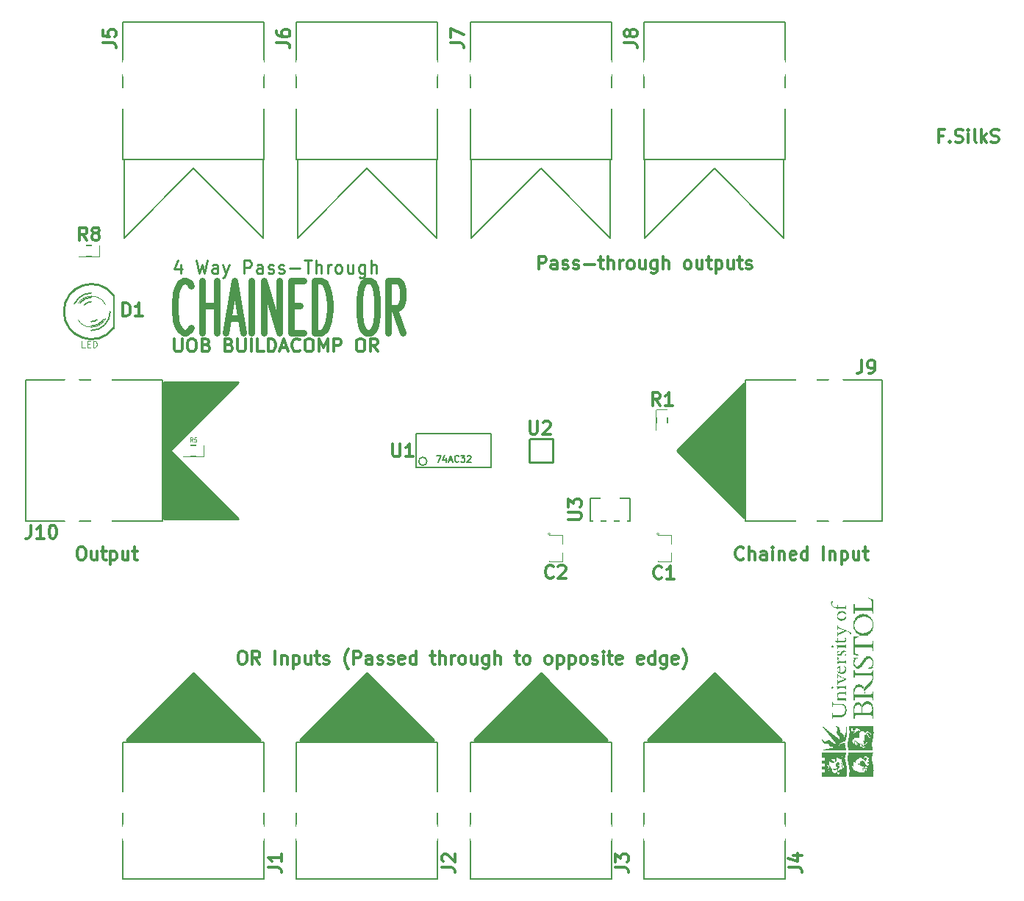
<source format=gto>
G04 (created by PCBNEW (2013-07-07 BZR 4022)-stable) date 9/18/2013 14:10:39*
%MOIN*%
G04 Gerber Fmt 3.4, Leading zero omitted, Abs format*
%FSLAX34Y34*%
G01*
G70*
G90*
G04 APERTURE LIST*
%ADD10C,0.00590551*%
%ADD11C,0.011811*%
%ADD12C,0.00984252*%
%ADD13C,0.0295276*%
%ADD14C,0.00787402*%
%ADD15C,0.005*%
%ADD16C,0.0098*%
%ADD17C,0.008*%
%ADD18C,0.003*%
%ADD19C,0.01*%
%ADD20C,0.006*%
%ADD21C,0.0039*%
%ADD22C,0.0001*%
%ADD23C,0.012*%
%ADD24C,0.0059*%
%ADD25C,0.0045*%
%ADD26C,0.0035*%
%ADD27R,0.0374425X0.0728425*%
%ADD28R,0.0374425X0.0925425*%
%ADD29R,0.0885425X0.118143*%
%ADD30R,0.0354425X0.0216425*%
%ADD31R,0.0348425X0.0598425*%
%ADD32R,0.0348425X0.0548425*%
%ADD33R,0.0548425X0.0348425*%
%ADD34C,0.0758425*%
%ADD35C,0.246063*%
%ADD36R,0.0648425X0.0448425*%
%ADD37C,0.153543*%
%ADD38C,0.0689425*%
%ADD39C,0.0964567*%
G04 APERTURE END LIST*
G54D10*
G54D11*
X53669Y-15638D02*
X53473Y-15638D01*
X53473Y-15947D02*
X53473Y-15357D01*
X53754Y-15357D01*
X53979Y-15891D02*
X54007Y-15919D01*
X53979Y-15947D01*
X53951Y-15919D01*
X53979Y-15891D01*
X53979Y-15947D01*
X54232Y-15919D02*
X54316Y-15947D01*
X54457Y-15947D01*
X54513Y-15919D01*
X54541Y-15891D01*
X54569Y-15835D01*
X54569Y-15778D01*
X54541Y-15722D01*
X54513Y-15694D01*
X54457Y-15666D01*
X54344Y-15638D01*
X54288Y-15610D01*
X54260Y-15582D01*
X54232Y-15525D01*
X54232Y-15469D01*
X54260Y-15413D01*
X54288Y-15385D01*
X54344Y-15357D01*
X54485Y-15357D01*
X54569Y-15385D01*
X54822Y-15947D02*
X54822Y-15553D01*
X54822Y-15357D02*
X54794Y-15385D01*
X54822Y-15413D01*
X54850Y-15385D01*
X54822Y-15357D01*
X54822Y-15413D01*
X55188Y-15947D02*
X55132Y-15919D01*
X55104Y-15863D01*
X55104Y-15357D01*
X55413Y-15947D02*
X55413Y-15357D01*
X55469Y-15722D02*
X55638Y-15947D01*
X55638Y-15553D02*
X55413Y-15778D01*
X55863Y-15919D02*
X55947Y-15947D01*
X56088Y-15947D01*
X56144Y-15919D01*
X56172Y-15891D01*
X56200Y-15835D01*
X56200Y-15778D01*
X56172Y-15722D01*
X56144Y-15694D01*
X56088Y-15666D01*
X55975Y-15638D01*
X55919Y-15610D01*
X55891Y-15582D01*
X55863Y-15525D01*
X55863Y-15469D01*
X55891Y-15413D01*
X55919Y-15385D01*
X55975Y-15357D01*
X56116Y-15357D01*
X56200Y-15385D01*
X35334Y-21695D02*
X35334Y-21105D01*
X35559Y-21105D01*
X35615Y-21133D01*
X35643Y-21161D01*
X35672Y-21217D01*
X35672Y-21302D01*
X35643Y-21358D01*
X35615Y-21386D01*
X35559Y-21414D01*
X35334Y-21414D01*
X36178Y-21695D02*
X36178Y-21386D01*
X36150Y-21330D01*
X36093Y-21302D01*
X35981Y-21302D01*
X35925Y-21330D01*
X36178Y-21667D02*
X36122Y-21695D01*
X35981Y-21695D01*
X35925Y-21667D01*
X35897Y-21611D01*
X35897Y-21555D01*
X35925Y-21498D01*
X35981Y-21470D01*
X36122Y-21470D01*
X36178Y-21442D01*
X36431Y-21667D02*
X36487Y-21695D01*
X36600Y-21695D01*
X36656Y-21667D01*
X36684Y-21611D01*
X36684Y-21583D01*
X36656Y-21526D01*
X36600Y-21498D01*
X36515Y-21498D01*
X36459Y-21470D01*
X36431Y-21414D01*
X36431Y-21386D01*
X36459Y-21330D01*
X36515Y-21302D01*
X36600Y-21302D01*
X36656Y-21330D01*
X36909Y-21667D02*
X36965Y-21695D01*
X37078Y-21695D01*
X37134Y-21667D01*
X37162Y-21611D01*
X37162Y-21583D01*
X37134Y-21526D01*
X37078Y-21498D01*
X36993Y-21498D01*
X36937Y-21470D01*
X36909Y-21414D01*
X36909Y-21386D01*
X36937Y-21330D01*
X36993Y-21302D01*
X37078Y-21302D01*
X37134Y-21330D01*
X37415Y-21470D02*
X37865Y-21470D01*
X38062Y-21302D02*
X38287Y-21302D01*
X38146Y-21105D02*
X38146Y-21611D01*
X38174Y-21667D01*
X38231Y-21695D01*
X38287Y-21695D01*
X38484Y-21695D02*
X38484Y-21105D01*
X38737Y-21695D02*
X38737Y-21386D01*
X38709Y-21330D01*
X38652Y-21302D01*
X38568Y-21302D01*
X38512Y-21330D01*
X38484Y-21358D01*
X39018Y-21695D02*
X39018Y-21302D01*
X39018Y-21414D02*
X39046Y-21358D01*
X39074Y-21330D01*
X39131Y-21302D01*
X39187Y-21302D01*
X39468Y-21695D02*
X39412Y-21667D01*
X39384Y-21639D01*
X39356Y-21583D01*
X39356Y-21414D01*
X39384Y-21358D01*
X39412Y-21330D01*
X39468Y-21302D01*
X39552Y-21302D01*
X39609Y-21330D01*
X39637Y-21358D01*
X39665Y-21414D01*
X39665Y-21583D01*
X39637Y-21639D01*
X39609Y-21667D01*
X39552Y-21695D01*
X39468Y-21695D01*
X40171Y-21302D02*
X40171Y-21695D01*
X39918Y-21302D02*
X39918Y-21611D01*
X39946Y-21667D01*
X40002Y-21695D01*
X40087Y-21695D01*
X40143Y-21667D01*
X40171Y-21639D01*
X40705Y-21302D02*
X40705Y-21780D01*
X40677Y-21836D01*
X40649Y-21864D01*
X40593Y-21892D01*
X40508Y-21892D01*
X40452Y-21864D01*
X40705Y-21667D02*
X40649Y-21695D01*
X40537Y-21695D01*
X40480Y-21667D01*
X40452Y-21639D01*
X40424Y-21583D01*
X40424Y-21414D01*
X40452Y-21358D01*
X40480Y-21330D01*
X40537Y-21302D01*
X40649Y-21302D01*
X40705Y-21330D01*
X40987Y-21695D02*
X40987Y-21105D01*
X41240Y-21695D02*
X41240Y-21386D01*
X41212Y-21330D01*
X41155Y-21302D01*
X41071Y-21302D01*
X41015Y-21330D01*
X40987Y-21358D01*
X42055Y-21695D02*
X41999Y-21667D01*
X41971Y-21639D01*
X41943Y-21583D01*
X41943Y-21414D01*
X41971Y-21358D01*
X41999Y-21330D01*
X42055Y-21302D01*
X42140Y-21302D01*
X42196Y-21330D01*
X42224Y-21358D01*
X42252Y-21414D01*
X42252Y-21583D01*
X42224Y-21639D01*
X42196Y-21667D01*
X42140Y-21695D01*
X42055Y-21695D01*
X42758Y-21302D02*
X42758Y-21695D01*
X42505Y-21302D02*
X42505Y-21611D01*
X42533Y-21667D01*
X42589Y-21695D01*
X42674Y-21695D01*
X42730Y-21667D01*
X42758Y-21639D01*
X42955Y-21302D02*
X43180Y-21302D01*
X43039Y-21105D02*
X43039Y-21611D01*
X43068Y-21667D01*
X43124Y-21695D01*
X43180Y-21695D01*
X43377Y-21302D02*
X43377Y-21892D01*
X43377Y-21330D02*
X43433Y-21302D01*
X43546Y-21302D01*
X43602Y-21330D01*
X43630Y-21358D01*
X43658Y-21414D01*
X43658Y-21583D01*
X43630Y-21639D01*
X43602Y-21667D01*
X43546Y-21695D01*
X43433Y-21695D01*
X43377Y-21667D01*
X44164Y-21302D02*
X44164Y-21695D01*
X43911Y-21302D02*
X43911Y-21611D01*
X43939Y-21667D01*
X43996Y-21695D01*
X44080Y-21695D01*
X44136Y-21667D01*
X44164Y-21639D01*
X44361Y-21302D02*
X44586Y-21302D01*
X44446Y-21105D02*
X44446Y-21611D01*
X44474Y-21667D01*
X44530Y-21695D01*
X44586Y-21695D01*
X44755Y-21667D02*
X44811Y-21695D01*
X44924Y-21695D01*
X44980Y-21667D01*
X45008Y-21611D01*
X45008Y-21583D01*
X44980Y-21526D01*
X44924Y-21498D01*
X44839Y-21498D01*
X44783Y-21470D01*
X44755Y-21414D01*
X44755Y-21386D01*
X44783Y-21330D01*
X44839Y-21302D01*
X44924Y-21302D01*
X44980Y-21330D01*
X21850Y-39018D02*
X21962Y-39018D01*
X22019Y-39046D01*
X22075Y-39102D01*
X22103Y-39215D01*
X22103Y-39412D01*
X22075Y-39524D01*
X22019Y-39580D01*
X21962Y-39609D01*
X21850Y-39609D01*
X21794Y-39580D01*
X21737Y-39524D01*
X21709Y-39412D01*
X21709Y-39215D01*
X21737Y-39102D01*
X21794Y-39046D01*
X21850Y-39018D01*
X22694Y-39609D02*
X22497Y-39327D01*
X22356Y-39609D02*
X22356Y-39018D01*
X22581Y-39018D01*
X22637Y-39046D01*
X22665Y-39074D01*
X22694Y-39131D01*
X22694Y-39215D01*
X22665Y-39271D01*
X22637Y-39299D01*
X22581Y-39327D01*
X22356Y-39327D01*
X23397Y-39609D02*
X23397Y-39018D01*
X23678Y-39215D02*
X23678Y-39609D01*
X23678Y-39271D02*
X23706Y-39243D01*
X23762Y-39215D01*
X23847Y-39215D01*
X23903Y-39243D01*
X23931Y-39299D01*
X23931Y-39609D01*
X24212Y-39215D02*
X24212Y-39805D01*
X24212Y-39243D02*
X24268Y-39215D01*
X24381Y-39215D01*
X24437Y-39243D01*
X24465Y-39271D01*
X24493Y-39327D01*
X24493Y-39496D01*
X24465Y-39552D01*
X24437Y-39580D01*
X24381Y-39609D01*
X24268Y-39609D01*
X24212Y-39580D01*
X25000Y-39215D02*
X25000Y-39609D01*
X24746Y-39215D02*
X24746Y-39524D01*
X24775Y-39580D01*
X24831Y-39609D01*
X24915Y-39609D01*
X24971Y-39580D01*
X25000Y-39552D01*
X25196Y-39215D02*
X25421Y-39215D01*
X25281Y-39018D02*
X25281Y-39524D01*
X25309Y-39580D01*
X25365Y-39609D01*
X25421Y-39609D01*
X25590Y-39580D02*
X25646Y-39609D01*
X25759Y-39609D01*
X25815Y-39580D01*
X25843Y-39524D01*
X25843Y-39496D01*
X25815Y-39440D01*
X25759Y-39412D01*
X25674Y-39412D01*
X25618Y-39384D01*
X25590Y-39327D01*
X25590Y-39299D01*
X25618Y-39243D01*
X25674Y-39215D01*
X25759Y-39215D01*
X25815Y-39243D01*
X26715Y-39834D02*
X26687Y-39805D01*
X26631Y-39721D01*
X26602Y-39665D01*
X26574Y-39580D01*
X26546Y-39440D01*
X26546Y-39327D01*
X26574Y-39187D01*
X26602Y-39102D01*
X26631Y-39046D01*
X26687Y-38962D01*
X26715Y-38934D01*
X26940Y-39609D02*
X26940Y-39018D01*
X27165Y-39018D01*
X27221Y-39046D01*
X27249Y-39074D01*
X27277Y-39131D01*
X27277Y-39215D01*
X27249Y-39271D01*
X27221Y-39299D01*
X27165Y-39327D01*
X26940Y-39327D01*
X27784Y-39609D02*
X27784Y-39299D01*
X27755Y-39243D01*
X27699Y-39215D01*
X27587Y-39215D01*
X27530Y-39243D01*
X27784Y-39580D02*
X27727Y-39609D01*
X27587Y-39609D01*
X27530Y-39580D01*
X27502Y-39524D01*
X27502Y-39468D01*
X27530Y-39412D01*
X27587Y-39384D01*
X27727Y-39384D01*
X27784Y-39356D01*
X28037Y-39580D02*
X28093Y-39609D01*
X28205Y-39609D01*
X28262Y-39580D01*
X28290Y-39524D01*
X28290Y-39496D01*
X28262Y-39440D01*
X28205Y-39412D01*
X28121Y-39412D01*
X28065Y-39384D01*
X28037Y-39327D01*
X28037Y-39299D01*
X28065Y-39243D01*
X28121Y-39215D01*
X28205Y-39215D01*
X28262Y-39243D01*
X28515Y-39580D02*
X28571Y-39609D01*
X28683Y-39609D01*
X28740Y-39580D01*
X28768Y-39524D01*
X28768Y-39496D01*
X28740Y-39440D01*
X28683Y-39412D01*
X28599Y-39412D01*
X28543Y-39384D01*
X28515Y-39327D01*
X28515Y-39299D01*
X28543Y-39243D01*
X28599Y-39215D01*
X28683Y-39215D01*
X28740Y-39243D01*
X29246Y-39580D02*
X29190Y-39609D01*
X29077Y-39609D01*
X29021Y-39580D01*
X28993Y-39524D01*
X28993Y-39299D01*
X29021Y-39243D01*
X29077Y-39215D01*
X29190Y-39215D01*
X29246Y-39243D01*
X29274Y-39299D01*
X29274Y-39356D01*
X28993Y-39412D01*
X29780Y-39609D02*
X29780Y-39018D01*
X29780Y-39580D02*
X29724Y-39609D01*
X29611Y-39609D01*
X29555Y-39580D01*
X29527Y-39552D01*
X29499Y-39496D01*
X29499Y-39327D01*
X29527Y-39271D01*
X29555Y-39243D01*
X29611Y-39215D01*
X29724Y-39215D01*
X29780Y-39243D01*
X30427Y-39215D02*
X30652Y-39215D01*
X30511Y-39018D02*
X30511Y-39524D01*
X30539Y-39580D01*
X30596Y-39609D01*
X30652Y-39609D01*
X30849Y-39609D02*
X30849Y-39018D01*
X31102Y-39609D02*
X31102Y-39299D01*
X31074Y-39243D01*
X31017Y-39215D01*
X30933Y-39215D01*
X30877Y-39243D01*
X30849Y-39271D01*
X31383Y-39609D02*
X31383Y-39215D01*
X31383Y-39327D02*
X31411Y-39271D01*
X31439Y-39243D01*
X31496Y-39215D01*
X31552Y-39215D01*
X31833Y-39609D02*
X31777Y-39580D01*
X31749Y-39552D01*
X31721Y-39496D01*
X31721Y-39327D01*
X31749Y-39271D01*
X31777Y-39243D01*
X31833Y-39215D01*
X31917Y-39215D01*
X31974Y-39243D01*
X32002Y-39271D01*
X32030Y-39327D01*
X32030Y-39496D01*
X32002Y-39552D01*
X31974Y-39580D01*
X31917Y-39609D01*
X31833Y-39609D01*
X32536Y-39215D02*
X32536Y-39609D01*
X32283Y-39215D02*
X32283Y-39524D01*
X32311Y-39580D01*
X32367Y-39609D01*
X32452Y-39609D01*
X32508Y-39580D01*
X32536Y-39552D01*
X33070Y-39215D02*
X33070Y-39693D01*
X33042Y-39749D01*
X33014Y-39777D01*
X32958Y-39805D01*
X32874Y-39805D01*
X32817Y-39777D01*
X33070Y-39580D02*
X33014Y-39609D01*
X32902Y-39609D01*
X32845Y-39580D01*
X32817Y-39552D01*
X32789Y-39496D01*
X32789Y-39327D01*
X32817Y-39271D01*
X32845Y-39243D01*
X32902Y-39215D01*
X33014Y-39215D01*
X33070Y-39243D01*
X33352Y-39609D02*
X33352Y-39018D01*
X33605Y-39609D02*
X33605Y-39299D01*
X33577Y-39243D01*
X33520Y-39215D01*
X33436Y-39215D01*
X33380Y-39243D01*
X33352Y-39271D01*
X34251Y-39215D02*
X34476Y-39215D01*
X34336Y-39018D02*
X34336Y-39524D01*
X34364Y-39580D01*
X34420Y-39609D01*
X34476Y-39609D01*
X34758Y-39609D02*
X34701Y-39580D01*
X34673Y-39552D01*
X34645Y-39496D01*
X34645Y-39327D01*
X34673Y-39271D01*
X34701Y-39243D01*
X34758Y-39215D01*
X34842Y-39215D01*
X34898Y-39243D01*
X34926Y-39271D01*
X34955Y-39327D01*
X34955Y-39496D01*
X34926Y-39552D01*
X34898Y-39580D01*
X34842Y-39609D01*
X34758Y-39609D01*
X35742Y-39609D02*
X35686Y-39580D01*
X35658Y-39552D01*
X35629Y-39496D01*
X35629Y-39327D01*
X35658Y-39271D01*
X35686Y-39243D01*
X35742Y-39215D01*
X35826Y-39215D01*
X35883Y-39243D01*
X35911Y-39271D01*
X35939Y-39327D01*
X35939Y-39496D01*
X35911Y-39552D01*
X35883Y-39580D01*
X35826Y-39609D01*
X35742Y-39609D01*
X36192Y-39215D02*
X36192Y-39805D01*
X36192Y-39243D02*
X36248Y-39215D01*
X36361Y-39215D01*
X36417Y-39243D01*
X36445Y-39271D01*
X36473Y-39327D01*
X36473Y-39496D01*
X36445Y-39552D01*
X36417Y-39580D01*
X36361Y-39609D01*
X36248Y-39609D01*
X36192Y-39580D01*
X36726Y-39215D02*
X36726Y-39805D01*
X36726Y-39243D02*
X36782Y-39215D01*
X36895Y-39215D01*
X36951Y-39243D01*
X36979Y-39271D01*
X37007Y-39327D01*
X37007Y-39496D01*
X36979Y-39552D01*
X36951Y-39580D01*
X36895Y-39609D01*
X36782Y-39609D01*
X36726Y-39580D01*
X37345Y-39609D02*
X37289Y-39580D01*
X37260Y-39552D01*
X37232Y-39496D01*
X37232Y-39327D01*
X37260Y-39271D01*
X37289Y-39243D01*
X37345Y-39215D01*
X37429Y-39215D01*
X37485Y-39243D01*
X37514Y-39271D01*
X37542Y-39327D01*
X37542Y-39496D01*
X37514Y-39552D01*
X37485Y-39580D01*
X37429Y-39609D01*
X37345Y-39609D01*
X37767Y-39580D02*
X37823Y-39609D01*
X37935Y-39609D01*
X37992Y-39580D01*
X38020Y-39524D01*
X38020Y-39496D01*
X37992Y-39440D01*
X37935Y-39412D01*
X37851Y-39412D01*
X37795Y-39384D01*
X37767Y-39327D01*
X37767Y-39299D01*
X37795Y-39243D01*
X37851Y-39215D01*
X37935Y-39215D01*
X37992Y-39243D01*
X38273Y-39609D02*
X38273Y-39215D01*
X38273Y-39018D02*
X38245Y-39046D01*
X38273Y-39074D01*
X38301Y-39046D01*
X38273Y-39018D01*
X38273Y-39074D01*
X38470Y-39215D02*
X38695Y-39215D01*
X38554Y-39018D02*
X38554Y-39524D01*
X38582Y-39580D01*
X38638Y-39609D01*
X38695Y-39609D01*
X39116Y-39580D02*
X39060Y-39609D01*
X38948Y-39609D01*
X38892Y-39580D01*
X38863Y-39524D01*
X38863Y-39299D01*
X38892Y-39243D01*
X38948Y-39215D01*
X39060Y-39215D01*
X39116Y-39243D01*
X39145Y-39299D01*
X39145Y-39356D01*
X38863Y-39412D01*
X40073Y-39580D02*
X40016Y-39609D01*
X39904Y-39609D01*
X39848Y-39580D01*
X39820Y-39524D01*
X39820Y-39299D01*
X39848Y-39243D01*
X39904Y-39215D01*
X40016Y-39215D01*
X40073Y-39243D01*
X40101Y-39299D01*
X40101Y-39356D01*
X39820Y-39412D01*
X40607Y-39609D02*
X40607Y-39018D01*
X40607Y-39580D02*
X40551Y-39609D01*
X40438Y-39609D01*
X40382Y-39580D01*
X40354Y-39552D01*
X40326Y-39496D01*
X40326Y-39327D01*
X40354Y-39271D01*
X40382Y-39243D01*
X40438Y-39215D01*
X40551Y-39215D01*
X40607Y-39243D01*
X41141Y-39215D02*
X41141Y-39693D01*
X41113Y-39749D01*
X41085Y-39777D01*
X41029Y-39805D01*
X40944Y-39805D01*
X40888Y-39777D01*
X41141Y-39580D02*
X41085Y-39609D01*
X40973Y-39609D01*
X40916Y-39580D01*
X40888Y-39552D01*
X40860Y-39496D01*
X40860Y-39327D01*
X40888Y-39271D01*
X40916Y-39243D01*
X40973Y-39215D01*
X41085Y-39215D01*
X41141Y-39243D01*
X41647Y-39580D02*
X41591Y-39609D01*
X41479Y-39609D01*
X41422Y-39580D01*
X41394Y-39524D01*
X41394Y-39299D01*
X41422Y-39243D01*
X41479Y-39215D01*
X41591Y-39215D01*
X41647Y-39243D01*
X41676Y-39299D01*
X41676Y-39356D01*
X41394Y-39412D01*
X41872Y-39834D02*
X41901Y-39805D01*
X41957Y-39721D01*
X41985Y-39665D01*
X42013Y-39580D01*
X42041Y-39440D01*
X42041Y-39327D01*
X42013Y-39187D01*
X41985Y-39102D01*
X41957Y-39046D01*
X41901Y-38962D01*
X41872Y-38934D01*
X44628Y-34828D02*
X44600Y-34856D01*
X44516Y-34884D01*
X44460Y-34884D01*
X44375Y-34856D01*
X44319Y-34800D01*
X44291Y-34744D01*
X44263Y-34631D01*
X44263Y-34547D01*
X44291Y-34434D01*
X44319Y-34378D01*
X44375Y-34322D01*
X44460Y-34294D01*
X44516Y-34294D01*
X44600Y-34322D01*
X44628Y-34350D01*
X44881Y-34884D02*
X44881Y-34294D01*
X45134Y-34884D02*
X45134Y-34575D01*
X45106Y-34519D01*
X45050Y-34491D01*
X44966Y-34491D01*
X44910Y-34519D01*
X44881Y-34547D01*
X45669Y-34884D02*
X45669Y-34575D01*
X45641Y-34519D01*
X45584Y-34491D01*
X45472Y-34491D01*
X45416Y-34519D01*
X45669Y-34856D02*
X45613Y-34884D01*
X45472Y-34884D01*
X45416Y-34856D01*
X45388Y-34800D01*
X45388Y-34744D01*
X45416Y-34687D01*
X45472Y-34659D01*
X45613Y-34659D01*
X45669Y-34631D01*
X45950Y-34884D02*
X45950Y-34491D01*
X45950Y-34294D02*
X45922Y-34322D01*
X45950Y-34350D01*
X45978Y-34322D01*
X45950Y-34294D01*
X45950Y-34350D01*
X46231Y-34491D02*
X46231Y-34884D01*
X46231Y-34547D02*
X46259Y-34519D01*
X46316Y-34491D01*
X46400Y-34491D01*
X46456Y-34519D01*
X46484Y-34575D01*
X46484Y-34884D01*
X46991Y-34856D02*
X46934Y-34884D01*
X46822Y-34884D01*
X46766Y-34856D01*
X46737Y-34800D01*
X46737Y-34575D01*
X46766Y-34519D01*
X46822Y-34491D01*
X46934Y-34491D01*
X46991Y-34519D01*
X47019Y-34575D01*
X47019Y-34631D01*
X46737Y-34687D01*
X47525Y-34884D02*
X47525Y-34294D01*
X47525Y-34856D02*
X47469Y-34884D01*
X47356Y-34884D01*
X47300Y-34856D01*
X47272Y-34828D01*
X47244Y-34772D01*
X47244Y-34603D01*
X47272Y-34547D01*
X47300Y-34519D01*
X47356Y-34491D01*
X47469Y-34491D01*
X47525Y-34519D01*
X48256Y-34884D02*
X48256Y-34294D01*
X48537Y-34491D02*
X48537Y-34884D01*
X48537Y-34547D02*
X48565Y-34519D01*
X48622Y-34491D01*
X48706Y-34491D01*
X48762Y-34519D01*
X48790Y-34575D01*
X48790Y-34884D01*
X49071Y-34491D02*
X49071Y-35081D01*
X49071Y-34519D02*
X49128Y-34491D01*
X49240Y-34491D01*
X49296Y-34519D01*
X49325Y-34547D01*
X49353Y-34603D01*
X49353Y-34772D01*
X49325Y-34828D01*
X49296Y-34856D01*
X49240Y-34884D01*
X49128Y-34884D01*
X49071Y-34856D01*
X49859Y-34491D02*
X49859Y-34884D01*
X49606Y-34491D02*
X49606Y-34800D01*
X49634Y-34856D01*
X49690Y-34884D01*
X49775Y-34884D01*
X49831Y-34856D01*
X49859Y-34828D01*
X50056Y-34491D02*
X50281Y-34491D01*
X50140Y-34294D02*
X50140Y-34800D01*
X50168Y-34856D01*
X50224Y-34884D01*
X50281Y-34884D01*
X14552Y-34294D02*
X14665Y-34294D01*
X14721Y-34322D01*
X14777Y-34378D01*
X14805Y-34491D01*
X14805Y-34687D01*
X14777Y-34800D01*
X14721Y-34856D01*
X14665Y-34884D01*
X14552Y-34884D01*
X14496Y-34856D01*
X14440Y-34800D01*
X14412Y-34687D01*
X14412Y-34491D01*
X14440Y-34378D01*
X14496Y-34322D01*
X14552Y-34294D01*
X15312Y-34491D02*
X15312Y-34884D01*
X15059Y-34491D02*
X15059Y-34800D01*
X15087Y-34856D01*
X15143Y-34884D01*
X15227Y-34884D01*
X15284Y-34856D01*
X15312Y-34828D01*
X15508Y-34491D02*
X15733Y-34491D01*
X15593Y-34294D02*
X15593Y-34800D01*
X15621Y-34856D01*
X15677Y-34884D01*
X15733Y-34884D01*
X15930Y-34491D02*
X15930Y-35081D01*
X15930Y-34519D02*
X15987Y-34491D01*
X16099Y-34491D01*
X16155Y-34519D01*
X16183Y-34547D01*
X16212Y-34603D01*
X16212Y-34772D01*
X16183Y-34828D01*
X16155Y-34856D01*
X16099Y-34884D01*
X15987Y-34884D01*
X15930Y-34856D01*
X16718Y-34491D02*
X16718Y-34884D01*
X16465Y-34491D02*
X16465Y-34800D01*
X16493Y-34856D01*
X16549Y-34884D01*
X16633Y-34884D01*
X16690Y-34856D01*
X16718Y-34828D01*
X16915Y-34491D02*
X17140Y-34491D01*
X16999Y-34294D02*
X16999Y-34800D01*
X17027Y-34856D01*
X17083Y-34884D01*
X17140Y-34884D01*
X18827Y-24845D02*
X18827Y-25323D01*
X18855Y-25379D01*
X18883Y-25407D01*
X18939Y-25435D01*
X19052Y-25435D01*
X19108Y-25407D01*
X19136Y-25379D01*
X19164Y-25323D01*
X19164Y-24845D01*
X19558Y-24845D02*
X19670Y-24845D01*
X19727Y-24873D01*
X19783Y-24929D01*
X19811Y-25042D01*
X19811Y-25239D01*
X19783Y-25351D01*
X19727Y-25407D01*
X19670Y-25435D01*
X19558Y-25435D01*
X19502Y-25407D01*
X19446Y-25351D01*
X19417Y-25239D01*
X19417Y-25042D01*
X19446Y-24929D01*
X19502Y-24873D01*
X19558Y-24845D01*
X20261Y-25126D02*
X20345Y-25154D01*
X20374Y-25182D01*
X20402Y-25239D01*
X20402Y-25323D01*
X20374Y-25379D01*
X20345Y-25407D01*
X20289Y-25435D01*
X20064Y-25435D01*
X20064Y-24845D01*
X20261Y-24845D01*
X20317Y-24873D01*
X20345Y-24901D01*
X20374Y-24957D01*
X20374Y-25014D01*
X20345Y-25070D01*
X20317Y-25098D01*
X20261Y-25126D01*
X20064Y-25126D01*
X21302Y-25126D02*
X21386Y-25154D01*
X21414Y-25182D01*
X21442Y-25239D01*
X21442Y-25323D01*
X21414Y-25379D01*
X21386Y-25407D01*
X21330Y-25435D01*
X21105Y-25435D01*
X21105Y-24845D01*
X21302Y-24845D01*
X21358Y-24873D01*
X21386Y-24901D01*
X21414Y-24957D01*
X21414Y-25014D01*
X21386Y-25070D01*
X21358Y-25098D01*
X21302Y-25126D01*
X21105Y-25126D01*
X21695Y-24845D02*
X21695Y-25323D01*
X21723Y-25379D01*
X21751Y-25407D01*
X21808Y-25435D01*
X21920Y-25435D01*
X21976Y-25407D01*
X22005Y-25379D01*
X22033Y-25323D01*
X22033Y-24845D01*
X22314Y-25435D02*
X22314Y-24845D01*
X22876Y-25435D02*
X22595Y-25435D01*
X22595Y-24845D01*
X23073Y-25435D02*
X23073Y-24845D01*
X23214Y-24845D01*
X23298Y-24873D01*
X23354Y-24929D01*
X23383Y-24985D01*
X23411Y-25098D01*
X23411Y-25182D01*
X23383Y-25295D01*
X23354Y-25351D01*
X23298Y-25407D01*
X23214Y-25435D01*
X23073Y-25435D01*
X23636Y-25267D02*
X23917Y-25267D01*
X23579Y-25435D02*
X23776Y-24845D01*
X23973Y-25435D01*
X24507Y-25379D02*
X24479Y-25407D01*
X24395Y-25435D01*
X24339Y-25435D01*
X24254Y-25407D01*
X24198Y-25351D01*
X24170Y-25295D01*
X24142Y-25182D01*
X24142Y-25098D01*
X24170Y-24985D01*
X24198Y-24929D01*
X24254Y-24873D01*
X24339Y-24845D01*
X24395Y-24845D01*
X24479Y-24873D01*
X24507Y-24901D01*
X24873Y-24845D02*
X24985Y-24845D01*
X25042Y-24873D01*
X25098Y-24929D01*
X25126Y-25042D01*
X25126Y-25239D01*
X25098Y-25351D01*
X25042Y-25407D01*
X24985Y-25435D01*
X24873Y-25435D01*
X24817Y-25407D01*
X24760Y-25351D01*
X24732Y-25239D01*
X24732Y-25042D01*
X24760Y-24929D01*
X24817Y-24873D01*
X24873Y-24845D01*
X25379Y-25435D02*
X25379Y-24845D01*
X25576Y-25267D01*
X25773Y-24845D01*
X25773Y-25435D01*
X26054Y-25435D02*
X26054Y-24845D01*
X26279Y-24845D01*
X26335Y-24873D01*
X26363Y-24901D01*
X26392Y-24957D01*
X26392Y-25042D01*
X26363Y-25098D01*
X26335Y-25126D01*
X26279Y-25154D01*
X26054Y-25154D01*
X27207Y-24845D02*
X27320Y-24845D01*
X27376Y-24873D01*
X27432Y-24929D01*
X27460Y-25042D01*
X27460Y-25239D01*
X27432Y-25351D01*
X27376Y-25407D01*
X27320Y-25435D01*
X27207Y-25435D01*
X27151Y-25407D01*
X27095Y-25351D01*
X27066Y-25239D01*
X27066Y-25042D01*
X27095Y-24929D01*
X27151Y-24873D01*
X27207Y-24845D01*
X28051Y-25435D02*
X27854Y-25154D01*
X27713Y-25435D02*
X27713Y-24845D01*
X27938Y-24845D01*
X27994Y-24873D01*
X28023Y-24901D01*
X28051Y-24957D01*
X28051Y-25042D01*
X28023Y-25098D01*
X27994Y-25126D01*
X27938Y-25154D01*
X27713Y-25154D01*
G54D12*
X19108Y-21498D02*
X19108Y-21892D01*
X18967Y-21273D02*
X18827Y-21695D01*
X19192Y-21695D01*
X19811Y-21302D02*
X19952Y-21892D01*
X20064Y-21470D01*
X20177Y-21892D01*
X20317Y-21302D01*
X20795Y-21892D02*
X20795Y-21583D01*
X20767Y-21526D01*
X20711Y-21498D01*
X20598Y-21498D01*
X20542Y-21526D01*
X20795Y-21864D02*
X20739Y-21892D01*
X20598Y-21892D01*
X20542Y-21864D01*
X20514Y-21808D01*
X20514Y-21751D01*
X20542Y-21695D01*
X20598Y-21667D01*
X20739Y-21667D01*
X20795Y-21639D01*
X21020Y-21498D02*
X21161Y-21892D01*
X21302Y-21498D02*
X21161Y-21892D01*
X21105Y-22033D01*
X21077Y-22061D01*
X21020Y-22089D01*
X21976Y-21892D02*
X21976Y-21302D01*
X22201Y-21302D01*
X22258Y-21330D01*
X22286Y-21358D01*
X22314Y-21414D01*
X22314Y-21498D01*
X22286Y-21555D01*
X22258Y-21583D01*
X22201Y-21611D01*
X21976Y-21611D01*
X22820Y-21892D02*
X22820Y-21583D01*
X22792Y-21526D01*
X22736Y-21498D01*
X22623Y-21498D01*
X22567Y-21526D01*
X22820Y-21864D02*
X22764Y-21892D01*
X22623Y-21892D01*
X22567Y-21864D01*
X22539Y-21808D01*
X22539Y-21751D01*
X22567Y-21695D01*
X22623Y-21667D01*
X22764Y-21667D01*
X22820Y-21639D01*
X23073Y-21864D02*
X23129Y-21892D01*
X23242Y-21892D01*
X23298Y-21864D01*
X23326Y-21808D01*
X23326Y-21780D01*
X23298Y-21723D01*
X23242Y-21695D01*
X23158Y-21695D01*
X23101Y-21667D01*
X23073Y-21611D01*
X23073Y-21583D01*
X23101Y-21526D01*
X23158Y-21498D01*
X23242Y-21498D01*
X23298Y-21526D01*
X23551Y-21864D02*
X23607Y-21892D01*
X23720Y-21892D01*
X23776Y-21864D01*
X23804Y-21808D01*
X23804Y-21780D01*
X23776Y-21723D01*
X23720Y-21695D01*
X23636Y-21695D01*
X23579Y-21667D01*
X23551Y-21611D01*
X23551Y-21583D01*
X23579Y-21526D01*
X23636Y-21498D01*
X23720Y-21498D01*
X23776Y-21526D01*
X24057Y-21667D02*
X24507Y-21667D01*
X24704Y-21302D02*
X25042Y-21302D01*
X24873Y-21892D02*
X24873Y-21302D01*
X25239Y-21892D02*
X25239Y-21302D01*
X25492Y-21892D02*
X25492Y-21583D01*
X25464Y-21526D01*
X25407Y-21498D01*
X25323Y-21498D01*
X25267Y-21526D01*
X25239Y-21555D01*
X25773Y-21892D02*
X25773Y-21498D01*
X25773Y-21611D02*
X25801Y-21555D01*
X25829Y-21526D01*
X25885Y-21498D01*
X25942Y-21498D01*
X26223Y-21892D02*
X26167Y-21864D01*
X26138Y-21836D01*
X26110Y-21780D01*
X26110Y-21611D01*
X26138Y-21555D01*
X26167Y-21526D01*
X26223Y-21498D01*
X26307Y-21498D01*
X26363Y-21526D01*
X26392Y-21555D01*
X26420Y-21611D01*
X26420Y-21780D01*
X26392Y-21836D01*
X26363Y-21864D01*
X26307Y-21892D01*
X26223Y-21892D01*
X26926Y-21498D02*
X26926Y-21892D01*
X26673Y-21498D02*
X26673Y-21808D01*
X26701Y-21864D01*
X26757Y-21892D01*
X26841Y-21892D01*
X26898Y-21864D01*
X26926Y-21836D01*
X27460Y-21498D02*
X27460Y-21976D01*
X27432Y-22033D01*
X27404Y-22061D01*
X27348Y-22089D01*
X27263Y-22089D01*
X27207Y-22061D01*
X27460Y-21864D02*
X27404Y-21892D01*
X27291Y-21892D01*
X27235Y-21864D01*
X27207Y-21836D01*
X27179Y-21780D01*
X27179Y-21611D01*
X27207Y-21555D01*
X27235Y-21526D01*
X27291Y-21498D01*
X27404Y-21498D01*
X27460Y-21526D01*
X27741Y-21892D02*
X27741Y-21302D01*
X27994Y-21892D02*
X27994Y-21583D01*
X27966Y-21526D01*
X27910Y-21498D01*
X27826Y-21498D01*
X27769Y-21526D01*
X27741Y-21555D01*
G54D13*
X19572Y-24353D02*
X19516Y-24465D01*
X19347Y-24578D01*
X19235Y-24578D01*
X19066Y-24465D01*
X18953Y-24240D01*
X18897Y-24015D01*
X18841Y-23565D01*
X18841Y-23228D01*
X18897Y-22778D01*
X18953Y-22553D01*
X19066Y-22328D01*
X19235Y-22215D01*
X19347Y-22215D01*
X19516Y-22328D01*
X19572Y-22440D01*
X20078Y-24578D02*
X20078Y-22215D01*
X20078Y-23340D02*
X20753Y-23340D01*
X20753Y-24578D02*
X20753Y-22215D01*
X21259Y-23903D02*
X21822Y-23903D01*
X21147Y-24578D02*
X21541Y-22215D01*
X21934Y-24578D01*
X22328Y-24578D02*
X22328Y-22215D01*
X22890Y-24578D02*
X22890Y-22215D01*
X23565Y-24578D01*
X23565Y-22215D01*
X24128Y-23340D02*
X24521Y-23340D01*
X24690Y-24578D02*
X24128Y-24578D01*
X24128Y-22215D01*
X24690Y-22215D01*
X25196Y-24578D02*
X25196Y-22215D01*
X25478Y-22215D01*
X25646Y-22328D01*
X25759Y-22553D01*
X25815Y-22778D01*
X25871Y-23228D01*
X25871Y-23565D01*
X25815Y-24015D01*
X25759Y-24240D01*
X25646Y-24465D01*
X25478Y-24578D01*
X25196Y-24578D01*
X27502Y-22215D02*
X27727Y-22215D01*
X27840Y-22328D01*
X27952Y-22553D01*
X28008Y-23003D01*
X28008Y-23790D01*
X27952Y-24240D01*
X27840Y-24465D01*
X27727Y-24578D01*
X27502Y-24578D01*
X27390Y-24465D01*
X27277Y-24240D01*
X27221Y-23790D01*
X27221Y-23003D01*
X27277Y-22553D01*
X27390Y-22328D01*
X27502Y-22215D01*
X29190Y-24578D02*
X28796Y-23453D01*
X28515Y-24578D02*
X28515Y-22215D01*
X28965Y-22215D01*
X29077Y-22328D01*
X29133Y-22440D01*
X29190Y-22665D01*
X29190Y-23003D01*
X29133Y-23228D01*
X29077Y-23340D01*
X28965Y-23453D01*
X28515Y-23453D01*
G54D14*
X46456Y-20275D02*
X46456Y-16732D01*
X46062Y-19881D02*
X46456Y-20275D01*
X43307Y-17125D02*
X46062Y-19881D01*
X40157Y-20275D02*
X43307Y-17125D01*
X40157Y-16732D02*
X40157Y-20275D01*
X38582Y-20275D02*
X38582Y-16732D01*
X35433Y-17125D02*
X38582Y-20275D01*
X32283Y-20275D02*
X35433Y-17125D01*
X32283Y-16732D02*
X32283Y-20275D01*
X30708Y-20275D02*
X30708Y-16732D01*
X27559Y-17125D02*
X30708Y-20275D01*
X24409Y-20275D02*
X27559Y-17125D01*
X24409Y-16732D02*
X24409Y-20275D01*
X22834Y-20275D02*
X22834Y-16732D01*
X19685Y-17125D02*
X22834Y-20275D01*
X16535Y-20275D02*
X19685Y-17125D01*
X16535Y-16732D02*
X16535Y-20275D01*
G54D15*
X39072Y-33583D02*
X39272Y-33583D01*
X39272Y-33583D02*
X39272Y-33113D01*
X39072Y-33583D02*
X39072Y-33113D01*
X38482Y-33583D02*
X38482Y-33113D01*
X38682Y-33583D02*
X38682Y-33113D01*
X38482Y-33583D02*
X38682Y-33583D01*
X37892Y-33583D02*
X38092Y-33583D01*
X38092Y-33583D02*
X38092Y-33113D01*
X37892Y-33583D02*
X37892Y-33113D01*
X38227Y-31888D02*
X38937Y-31888D01*
X38937Y-31888D02*
X38937Y-32083D01*
X38227Y-31888D02*
X38227Y-32083D01*
X37677Y-33113D02*
X37677Y-32083D01*
X37677Y-32083D02*
X39487Y-32083D01*
X39487Y-32083D02*
X39487Y-33113D01*
X39487Y-33113D02*
X37677Y-33113D01*
G54D16*
X34929Y-30456D02*
X35964Y-30456D01*
X35964Y-30456D02*
X35964Y-29401D01*
X35964Y-29401D02*
X34937Y-29401D01*
X34921Y-29405D02*
X34921Y-30456D01*
G54D15*
X29796Y-29141D02*
X29796Y-30701D01*
X29796Y-30701D02*
X33196Y-30701D01*
X33196Y-30701D02*
X33196Y-29141D01*
X33196Y-29141D02*
X29796Y-29141D01*
X30496Y-29141D02*
X30496Y-28711D01*
X30996Y-29141D02*
X30996Y-28711D01*
X31496Y-29141D02*
X31496Y-28711D01*
X29996Y-29141D02*
X29996Y-28711D01*
X31996Y-28711D02*
X31996Y-29141D01*
X32496Y-28711D02*
X32496Y-29141D01*
X32996Y-28711D02*
X32996Y-29141D01*
X32996Y-30701D02*
X32996Y-31131D01*
X32496Y-30701D02*
X32496Y-31131D01*
X29996Y-30701D02*
X29996Y-31131D01*
X30496Y-31131D02*
X30496Y-30701D01*
X31996Y-31131D02*
X31996Y-30701D01*
X31496Y-31131D02*
X31496Y-30701D01*
X30996Y-31131D02*
X30996Y-30701D01*
X30272Y-30411D02*
G75*
G03X30272Y-30411I-186J0D01*
G74*
G01*
X15410Y-21116D02*
X14510Y-21116D01*
X14510Y-21116D02*
X14510Y-20616D01*
X14510Y-20616D02*
X15410Y-20616D01*
X15410Y-20616D02*
X15410Y-21116D01*
X20135Y-30171D02*
X19235Y-30171D01*
X19235Y-30171D02*
X19235Y-29671D01*
X19235Y-29671D02*
X20135Y-29671D01*
X20135Y-29671D02*
X20135Y-30171D01*
X41194Y-28093D02*
X41194Y-28993D01*
X41194Y-28993D02*
X40694Y-28993D01*
X40694Y-28993D02*
X40694Y-28093D01*
X40694Y-28093D02*
X41194Y-28093D01*
G54D17*
X16080Y-24372D02*
X16080Y-22872D01*
G54D18*
X15767Y-23622D02*
G75*
G03X15767Y-23622I-707J0D01*
G74*
G01*
G54D19*
X16060Y-22871D02*
G75*
G03X16060Y-24372I-999J-750D01*
G74*
G01*
G54D20*
X15060Y-23172D02*
G75*
G03X14610Y-23622I0J-450D01*
G74*
G01*
X15060Y-24072D02*
G75*
G03X15510Y-23622I0J450D01*
G74*
G01*
X15060Y-22972D02*
G75*
G03X14410Y-23622I0J-650D01*
G74*
G01*
X15060Y-24272D02*
G75*
G03X15710Y-23622I0J650D01*
G74*
G01*
X15060Y-22772D02*
G75*
G03X14210Y-23622I0J-850D01*
G74*
G01*
X15060Y-24472D02*
G75*
G03X15910Y-23622I0J850D01*
G74*
G01*
G54D21*
X40793Y-33700D02*
G75*
G03X40793Y-33700I-50J0D01*
G74*
G01*
X40743Y-34150D02*
X40743Y-33750D01*
X40743Y-33750D02*
X41343Y-33750D01*
X41343Y-33750D02*
X41343Y-34150D01*
X41343Y-34550D02*
X41343Y-34950D01*
X41343Y-34950D02*
X40743Y-34950D01*
X40743Y-34950D02*
X40743Y-34550D01*
X35872Y-33700D02*
G75*
G03X35872Y-33700I-50J0D01*
G74*
G01*
X35822Y-34150D02*
X35822Y-33750D01*
X35822Y-33750D02*
X36422Y-33750D01*
X36422Y-33750D02*
X36422Y-34150D01*
X36422Y-34550D02*
X36422Y-34950D01*
X36422Y-34950D02*
X35822Y-34950D01*
X35822Y-34950D02*
X35822Y-34550D01*
G54D10*
X46507Y-16704D02*
X40106Y-16704D01*
X40106Y-16704D02*
X40106Y-10492D01*
X40106Y-10492D02*
X46507Y-10492D01*
X46507Y-10492D02*
X46507Y-16704D01*
X38633Y-16704D02*
X32232Y-16704D01*
X32232Y-16704D02*
X32232Y-10492D01*
X32232Y-10492D02*
X38633Y-10492D01*
X38633Y-10492D02*
X38633Y-16704D01*
X30759Y-16704D02*
X24358Y-16704D01*
X24358Y-16704D02*
X24358Y-10492D01*
X24358Y-10492D02*
X30759Y-10492D01*
X30759Y-10492D02*
X30759Y-16704D01*
X22885Y-16704D02*
X16484Y-16704D01*
X16484Y-16704D02*
X16484Y-10492D01*
X16484Y-10492D02*
X22885Y-10492D01*
X22885Y-10492D02*
X22885Y-16704D01*
X44712Y-33122D02*
X44712Y-26720D01*
X44712Y-26720D02*
X50925Y-26720D01*
X50925Y-26720D02*
X50925Y-33122D01*
X50925Y-33122D02*
X44712Y-33122D01*
X18279Y-26720D02*
X18279Y-33122D01*
X18279Y-33122D02*
X12066Y-33122D01*
X12066Y-33122D02*
X12066Y-26720D01*
X12066Y-26720D02*
X18279Y-26720D01*
X40106Y-43137D02*
X46507Y-43137D01*
X46507Y-43137D02*
X46507Y-49350D01*
X46507Y-49350D02*
X40106Y-49350D01*
X40106Y-49350D02*
X40106Y-43137D01*
X32232Y-43137D02*
X38633Y-43137D01*
X38633Y-43137D02*
X38633Y-49350D01*
X38633Y-49350D02*
X32232Y-49350D01*
X32232Y-49350D02*
X32232Y-43137D01*
X24358Y-43137D02*
X30759Y-43137D01*
X30759Y-43137D02*
X30759Y-49350D01*
X30759Y-49350D02*
X24358Y-49350D01*
X24358Y-49350D02*
X24358Y-43137D01*
X16484Y-43137D02*
X22885Y-43137D01*
X22885Y-43137D02*
X22885Y-49350D01*
X22885Y-49350D02*
X16484Y-49350D01*
X16484Y-49350D02*
X16484Y-43137D01*
G54D22*
G36*
X48188Y-44724D02*
X48188Y-44704D01*
X48208Y-44704D01*
X48208Y-44724D01*
X48188Y-44724D01*
X48188Y-44724D01*
G37*
G36*
X48188Y-44704D02*
X48188Y-44684D01*
X48208Y-44684D01*
X48208Y-44704D01*
X48188Y-44704D01*
X48188Y-44704D01*
G37*
G36*
X48188Y-44684D02*
X48188Y-44664D01*
X48208Y-44664D01*
X48208Y-44684D01*
X48188Y-44684D01*
X48188Y-44684D01*
G37*
G36*
X48188Y-44664D02*
X48188Y-44644D01*
X48208Y-44644D01*
X48208Y-44664D01*
X48188Y-44664D01*
X48188Y-44664D01*
G37*
G36*
X48188Y-44644D02*
X48188Y-44624D01*
X48208Y-44624D01*
X48208Y-44644D01*
X48188Y-44644D01*
X48188Y-44644D01*
G37*
G36*
X48188Y-44624D02*
X48188Y-44604D01*
X48208Y-44604D01*
X48208Y-44624D01*
X48188Y-44624D01*
X48188Y-44624D01*
G37*
G36*
X48188Y-44604D02*
X48188Y-44584D01*
X48208Y-44584D01*
X48208Y-44604D01*
X48188Y-44604D01*
X48188Y-44604D01*
G37*
G36*
X48188Y-44584D02*
X48188Y-44564D01*
X48208Y-44564D01*
X48208Y-44584D01*
X48188Y-44584D01*
X48188Y-44584D01*
G37*
G36*
X48188Y-44564D02*
X48188Y-44544D01*
X48208Y-44544D01*
X48208Y-44564D01*
X48188Y-44564D01*
X48188Y-44564D01*
G37*
G36*
X48188Y-44544D02*
X48188Y-44524D01*
X48208Y-44524D01*
X48208Y-44544D01*
X48188Y-44544D01*
X48188Y-44544D01*
G37*
G36*
X48188Y-44524D02*
X48188Y-44504D01*
X48208Y-44504D01*
X48208Y-44524D01*
X48188Y-44524D01*
X48188Y-44524D01*
G37*
G36*
X48188Y-44384D02*
X48188Y-44364D01*
X48208Y-44364D01*
X48208Y-44384D01*
X48188Y-44384D01*
X48188Y-44384D01*
G37*
G36*
X48188Y-44364D02*
X48188Y-44344D01*
X48208Y-44344D01*
X48208Y-44364D01*
X48188Y-44364D01*
X48188Y-44364D01*
G37*
G36*
X48188Y-44344D02*
X48188Y-44324D01*
X48208Y-44324D01*
X48208Y-44344D01*
X48188Y-44344D01*
X48188Y-44344D01*
G37*
G36*
X48188Y-44324D02*
X48188Y-44304D01*
X48208Y-44304D01*
X48208Y-44324D01*
X48188Y-44324D01*
X48188Y-44324D01*
G37*
G36*
X48188Y-44304D02*
X48188Y-44284D01*
X48208Y-44284D01*
X48208Y-44304D01*
X48188Y-44304D01*
X48188Y-44304D01*
G37*
G36*
X48188Y-44284D02*
X48188Y-44264D01*
X48208Y-44264D01*
X48208Y-44284D01*
X48188Y-44284D01*
X48188Y-44284D01*
G37*
G36*
X48188Y-44264D02*
X48188Y-44244D01*
X48208Y-44244D01*
X48208Y-44264D01*
X48188Y-44264D01*
X48188Y-44264D01*
G37*
G36*
X48188Y-44124D02*
X48188Y-44104D01*
X48208Y-44104D01*
X48208Y-44124D01*
X48188Y-44124D01*
X48188Y-44124D01*
G37*
G36*
X48188Y-44104D02*
X48188Y-44084D01*
X48208Y-44084D01*
X48208Y-44104D01*
X48188Y-44104D01*
X48188Y-44104D01*
G37*
G36*
X48188Y-44084D02*
X48188Y-44064D01*
X48208Y-44064D01*
X48208Y-44084D01*
X48188Y-44084D01*
X48188Y-44084D01*
G37*
G36*
X48188Y-44064D02*
X48188Y-44044D01*
X48208Y-44044D01*
X48208Y-44064D01*
X48188Y-44064D01*
X48188Y-44064D01*
G37*
G36*
X48188Y-44044D02*
X48188Y-44024D01*
X48208Y-44024D01*
X48208Y-44044D01*
X48188Y-44044D01*
X48188Y-44044D01*
G37*
G36*
X48188Y-44024D02*
X48188Y-44004D01*
X48208Y-44004D01*
X48208Y-44024D01*
X48188Y-44024D01*
X48188Y-44024D01*
G37*
G36*
X48188Y-44004D02*
X48188Y-43984D01*
X48208Y-43984D01*
X48208Y-44004D01*
X48188Y-44004D01*
X48188Y-44004D01*
G37*
G36*
X48188Y-43864D02*
X48188Y-43844D01*
X48208Y-43844D01*
X48208Y-43864D01*
X48188Y-43864D01*
X48188Y-43864D01*
G37*
G36*
X48188Y-43844D02*
X48188Y-43824D01*
X48208Y-43824D01*
X48208Y-43844D01*
X48188Y-43844D01*
X48188Y-43844D01*
G37*
G36*
X48188Y-43824D02*
X48188Y-43804D01*
X48208Y-43804D01*
X48208Y-43824D01*
X48188Y-43824D01*
X48188Y-43824D01*
G37*
G36*
X48188Y-43804D02*
X48188Y-43784D01*
X48208Y-43784D01*
X48208Y-43804D01*
X48188Y-43804D01*
X48188Y-43804D01*
G37*
G36*
X48188Y-43784D02*
X48188Y-43764D01*
X48208Y-43764D01*
X48208Y-43784D01*
X48188Y-43784D01*
X48188Y-43784D01*
G37*
G36*
X48188Y-43764D02*
X48188Y-43744D01*
X48208Y-43744D01*
X48208Y-43764D01*
X48188Y-43764D01*
X48188Y-43764D01*
G37*
G36*
X48188Y-43744D02*
X48188Y-43724D01*
X48208Y-43724D01*
X48208Y-43744D01*
X48188Y-43744D01*
X48188Y-43744D01*
G37*
G36*
X48188Y-43724D02*
X48188Y-43704D01*
X48208Y-43704D01*
X48208Y-43724D01*
X48188Y-43724D01*
X48188Y-43724D01*
G37*
G36*
X48188Y-43704D02*
X48188Y-43684D01*
X48208Y-43684D01*
X48208Y-43704D01*
X48188Y-43704D01*
X48188Y-43704D01*
G37*
G36*
X48188Y-43684D02*
X48188Y-43664D01*
X48208Y-43664D01*
X48208Y-43684D01*
X48188Y-43684D01*
X48188Y-43684D01*
G37*
G36*
X48188Y-43664D02*
X48188Y-43644D01*
X48208Y-43644D01*
X48208Y-43664D01*
X48188Y-43664D01*
X48188Y-43664D01*
G37*
G36*
X48188Y-43644D02*
X48188Y-43624D01*
X48208Y-43624D01*
X48208Y-43644D01*
X48188Y-43644D01*
X48188Y-43644D01*
G37*
G36*
X48188Y-43524D02*
X48188Y-43504D01*
X48208Y-43504D01*
X48208Y-43524D01*
X48188Y-43524D01*
X48188Y-43524D01*
G37*
G36*
X48188Y-43084D02*
X48188Y-43064D01*
X48208Y-43064D01*
X48208Y-43084D01*
X48188Y-43084D01*
X48188Y-43084D01*
G37*
G36*
X48188Y-43064D02*
X48188Y-43044D01*
X48208Y-43044D01*
X48208Y-43064D01*
X48188Y-43064D01*
X48188Y-43064D01*
G37*
G36*
X48188Y-43044D02*
X48188Y-43024D01*
X48208Y-43024D01*
X48208Y-43044D01*
X48188Y-43044D01*
X48188Y-43044D01*
G37*
G36*
X48208Y-44724D02*
X48208Y-44704D01*
X48228Y-44704D01*
X48228Y-44724D01*
X48208Y-44724D01*
X48208Y-44724D01*
G37*
G36*
X48208Y-44704D02*
X48208Y-44684D01*
X48228Y-44684D01*
X48228Y-44704D01*
X48208Y-44704D01*
X48208Y-44704D01*
G37*
G36*
X48208Y-44684D02*
X48208Y-44664D01*
X48228Y-44664D01*
X48228Y-44684D01*
X48208Y-44684D01*
X48208Y-44684D01*
G37*
G36*
X48208Y-44664D02*
X48208Y-44644D01*
X48228Y-44644D01*
X48228Y-44664D01*
X48208Y-44664D01*
X48208Y-44664D01*
G37*
G36*
X48208Y-44644D02*
X48208Y-44624D01*
X48228Y-44624D01*
X48228Y-44644D01*
X48208Y-44644D01*
X48208Y-44644D01*
G37*
G36*
X48208Y-44624D02*
X48208Y-44604D01*
X48228Y-44604D01*
X48228Y-44624D01*
X48208Y-44624D01*
X48208Y-44624D01*
G37*
G36*
X48208Y-44604D02*
X48208Y-44584D01*
X48228Y-44584D01*
X48228Y-44604D01*
X48208Y-44604D01*
X48208Y-44604D01*
G37*
G36*
X48208Y-44584D02*
X48208Y-44564D01*
X48228Y-44564D01*
X48228Y-44584D01*
X48208Y-44584D01*
X48208Y-44584D01*
G37*
G36*
X48208Y-44564D02*
X48208Y-44544D01*
X48228Y-44544D01*
X48228Y-44564D01*
X48208Y-44564D01*
X48208Y-44564D01*
G37*
G36*
X48208Y-44544D02*
X48208Y-44524D01*
X48228Y-44524D01*
X48228Y-44544D01*
X48208Y-44544D01*
X48208Y-44544D01*
G37*
G36*
X48208Y-44524D02*
X48208Y-44504D01*
X48228Y-44504D01*
X48228Y-44524D01*
X48208Y-44524D01*
X48208Y-44524D01*
G37*
G36*
X48208Y-44384D02*
X48208Y-44364D01*
X48228Y-44364D01*
X48228Y-44384D01*
X48208Y-44384D01*
X48208Y-44384D01*
G37*
G36*
X48208Y-44364D02*
X48208Y-44344D01*
X48228Y-44344D01*
X48228Y-44364D01*
X48208Y-44364D01*
X48208Y-44364D01*
G37*
G36*
X48208Y-44344D02*
X48208Y-44324D01*
X48228Y-44324D01*
X48228Y-44344D01*
X48208Y-44344D01*
X48208Y-44344D01*
G37*
G36*
X48208Y-44324D02*
X48208Y-44304D01*
X48228Y-44304D01*
X48228Y-44324D01*
X48208Y-44324D01*
X48208Y-44324D01*
G37*
G36*
X48208Y-44304D02*
X48208Y-44284D01*
X48228Y-44284D01*
X48228Y-44304D01*
X48208Y-44304D01*
X48208Y-44304D01*
G37*
G36*
X48208Y-44284D02*
X48208Y-44264D01*
X48228Y-44264D01*
X48228Y-44284D01*
X48208Y-44284D01*
X48208Y-44284D01*
G37*
G36*
X48208Y-44264D02*
X48208Y-44244D01*
X48228Y-44244D01*
X48228Y-44264D01*
X48208Y-44264D01*
X48208Y-44264D01*
G37*
G36*
X48208Y-44124D02*
X48208Y-44104D01*
X48228Y-44104D01*
X48228Y-44124D01*
X48208Y-44124D01*
X48208Y-44124D01*
G37*
G36*
X48208Y-44104D02*
X48208Y-44084D01*
X48228Y-44084D01*
X48228Y-44104D01*
X48208Y-44104D01*
X48208Y-44104D01*
G37*
G36*
X48208Y-44084D02*
X48208Y-44064D01*
X48228Y-44064D01*
X48228Y-44084D01*
X48208Y-44084D01*
X48208Y-44084D01*
G37*
G36*
X48208Y-44064D02*
X48208Y-44044D01*
X48228Y-44044D01*
X48228Y-44064D01*
X48208Y-44064D01*
X48208Y-44064D01*
G37*
G36*
X48208Y-44044D02*
X48208Y-44024D01*
X48228Y-44024D01*
X48228Y-44044D01*
X48208Y-44044D01*
X48208Y-44044D01*
G37*
G36*
X48208Y-44024D02*
X48208Y-44004D01*
X48228Y-44004D01*
X48228Y-44024D01*
X48208Y-44024D01*
X48208Y-44024D01*
G37*
G36*
X48208Y-44004D02*
X48208Y-43984D01*
X48228Y-43984D01*
X48228Y-44004D01*
X48208Y-44004D01*
X48208Y-44004D01*
G37*
G36*
X48208Y-43864D02*
X48208Y-43844D01*
X48228Y-43844D01*
X48228Y-43864D01*
X48208Y-43864D01*
X48208Y-43864D01*
G37*
G36*
X48208Y-43844D02*
X48208Y-43824D01*
X48228Y-43824D01*
X48228Y-43844D01*
X48208Y-43844D01*
X48208Y-43844D01*
G37*
G36*
X48208Y-43824D02*
X48208Y-43804D01*
X48228Y-43804D01*
X48228Y-43824D01*
X48208Y-43824D01*
X48208Y-43824D01*
G37*
G36*
X48208Y-43804D02*
X48208Y-43784D01*
X48228Y-43784D01*
X48228Y-43804D01*
X48208Y-43804D01*
X48208Y-43804D01*
G37*
G36*
X48208Y-43784D02*
X48208Y-43764D01*
X48228Y-43764D01*
X48228Y-43784D01*
X48208Y-43784D01*
X48208Y-43784D01*
G37*
G36*
X48208Y-43764D02*
X48208Y-43744D01*
X48228Y-43744D01*
X48228Y-43764D01*
X48208Y-43764D01*
X48208Y-43764D01*
G37*
G36*
X48208Y-43744D02*
X48208Y-43724D01*
X48228Y-43724D01*
X48228Y-43744D01*
X48208Y-43744D01*
X48208Y-43744D01*
G37*
G36*
X48208Y-43724D02*
X48208Y-43704D01*
X48228Y-43704D01*
X48228Y-43724D01*
X48208Y-43724D01*
X48208Y-43724D01*
G37*
G36*
X48208Y-43704D02*
X48208Y-43684D01*
X48228Y-43684D01*
X48228Y-43704D01*
X48208Y-43704D01*
X48208Y-43704D01*
G37*
G36*
X48208Y-43684D02*
X48208Y-43664D01*
X48228Y-43664D01*
X48228Y-43684D01*
X48208Y-43684D01*
X48208Y-43684D01*
G37*
G36*
X48208Y-43664D02*
X48208Y-43644D01*
X48228Y-43644D01*
X48228Y-43664D01*
X48208Y-43664D01*
X48208Y-43664D01*
G37*
G36*
X48208Y-43644D02*
X48208Y-43624D01*
X48228Y-43624D01*
X48228Y-43644D01*
X48208Y-43644D01*
X48208Y-43644D01*
G37*
G36*
X48208Y-43524D02*
X48208Y-43504D01*
X48228Y-43504D01*
X48228Y-43524D01*
X48208Y-43524D01*
X48208Y-43524D01*
G37*
G36*
X48208Y-43124D02*
X48208Y-43104D01*
X48228Y-43104D01*
X48228Y-43124D01*
X48208Y-43124D01*
X48208Y-43124D01*
G37*
G36*
X48208Y-43104D02*
X48208Y-43084D01*
X48228Y-43084D01*
X48228Y-43104D01*
X48208Y-43104D01*
X48208Y-43104D01*
G37*
G36*
X48208Y-43084D02*
X48208Y-43064D01*
X48228Y-43064D01*
X48228Y-43084D01*
X48208Y-43084D01*
X48208Y-43084D01*
G37*
G36*
X48208Y-43064D02*
X48208Y-43044D01*
X48228Y-43044D01*
X48228Y-43064D01*
X48208Y-43064D01*
X48208Y-43064D01*
G37*
G36*
X48208Y-42464D02*
X48208Y-42444D01*
X48228Y-42444D01*
X48228Y-42464D01*
X48208Y-42464D01*
X48208Y-42464D01*
G37*
G36*
X48228Y-44724D02*
X48228Y-44704D01*
X48248Y-44704D01*
X48248Y-44724D01*
X48228Y-44724D01*
X48228Y-44724D01*
G37*
G36*
X48228Y-44704D02*
X48228Y-44684D01*
X48248Y-44684D01*
X48248Y-44704D01*
X48228Y-44704D01*
X48228Y-44704D01*
G37*
G36*
X48228Y-44684D02*
X48228Y-44664D01*
X48248Y-44664D01*
X48248Y-44684D01*
X48228Y-44684D01*
X48228Y-44684D01*
G37*
G36*
X48228Y-44664D02*
X48228Y-44644D01*
X48248Y-44644D01*
X48248Y-44664D01*
X48228Y-44664D01*
X48228Y-44664D01*
G37*
G36*
X48228Y-44644D02*
X48228Y-44624D01*
X48248Y-44624D01*
X48248Y-44644D01*
X48228Y-44644D01*
X48228Y-44644D01*
G37*
G36*
X48228Y-44624D02*
X48228Y-44604D01*
X48248Y-44604D01*
X48248Y-44624D01*
X48228Y-44624D01*
X48228Y-44624D01*
G37*
G36*
X48228Y-44604D02*
X48228Y-44584D01*
X48248Y-44584D01*
X48248Y-44604D01*
X48228Y-44604D01*
X48228Y-44604D01*
G37*
G36*
X48228Y-44584D02*
X48228Y-44564D01*
X48248Y-44564D01*
X48248Y-44584D01*
X48228Y-44584D01*
X48228Y-44584D01*
G37*
G36*
X48228Y-44564D02*
X48228Y-44544D01*
X48248Y-44544D01*
X48248Y-44564D01*
X48228Y-44564D01*
X48228Y-44564D01*
G37*
G36*
X48228Y-44544D02*
X48228Y-44524D01*
X48248Y-44524D01*
X48248Y-44544D01*
X48228Y-44544D01*
X48228Y-44544D01*
G37*
G36*
X48228Y-44524D02*
X48228Y-44504D01*
X48248Y-44504D01*
X48248Y-44524D01*
X48228Y-44524D01*
X48228Y-44524D01*
G37*
G36*
X48228Y-44384D02*
X48228Y-44364D01*
X48248Y-44364D01*
X48248Y-44384D01*
X48228Y-44384D01*
X48228Y-44384D01*
G37*
G36*
X48228Y-44364D02*
X48228Y-44344D01*
X48248Y-44344D01*
X48248Y-44364D01*
X48228Y-44364D01*
X48228Y-44364D01*
G37*
G36*
X48228Y-44344D02*
X48228Y-44324D01*
X48248Y-44324D01*
X48248Y-44344D01*
X48228Y-44344D01*
X48228Y-44344D01*
G37*
G36*
X48228Y-44324D02*
X48228Y-44304D01*
X48248Y-44304D01*
X48248Y-44324D01*
X48228Y-44324D01*
X48228Y-44324D01*
G37*
G36*
X48228Y-44304D02*
X48228Y-44284D01*
X48248Y-44284D01*
X48248Y-44304D01*
X48228Y-44304D01*
X48228Y-44304D01*
G37*
G36*
X48228Y-44284D02*
X48228Y-44264D01*
X48248Y-44264D01*
X48248Y-44284D01*
X48228Y-44284D01*
X48228Y-44284D01*
G37*
G36*
X48228Y-44264D02*
X48228Y-44244D01*
X48248Y-44244D01*
X48248Y-44264D01*
X48228Y-44264D01*
X48228Y-44264D01*
G37*
G36*
X48228Y-44124D02*
X48228Y-44104D01*
X48248Y-44104D01*
X48248Y-44124D01*
X48228Y-44124D01*
X48228Y-44124D01*
G37*
G36*
X48228Y-44104D02*
X48228Y-44084D01*
X48248Y-44084D01*
X48248Y-44104D01*
X48228Y-44104D01*
X48228Y-44104D01*
G37*
G36*
X48228Y-44084D02*
X48228Y-44064D01*
X48248Y-44064D01*
X48248Y-44084D01*
X48228Y-44084D01*
X48228Y-44084D01*
G37*
G36*
X48228Y-44064D02*
X48228Y-44044D01*
X48248Y-44044D01*
X48248Y-44064D01*
X48228Y-44064D01*
X48228Y-44064D01*
G37*
G36*
X48228Y-44044D02*
X48228Y-44024D01*
X48248Y-44024D01*
X48248Y-44044D01*
X48228Y-44044D01*
X48228Y-44044D01*
G37*
G36*
X48228Y-44024D02*
X48228Y-44004D01*
X48248Y-44004D01*
X48248Y-44024D01*
X48228Y-44024D01*
X48228Y-44024D01*
G37*
G36*
X48228Y-44004D02*
X48228Y-43984D01*
X48248Y-43984D01*
X48248Y-44004D01*
X48228Y-44004D01*
X48228Y-44004D01*
G37*
G36*
X48228Y-43864D02*
X48228Y-43844D01*
X48248Y-43844D01*
X48248Y-43864D01*
X48228Y-43864D01*
X48228Y-43864D01*
G37*
G36*
X48228Y-43844D02*
X48228Y-43824D01*
X48248Y-43824D01*
X48248Y-43844D01*
X48228Y-43844D01*
X48228Y-43844D01*
G37*
G36*
X48228Y-43824D02*
X48228Y-43804D01*
X48248Y-43804D01*
X48248Y-43824D01*
X48228Y-43824D01*
X48228Y-43824D01*
G37*
G36*
X48228Y-43804D02*
X48228Y-43784D01*
X48248Y-43784D01*
X48248Y-43804D01*
X48228Y-43804D01*
X48228Y-43804D01*
G37*
G36*
X48228Y-43784D02*
X48228Y-43764D01*
X48248Y-43764D01*
X48248Y-43784D01*
X48228Y-43784D01*
X48228Y-43784D01*
G37*
G36*
X48228Y-43764D02*
X48228Y-43744D01*
X48248Y-43744D01*
X48248Y-43764D01*
X48228Y-43764D01*
X48228Y-43764D01*
G37*
G36*
X48228Y-43744D02*
X48228Y-43724D01*
X48248Y-43724D01*
X48248Y-43744D01*
X48228Y-43744D01*
X48228Y-43744D01*
G37*
G36*
X48228Y-43724D02*
X48228Y-43704D01*
X48248Y-43704D01*
X48248Y-43724D01*
X48228Y-43724D01*
X48228Y-43724D01*
G37*
G36*
X48228Y-43704D02*
X48228Y-43684D01*
X48248Y-43684D01*
X48248Y-43704D01*
X48228Y-43704D01*
X48228Y-43704D01*
G37*
G36*
X48228Y-43684D02*
X48228Y-43664D01*
X48248Y-43664D01*
X48248Y-43684D01*
X48228Y-43684D01*
X48228Y-43684D01*
G37*
G36*
X48228Y-43664D02*
X48228Y-43644D01*
X48248Y-43644D01*
X48248Y-43664D01*
X48228Y-43664D01*
X48228Y-43664D01*
G37*
G36*
X48228Y-43644D02*
X48228Y-43624D01*
X48248Y-43624D01*
X48248Y-43644D01*
X48228Y-43644D01*
X48228Y-43644D01*
G37*
G36*
X48228Y-43524D02*
X48228Y-43504D01*
X48248Y-43504D01*
X48248Y-43524D01*
X48228Y-43524D01*
X48228Y-43524D01*
G37*
G36*
X48228Y-43164D02*
X48228Y-43144D01*
X48248Y-43144D01*
X48248Y-43164D01*
X48228Y-43164D01*
X48228Y-43164D01*
G37*
G36*
X48228Y-43144D02*
X48228Y-43124D01*
X48248Y-43124D01*
X48248Y-43144D01*
X48228Y-43144D01*
X48228Y-43144D01*
G37*
G36*
X48228Y-43124D02*
X48228Y-43104D01*
X48248Y-43104D01*
X48248Y-43124D01*
X48228Y-43124D01*
X48228Y-43124D01*
G37*
G36*
X48228Y-43104D02*
X48228Y-43084D01*
X48248Y-43084D01*
X48248Y-43104D01*
X48228Y-43104D01*
X48228Y-43104D01*
G37*
G36*
X48228Y-43084D02*
X48228Y-43064D01*
X48248Y-43064D01*
X48248Y-43084D01*
X48228Y-43084D01*
X48228Y-43084D01*
G37*
G36*
X48228Y-42484D02*
X48228Y-42464D01*
X48248Y-42464D01*
X48248Y-42484D01*
X48228Y-42484D01*
X48228Y-42484D01*
G37*
G36*
X48228Y-42464D02*
X48228Y-42444D01*
X48248Y-42444D01*
X48248Y-42464D01*
X48228Y-42464D01*
X48228Y-42464D01*
G37*
G36*
X48248Y-44724D02*
X48248Y-44704D01*
X48268Y-44704D01*
X48268Y-44724D01*
X48248Y-44724D01*
X48248Y-44724D01*
G37*
G36*
X48248Y-44704D02*
X48248Y-44684D01*
X48268Y-44684D01*
X48268Y-44704D01*
X48248Y-44704D01*
X48248Y-44704D01*
G37*
G36*
X48248Y-44684D02*
X48248Y-44664D01*
X48268Y-44664D01*
X48268Y-44684D01*
X48248Y-44684D01*
X48248Y-44684D01*
G37*
G36*
X48248Y-44664D02*
X48248Y-44644D01*
X48268Y-44644D01*
X48268Y-44664D01*
X48248Y-44664D01*
X48248Y-44664D01*
G37*
G36*
X48248Y-44644D02*
X48248Y-44624D01*
X48268Y-44624D01*
X48268Y-44644D01*
X48248Y-44644D01*
X48248Y-44644D01*
G37*
G36*
X48248Y-44624D02*
X48248Y-44604D01*
X48268Y-44604D01*
X48268Y-44624D01*
X48248Y-44624D01*
X48248Y-44624D01*
G37*
G36*
X48248Y-44604D02*
X48248Y-44584D01*
X48268Y-44584D01*
X48268Y-44604D01*
X48248Y-44604D01*
X48248Y-44604D01*
G37*
G36*
X48248Y-44584D02*
X48248Y-44564D01*
X48268Y-44564D01*
X48268Y-44584D01*
X48248Y-44584D01*
X48248Y-44584D01*
G37*
G36*
X48248Y-44564D02*
X48248Y-44544D01*
X48268Y-44544D01*
X48268Y-44564D01*
X48248Y-44564D01*
X48248Y-44564D01*
G37*
G36*
X48248Y-44544D02*
X48248Y-44524D01*
X48268Y-44524D01*
X48268Y-44544D01*
X48248Y-44544D01*
X48248Y-44544D01*
G37*
G36*
X48248Y-44524D02*
X48248Y-44504D01*
X48268Y-44504D01*
X48268Y-44524D01*
X48248Y-44524D01*
X48248Y-44524D01*
G37*
G36*
X48248Y-44384D02*
X48248Y-44364D01*
X48268Y-44364D01*
X48268Y-44384D01*
X48248Y-44384D01*
X48248Y-44384D01*
G37*
G36*
X48248Y-44364D02*
X48248Y-44344D01*
X48268Y-44344D01*
X48268Y-44364D01*
X48248Y-44364D01*
X48248Y-44364D01*
G37*
G36*
X48248Y-44344D02*
X48248Y-44324D01*
X48268Y-44324D01*
X48268Y-44344D01*
X48248Y-44344D01*
X48248Y-44344D01*
G37*
G36*
X48248Y-44324D02*
X48248Y-44304D01*
X48268Y-44304D01*
X48268Y-44324D01*
X48248Y-44324D01*
X48248Y-44324D01*
G37*
G36*
X48248Y-44304D02*
X48248Y-44284D01*
X48268Y-44284D01*
X48268Y-44304D01*
X48248Y-44304D01*
X48248Y-44304D01*
G37*
G36*
X48248Y-44284D02*
X48248Y-44264D01*
X48268Y-44264D01*
X48268Y-44284D01*
X48248Y-44284D01*
X48248Y-44284D01*
G37*
G36*
X48248Y-44264D02*
X48248Y-44244D01*
X48268Y-44244D01*
X48268Y-44264D01*
X48248Y-44264D01*
X48248Y-44264D01*
G37*
G36*
X48248Y-44124D02*
X48248Y-44104D01*
X48268Y-44104D01*
X48268Y-44124D01*
X48248Y-44124D01*
X48248Y-44124D01*
G37*
G36*
X48248Y-44104D02*
X48248Y-44084D01*
X48268Y-44084D01*
X48268Y-44104D01*
X48248Y-44104D01*
X48248Y-44104D01*
G37*
G36*
X48248Y-44084D02*
X48248Y-44064D01*
X48268Y-44064D01*
X48268Y-44084D01*
X48248Y-44084D01*
X48248Y-44084D01*
G37*
G36*
X48248Y-44064D02*
X48248Y-44044D01*
X48268Y-44044D01*
X48268Y-44064D01*
X48248Y-44064D01*
X48248Y-44064D01*
G37*
G36*
X48248Y-44044D02*
X48248Y-44024D01*
X48268Y-44024D01*
X48268Y-44044D01*
X48248Y-44044D01*
X48248Y-44044D01*
G37*
G36*
X48248Y-44024D02*
X48248Y-44004D01*
X48268Y-44004D01*
X48268Y-44024D01*
X48248Y-44024D01*
X48248Y-44024D01*
G37*
G36*
X48248Y-44004D02*
X48248Y-43984D01*
X48268Y-43984D01*
X48268Y-44004D01*
X48248Y-44004D01*
X48248Y-44004D01*
G37*
G36*
X48248Y-43864D02*
X48248Y-43844D01*
X48268Y-43844D01*
X48268Y-43864D01*
X48248Y-43864D01*
X48248Y-43864D01*
G37*
G36*
X48248Y-43844D02*
X48248Y-43824D01*
X48268Y-43824D01*
X48268Y-43844D01*
X48248Y-43844D01*
X48248Y-43844D01*
G37*
G36*
X48248Y-43824D02*
X48248Y-43804D01*
X48268Y-43804D01*
X48268Y-43824D01*
X48248Y-43824D01*
X48248Y-43824D01*
G37*
G36*
X48248Y-43804D02*
X48248Y-43784D01*
X48268Y-43784D01*
X48268Y-43804D01*
X48248Y-43804D01*
X48248Y-43804D01*
G37*
G36*
X48248Y-43784D02*
X48248Y-43764D01*
X48268Y-43764D01*
X48268Y-43784D01*
X48248Y-43784D01*
X48248Y-43784D01*
G37*
G36*
X48248Y-43764D02*
X48248Y-43744D01*
X48268Y-43744D01*
X48268Y-43764D01*
X48248Y-43764D01*
X48248Y-43764D01*
G37*
G36*
X48248Y-43744D02*
X48248Y-43724D01*
X48268Y-43724D01*
X48268Y-43744D01*
X48248Y-43744D01*
X48248Y-43744D01*
G37*
G36*
X48248Y-43724D02*
X48248Y-43704D01*
X48268Y-43704D01*
X48268Y-43724D01*
X48248Y-43724D01*
X48248Y-43724D01*
G37*
G36*
X48248Y-43704D02*
X48248Y-43684D01*
X48268Y-43684D01*
X48268Y-43704D01*
X48248Y-43704D01*
X48248Y-43704D01*
G37*
G36*
X48248Y-43684D02*
X48248Y-43664D01*
X48268Y-43664D01*
X48268Y-43684D01*
X48248Y-43684D01*
X48248Y-43684D01*
G37*
G36*
X48248Y-43664D02*
X48248Y-43644D01*
X48268Y-43644D01*
X48268Y-43664D01*
X48248Y-43664D01*
X48248Y-43664D01*
G37*
G36*
X48248Y-43644D02*
X48248Y-43624D01*
X48268Y-43624D01*
X48268Y-43644D01*
X48248Y-43644D01*
X48248Y-43644D01*
G37*
G36*
X48248Y-43524D02*
X48248Y-43504D01*
X48268Y-43504D01*
X48268Y-43524D01*
X48248Y-43524D01*
X48248Y-43524D01*
G37*
G36*
X48248Y-43504D02*
X48248Y-43484D01*
X48268Y-43484D01*
X48268Y-43504D01*
X48248Y-43504D01*
X48248Y-43504D01*
G37*
G36*
X48248Y-43184D02*
X48248Y-43164D01*
X48268Y-43164D01*
X48268Y-43184D01*
X48248Y-43184D01*
X48248Y-43184D01*
G37*
G36*
X48248Y-43164D02*
X48248Y-43144D01*
X48268Y-43144D01*
X48268Y-43164D01*
X48248Y-43164D01*
X48248Y-43164D01*
G37*
G36*
X48248Y-43144D02*
X48248Y-43124D01*
X48268Y-43124D01*
X48268Y-43144D01*
X48248Y-43144D01*
X48248Y-43144D01*
G37*
G36*
X48248Y-43124D02*
X48248Y-43104D01*
X48268Y-43104D01*
X48268Y-43124D01*
X48248Y-43124D01*
X48248Y-43124D01*
G37*
G36*
X48248Y-43104D02*
X48248Y-43084D01*
X48268Y-43084D01*
X48268Y-43104D01*
X48248Y-43104D01*
X48248Y-43104D01*
G37*
G36*
X48248Y-42504D02*
X48248Y-42484D01*
X48268Y-42484D01*
X48268Y-42504D01*
X48248Y-42504D01*
X48248Y-42504D01*
G37*
G36*
X48248Y-42484D02*
X48248Y-42464D01*
X48268Y-42464D01*
X48268Y-42484D01*
X48248Y-42484D01*
X48248Y-42484D01*
G37*
G36*
X48268Y-44724D02*
X48268Y-44704D01*
X48288Y-44704D01*
X48288Y-44724D01*
X48268Y-44724D01*
X48268Y-44724D01*
G37*
G36*
X48268Y-44704D02*
X48268Y-44684D01*
X48288Y-44684D01*
X48288Y-44704D01*
X48268Y-44704D01*
X48268Y-44704D01*
G37*
G36*
X48268Y-44684D02*
X48268Y-44664D01*
X48288Y-44664D01*
X48288Y-44684D01*
X48268Y-44684D01*
X48268Y-44684D01*
G37*
G36*
X48268Y-44664D02*
X48268Y-44644D01*
X48288Y-44644D01*
X48288Y-44664D01*
X48268Y-44664D01*
X48268Y-44664D01*
G37*
G36*
X48268Y-44644D02*
X48268Y-44624D01*
X48288Y-44624D01*
X48288Y-44644D01*
X48268Y-44644D01*
X48268Y-44644D01*
G37*
G36*
X48268Y-44624D02*
X48268Y-44604D01*
X48288Y-44604D01*
X48288Y-44624D01*
X48268Y-44624D01*
X48268Y-44624D01*
G37*
G36*
X48268Y-44604D02*
X48268Y-44584D01*
X48288Y-44584D01*
X48288Y-44604D01*
X48268Y-44604D01*
X48268Y-44604D01*
G37*
G36*
X48268Y-44584D02*
X48268Y-44564D01*
X48288Y-44564D01*
X48288Y-44584D01*
X48268Y-44584D01*
X48268Y-44584D01*
G37*
G36*
X48268Y-44564D02*
X48268Y-44544D01*
X48288Y-44544D01*
X48288Y-44564D01*
X48268Y-44564D01*
X48268Y-44564D01*
G37*
G36*
X48268Y-44544D02*
X48268Y-44524D01*
X48288Y-44524D01*
X48288Y-44544D01*
X48268Y-44544D01*
X48268Y-44544D01*
G37*
G36*
X48268Y-44524D02*
X48268Y-44504D01*
X48288Y-44504D01*
X48288Y-44524D01*
X48268Y-44524D01*
X48268Y-44524D01*
G37*
G36*
X48268Y-44384D02*
X48268Y-44364D01*
X48288Y-44364D01*
X48288Y-44384D01*
X48268Y-44384D01*
X48268Y-44384D01*
G37*
G36*
X48268Y-44364D02*
X48268Y-44344D01*
X48288Y-44344D01*
X48288Y-44364D01*
X48268Y-44364D01*
X48268Y-44364D01*
G37*
G36*
X48268Y-44344D02*
X48268Y-44324D01*
X48288Y-44324D01*
X48288Y-44344D01*
X48268Y-44344D01*
X48268Y-44344D01*
G37*
G36*
X48268Y-44324D02*
X48268Y-44304D01*
X48288Y-44304D01*
X48288Y-44324D01*
X48268Y-44324D01*
X48268Y-44324D01*
G37*
G36*
X48268Y-44304D02*
X48268Y-44284D01*
X48288Y-44284D01*
X48288Y-44304D01*
X48268Y-44304D01*
X48268Y-44304D01*
G37*
G36*
X48268Y-44284D02*
X48268Y-44264D01*
X48288Y-44264D01*
X48288Y-44284D01*
X48268Y-44284D01*
X48268Y-44284D01*
G37*
G36*
X48268Y-44264D02*
X48268Y-44244D01*
X48288Y-44244D01*
X48288Y-44264D01*
X48268Y-44264D01*
X48268Y-44264D01*
G37*
G36*
X48268Y-44124D02*
X48268Y-44104D01*
X48288Y-44104D01*
X48288Y-44124D01*
X48268Y-44124D01*
X48268Y-44124D01*
G37*
G36*
X48268Y-44104D02*
X48268Y-44084D01*
X48288Y-44084D01*
X48288Y-44104D01*
X48268Y-44104D01*
X48268Y-44104D01*
G37*
G36*
X48268Y-44084D02*
X48268Y-44064D01*
X48288Y-44064D01*
X48288Y-44084D01*
X48268Y-44084D01*
X48268Y-44084D01*
G37*
G36*
X48268Y-44064D02*
X48268Y-44044D01*
X48288Y-44044D01*
X48288Y-44064D01*
X48268Y-44064D01*
X48268Y-44064D01*
G37*
G36*
X48268Y-44044D02*
X48268Y-44024D01*
X48288Y-44024D01*
X48288Y-44044D01*
X48268Y-44044D01*
X48268Y-44044D01*
G37*
G36*
X48268Y-44024D02*
X48268Y-44004D01*
X48288Y-44004D01*
X48288Y-44024D01*
X48268Y-44024D01*
X48268Y-44024D01*
G37*
G36*
X48268Y-44004D02*
X48268Y-43984D01*
X48288Y-43984D01*
X48288Y-44004D01*
X48268Y-44004D01*
X48268Y-44004D01*
G37*
G36*
X48268Y-43864D02*
X48268Y-43844D01*
X48288Y-43844D01*
X48288Y-43864D01*
X48268Y-43864D01*
X48268Y-43864D01*
G37*
G36*
X48268Y-43844D02*
X48268Y-43824D01*
X48288Y-43824D01*
X48288Y-43844D01*
X48268Y-43844D01*
X48268Y-43844D01*
G37*
G36*
X48268Y-43824D02*
X48268Y-43804D01*
X48288Y-43804D01*
X48288Y-43824D01*
X48268Y-43824D01*
X48268Y-43824D01*
G37*
G36*
X48268Y-43804D02*
X48268Y-43784D01*
X48288Y-43784D01*
X48288Y-43804D01*
X48268Y-43804D01*
X48268Y-43804D01*
G37*
G36*
X48268Y-43784D02*
X48268Y-43764D01*
X48288Y-43764D01*
X48288Y-43784D01*
X48268Y-43784D01*
X48268Y-43784D01*
G37*
G36*
X48268Y-43764D02*
X48268Y-43744D01*
X48288Y-43744D01*
X48288Y-43764D01*
X48268Y-43764D01*
X48268Y-43764D01*
G37*
G36*
X48268Y-43744D02*
X48268Y-43724D01*
X48288Y-43724D01*
X48288Y-43744D01*
X48268Y-43744D01*
X48268Y-43744D01*
G37*
G36*
X48268Y-43724D02*
X48268Y-43704D01*
X48288Y-43704D01*
X48288Y-43724D01*
X48268Y-43724D01*
X48268Y-43724D01*
G37*
G36*
X48268Y-43704D02*
X48268Y-43684D01*
X48288Y-43684D01*
X48288Y-43704D01*
X48268Y-43704D01*
X48268Y-43704D01*
G37*
G36*
X48268Y-43684D02*
X48268Y-43664D01*
X48288Y-43664D01*
X48288Y-43684D01*
X48268Y-43684D01*
X48268Y-43684D01*
G37*
G36*
X48268Y-43664D02*
X48268Y-43644D01*
X48288Y-43644D01*
X48288Y-43664D01*
X48268Y-43664D01*
X48268Y-43664D01*
G37*
G36*
X48268Y-43644D02*
X48268Y-43624D01*
X48288Y-43624D01*
X48288Y-43644D01*
X48268Y-43644D01*
X48268Y-43644D01*
G37*
G36*
X48268Y-43524D02*
X48268Y-43504D01*
X48288Y-43504D01*
X48288Y-43524D01*
X48268Y-43524D01*
X48268Y-43524D01*
G37*
G36*
X48268Y-43504D02*
X48268Y-43484D01*
X48288Y-43484D01*
X48288Y-43504D01*
X48268Y-43504D01*
X48268Y-43504D01*
G37*
G36*
X48268Y-43184D02*
X48268Y-43164D01*
X48288Y-43164D01*
X48288Y-43184D01*
X48268Y-43184D01*
X48268Y-43184D01*
G37*
G36*
X48268Y-43164D02*
X48268Y-43144D01*
X48288Y-43144D01*
X48288Y-43164D01*
X48268Y-43164D01*
X48268Y-43164D01*
G37*
G36*
X48268Y-43144D02*
X48268Y-43124D01*
X48288Y-43124D01*
X48288Y-43144D01*
X48268Y-43144D01*
X48268Y-43144D01*
G37*
G36*
X48268Y-43124D02*
X48268Y-43104D01*
X48288Y-43104D01*
X48288Y-43124D01*
X48268Y-43124D01*
X48268Y-43124D01*
G37*
G36*
X48268Y-43104D02*
X48268Y-43084D01*
X48288Y-43084D01*
X48288Y-43104D01*
X48268Y-43104D01*
X48268Y-43104D01*
G37*
G36*
X48268Y-42524D02*
X48268Y-42504D01*
X48288Y-42504D01*
X48288Y-42524D01*
X48268Y-42524D01*
X48268Y-42524D01*
G37*
G36*
X48268Y-42504D02*
X48268Y-42484D01*
X48288Y-42484D01*
X48288Y-42504D01*
X48268Y-42504D01*
X48268Y-42504D01*
G37*
G36*
X48288Y-44724D02*
X48288Y-44704D01*
X48308Y-44704D01*
X48308Y-44724D01*
X48288Y-44724D01*
X48288Y-44724D01*
G37*
G36*
X48288Y-44704D02*
X48288Y-44684D01*
X48308Y-44684D01*
X48308Y-44704D01*
X48288Y-44704D01*
X48288Y-44704D01*
G37*
G36*
X48288Y-44684D02*
X48288Y-44664D01*
X48308Y-44664D01*
X48308Y-44684D01*
X48288Y-44684D01*
X48288Y-44684D01*
G37*
G36*
X48288Y-44664D02*
X48288Y-44644D01*
X48308Y-44644D01*
X48308Y-44664D01*
X48288Y-44664D01*
X48288Y-44664D01*
G37*
G36*
X48288Y-44644D02*
X48288Y-44624D01*
X48308Y-44624D01*
X48308Y-44644D01*
X48288Y-44644D01*
X48288Y-44644D01*
G37*
G36*
X48288Y-44624D02*
X48288Y-44604D01*
X48308Y-44604D01*
X48308Y-44624D01*
X48288Y-44624D01*
X48288Y-44624D01*
G37*
G36*
X48288Y-44604D02*
X48288Y-44584D01*
X48308Y-44584D01*
X48308Y-44604D01*
X48288Y-44604D01*
X48288Y-44604D01*
G37*
G36*
X48288Y-44584D02*
X48288Y-44564D01*
X48308Y-44564D01*
X48308Y-44584D01*
X48288Y-44584D01*
X48288Y-44584D01*
G37*
G36*
X48288Y-44564D02*
X48288Y-44544D01*
X48308Y-44544D01*
X48308Y-44564D01*
X48288Y-44564D01*
X48288Y-44564D01*
G37*
G36*
X48288Y-44544D02*
X48288Y-44524D01*
X48308Y-44524D01*
X48308Y-44544D01*
X48288Y-44544D01*
X48288Y-44544D01*
G37*
G36*
X48288Y-44524D02*
X48288Y-44504D01*
X48308Y-44504D01*
X48308Y-44524D01*
X48288Y-44524D01*
X48288Y-44524D01*
G37*
G36*
X48288Y-44384D02*
X48288Y-44364D01*
X48308Y-44364D01*
X48308Y-44384D01*
X48288Y-44384D01*
X48288Y-44384D01*
G37*
G36*
X48288Y-44364D02*
X48288Y-44344D01*
X48308Y-44344D01*
X48308Y-44364D01*
X48288Y-44364D01*
X48288Y-44364D01*
G37*
G36*
X48288Y-44344D02*
X48288Y-44324D01*
X48308Y-44324D01*
X48308Y-44344D01*
X48288Y-44344D01*
X48288Y-44344D01*
G37*
G36*
X48288Y-44324D02*
X48288Y-44304D01*
X48308Y-44304D01*
X48308Y-44324D01*
X48288Y-44324D01*
X48288Y-44324D01*
G37*
G36*
X48288Y-44304D02*
X48288Y-44284D01*
X48308Y-44284D01*
X48308Y-44304D01*
X48288Y-44304D01*
X48288Y-44304D01*
G37*
G36*
X48288Y-44284D02*
X48288Y-44264D01*
X48308Y-44264D01*
X48308Y-44284D01*
X48288Y-44284D01*
X48288Y-44284D01*
G37*
G36*
X48288Y-44264D02*
X48288Y-44244D01*
X48308Y-44244D01*
X48308Y-44264D01*
X48288Y-44264D01*
X48288Y-44264D01*
G37*
G36*
X48288Y-44124D02*
X48288Y-44104D01*
X48308Y-44104D01*
X48308Y-44124D01*
X48288Y-44124D01*
X48288Y-44124D01*
G37*
G36*
X48288Y-44104D02*
X48288Y-44084D01*
X48308Y-44084D01*
X48308Y-44104D01*
X48288Y-44104D01*
X48288Y-44104D01*
G37*
G36*
X48288Y-44084D02*
X48288Y-44064D01*
X48308Y-44064D01*
X48308Y-44084D01*
X48288Y-44084D01*
X48288Y-44084D01*
G37*
G36*
X48288Y-44064D02*
X48288Y-44044D01*
X48308Y-44044D01*
X48308Y-44064D01*
X48288Y-44064D01*
X48288Y-44064D01*
G37*
G36*
X48288Y-44044D02*
X48288Y-44024D01*
X48308Y-44024D01*
X48308Y-44044D01*
X48288Y-44044D01*
X48288Y-44044D01*
G37*
G36*
X48288Y-44024D02*
X48288Y-44004D01*
X48308Y-44004D01*
X48308Y-44024D01*
X48288Y-44024D01*
X48288Y-44024D01*
G37*
G36*
X48288Y-44004D02*
X48288Y-43984D01*
X48308Y-43984D01*
X48308Y-44004D01*
X48288Y-44004D01*
X48288Y-44004D01*
G37*
G36*
X48288Y-43864D02*
X48288Y-43844D01*
X48308Y-43844D01*
X48308Y-43864D01*
X48288Y-43864D01*
X48288Y-43864D01*
G37*
G36*
X48288Y-43844D02*
X48288Y-43824D01*
X48308Y-43824D01*
X48308Y-43844D01*
X48288Y-43844D01*
X48288Y-43844D01*
G37*
G36*
X48288Y-43824D02*
X48288Y-43804D01*
X48308Y-43804D01*
X48308Y-43824D01*
X48288Y-43824D01*
X48288Y-43824D01*
G37*
G36*
X48288Y-43804D02*
X48288Y-43784D01*
X48308Y-43784D01*
X48308Y-43804D01*
X48288Y-43804D01*
X48288Y-43804D01*
G37*
G36*
X48288Y-43784D02*
X48288Y-43764D01*
X48308Y-43764D01*
X48308Y-43784D01*
X48288Y-43784D01*
X48288Y-43784D01*
G37*
G36*
X48288Y-43764D02*
X48288Y-43744D01*
X48308Y-43744D01*
X48308Y-43764D01*
X48288Y-43764D01*
X48288Y-43764D01*
G37*
G36*
X48288Y-43744D02*
X48288Y-43724D01*
X48308Y-43724D01*
X48308Y-43744D01*
X48288Y-43744D01*
X48288Y-43744D01*
G37*
G36*
X48288Y-43724D02*
X48288Y-43704D01*
X48308Y-43704D01*
X48308Y-43724D01*
X48288Y-43724D01*
X48288Y-43724D01*
G37*
G36*
X48288Y-43704D02*
X48288Y-43684D01*
X48308Y-43684D01*
X48308Y-43704D01*
X48288Y-43704D01*
X48288Y-43704D01*
G37*
G36*
X48288Y-43684D02*
X48288Y-43664D01*
X48308Y-43664D01*
X48308Y-43684D01*
X48288Y-43684D01*
X48288Y-43684D01*
G37*
G36*
X48288Y-43664D02*
X48288Y-43644D01*
X48308Y-43644D01*
X48308Y-43664D01*
X48288Y-43664D01*
X48288Y-43664D01*
G37*
G36*
X48288Y-43644D02*
X48288Y-43624D01*
X48308Y-43624D01*
X48308Y-43644D01*
X48288Y-43644D01*
X48288Y-43644D01*
G37*
G36*
X48288Y-43524D02*
X48288Y-43504D01*
X48308Y-43504D01*
X48308Y-43524D01*
X48288Y-43524D01*
X48288Y-43524D01*
G37*
G36*
X48288Y-43504D02*
X48288Y-43484D01*
X48308Y-43484D01*
X48308Y-43504D01*
X48288Y-43504D01*
X48288Y-43504D01*
G37*
G36*
X48288Y-43204D02*
X48288Y-43184D01*
X48308Y-43184D01*
X48308Y-43204D01*
X48288Y-43204D01*
X48288Y-43204D01*
G37*
G36*
X48288Y-43184D02*
X48288Y-43164D01*
X48308Y-43164D01*
X48308Y-43184D01*
X48288Y-43184D01*
X48288Y-43184D01*
G37*
G36*
X48288Y-43164D02*
X48288Y-43144D01*
X48308Y-43144D01*
X48308Y-43164D01*
X48288Y-43164D01*
X48288Y-43164D01*
G37*
G36*
X48288Y-43144D02*
X48288Y-43124D01*
X48308Y-43124D01*
X48308Y-43144D01*
X48288Y-43144D01*
X48288Y-43144D01*
G37*
G36*
X48288Y-43124D02*
X48288Y-43104D01*
X48308Y-43104D01*
X48308Y-43124D01*
X48288Y-43124D01*
X48288Y-43124D01*
G37*
G36*
X48288Y-42544D02*
X48288Y-42524D01*
X48308Y-42524D01*
X48308Y-42544D01*
X48288Y-42544D01*
X48288Y-42544D01*
G37*
G36*
X48288Y-42524D02*
X48288Y-42504D01*
X48308Y-42504D01*
X48308Y-42524D01*
X48288Y-42524D01*
X48288Y-42524D01*
G37*
G36*
X48288Y-42504D02*
X48288Y-42484D01*
X48308Y-42484D01*
X48308Y-42504D01*
X48288Y-42504D01*
X48288Y-42504D01*
G37*
G36*
X48308Y-44724D02*
X48308Y-44704D01*
X48328Y-44704D01*
X48328Y-44724D01*
X48308Y-44724D01*
X48308Y-44724D01*
G37*
G36*
X48308Y-44704D02*
X48308Y-44684D01*
X48328Y-44684D01*
X48328Y-44704D01*
X48308Y-44704D01*
X48308Y-44704D01*
G37*
G36*
X48308Y-44684D02*
X48308Y-44664D01*
X48328Y-44664D01*
X48328Y-44684D01*
X48308Y-44684D01*
X48308Y-44684D01*
G37*
G36*
X48308Y-44664D02*
X48308Y-44644D01*
X48328Y-44644D01*
X48328Y-44664D01*
X48308Y-44664D01*
X48308Y-44664D01*
G37*
G36*
X48308Y-44644D02*
X48308Y-44624D01*
X48328Y-44624D01*
X48328Y-44644D01*
X48308Y-44644D01*
X48308Y-44644D01*
G37*
G36*
X48308Y-44624D02*
X48308Y-44604D01*
X48328Y-44604D01*
X48328Y-44624D01*
X48308Y-44624D01*
X48308Y-44624D01*
G37*
G36*
X48308Y-44604D02*
X48308Y-44584D01*
X48328Y-44584D01*
X48328Y-44604D01*
X48308Y-44604D01*
X48308Y-44604D01*
G37*
G36*
X48308Y-44584D02*
X48308Y-44564D01*
X48328Y-44564D01*
X48328Y-44584D01*
X48308Y-44584D01*
X48308Y-44584D01*
G37*
G36*
X48308Y-44564D02*
X48308Y-44544D01*
X48328Y-44544D01*
X48328Y-44564D01*
X48308Y-44564D01*
X48308Y-44564D01*
G37*
G36*
X48308Y-44544D02*
X48308Y-44524D01*
X48328Y-44524D01*
X48328Y-44544D01*
X48308Y-44544D01*
X48308Y-44544D01*
G37*
G36*
X48308Y-44524D02*
X48308Y-44504D01*
X48328Y-44504D01*
X48328Y-44524D01*
X48308Y-44524D01*
X48308Y-44524D01*
G37*
G36*
X48308Y-44504D02*
X48308Y-44484D01*
X48328Y-44484D01*
X48328Y-44504D01*
X48308Y-44504D01*
X48308Y-44504D01*
G37*
G36*
X48308Y-44484D02*
X48308Y-44464D01*
X48328Y-44464D01*
X48328Y-44484D01*
X48308Y-44484D01*
X48308Y-44484D01*
G37*
G36*
X48308Y-44464D02*
X48308Y-44444D01*
X48328Y-44444D01*
X48328Y-44464D01*
X48308Y-44464D01*
X48308Y-44464D01*
G37*
G36*
X48308Y-44444D02*
X48308Y-44424D01*
X48328Y-44424D01*
X48328Y-44444D01*
X48308Y-44444D01*
X48308Y-44444D01*
G37*
G36*
X48308Y-44424D02*
X48308Y-44404D01*
X48328Y-44404D01*
X48328Y-44424D01*
X48308Y-44424D01*
X48308Y-44424D01*
G37*
G36*
X48308Y-44404D02*
X48308Y-44384D01*
X48328Y-44384D01*
X48328Y-44404D01*
X48308Y-44404D01*
X48308Y-44404D01*
G37*
G36*
X48308Y-44384D02*
X48308Y-44364D01*
X48328Y-44364D01*
X48328Y-44384D01*
X48308Y-44384D01*
X48308Y-44384D01*
G37*
G36*
X48308Y-44364D02*
X48308Y-44344D01*
X48328Y-44344D01*
X48328Y-44364D01*
X48308Y-44364D01*
X48308Y-44364D01*
G37*
G36*
X48308Y-44344D02*
X48308Y-44324D01*
X48328Y-44324D01*
X48328Y-44344D01*
X48308Y-44344D01*
X48308Y-44344D01*
G37*
G36*
X48308Y-44324D02*
X48308Y-44304D01*
X48328Y-44304D01*
X48328Y-44324D01*
X48308Y-44324D01*
X48308Y-44324D01*
G37*
G36*
X48308Y-44304D02*
X48308Y-44284D01*
X48328Y-44284D01*
X48328Y-44304D01*
X48308Y-44304D01*
X48308Y-44304D01*
G37*
G36*
X48308Y-44284D02*
X48308Y-44264D01*
X48328Y-44264D01*
X48328Y-44284D01*
X48308Y-44284D01*
X48308Y-44284D01*
G37*
G36*
X48308Y-44264D02*
X48308Y-44244D01*
X48328Y-44244D01*
X48328Y-44264D01*
X48308Y-44264D01*
X48308Y-44264D01*
G37*
G36*
X48308Y-44244D02*
X48308Y-44224D01*
X48328Y-44224D01*
X48328Y-44244D01*
X48308Y-44244D01*
X48308Y-44244D01*
G37*
G36*
X48308Y-44224D02*
X48308Y-44204D01*
X48328Y-44204D01*
X48328Y-44224D01*
X48308Y-44224D01*
X48308Y-44224D01*
G37*
G36*
X48308Y-44204D02*
X48308Y-44184D01*
X48328Y-44184D01*
X48328Y-44204D01*
X48308Y-44204D01*
X48308Y-44204D01*
G37*
G36*
X48308Y-44184D02*
X48308Y-44164D01*
X48328Y-44164D01*
X48328Y-44184D01*
X48308Y-44184D01*
X48308Y-44184D01*
G37*
G36*
X48308Y-44164D02*
X48308Y-44144D01*
X48328Y-44144D01*
X48328Y-44164D01*
X48308Y-44164D01*
X48308Y-44164D01*
G37*
G36*
X48308Y-44144D02*
X48308Y-44124D01*
X48328Y-44124D01*
X48328Y-44144D01*
X48308Y-44144D01*
X48308Y-44144D01*
G37*
G36*
X48308Y-44124D02*
X48308Y-44104D01*
X48328Y-44104D01*
X48328Y-44124D01*
X48308Y-44124D01*
X48308Y-44124D01*
G37*
G36*
X48308Y-44104D02*
X48308Y-44084D01*
X48328Y-44084D01*
X48328Y-44104D01*
X48308Y-44104D01*
X48308Y-44104D01*
G37*
G36*
X48308Y-44084D02*
X48308Y-44064D01*
X48328Y-44064D01*
X48328Y-44084D01*
X48308Y-44084D01*
X48308Y-44084D01*
G37*
G36*
X48308Y-44064D02*
X48308Y-44044D01*
X48328Y-44044D01*
X48328Y-44064D01*
X48308Y-44064D01*
X48308Y-44064D01*
G37*
G36*
X48308Y-44044D02*
X48308Y-44024D01*
X48328Y-44024D01*
X48328Y-44044D01*
X48308Y-44044D01*
X48308Y-44044D01*
G37*
G36*
X48308Y-44024D02*
X48308Y-44004D01*
X48328Y-44004D01*
X48328Y-44024D01*
X48308Y-44024D01*
X48308Y-44024D01*
G37*
G36*
X48308Y-44004D02*
X48308Y-43984D01*
X48328Y-43984D01*
X48328Y-44004D01*
X48308Y-44004D01*
X48308Y-44004D01*
G37*
G36*
X48308Y-43984D02*
X48308Y-43964D01*
X48328Y-43964D01*
X48328Y-43984D01*
X48308Y-43984D01*
X48308Y-43984D01*
G37*
G36*
X48308Y-43964D02*
X48308Y-43944D01*
X48328Y-43944D01*
X48328Y-43964D01*
X48308Y-43964D01*
X48308Y-43964D01*
G37*
G36*
X48308Y-43944D02*
X48308Y-43924D01*
X48328Y-43924D01*
X48328Y-43944D01*
X48308Y-43944D01*
X48308Y-43944D01*
G37*
G36*
X48308Y-43924D02*
X48308Y-43904D01*
X48328Y-43904D01*
X48328Y-43924D01*
X48308Y-43924D01*
X48308Y-43924D01*
G37*
G36*
X48308Y-43904D02*
X48308Y-43884D01*
X48328Y-43884D01*
X48328Y-43904D01*
X48308Y-43904D01*
X48308Y-43904D01*
G37*
G36*
X48308Y-43884D02*
X48308Y-43864D01*
X48328Y-43864D01*
X48328Y-43884D01*
X48308Y-43884D01*
X48308Y-43884D01*
G37*
G36*
X48308Y-43864D02*
X48308Y-43844D01*
X48328Y-43844D01*
X48328Y-43864D01*
X48308Y-43864D01*
X48308Y-43864D01*
G37*
G36*
X48308Y-43844D02*
X48308Y-43824D01*
X48328Y-43824D01*
X48328Y-43844D01*
X48308Y-43844D01*
X48308Y-43844D01*
G37*
G36*
X48308Y-43824D02*
X48308Y-43804D01*
X48328Y-43804D01*
X48328Y-43824D01*
X48308Y-43824D01*
X48308Y-43824D01*
G37*
G36*
X48308Y-43804D02*
X48308Y-43784D01*
X48328Y-43784D01*
X48328Y-43804D01*
X48308Y-43804D01*
X48308Y-43804D01*
G37*
G36*
X48308Y-43784D02*
X48308Y-43764D01*
X48328Y-43764D01*
X48328Y-43784D01*
X48308Y-43784D01*
X48308Y-43784D01*
G37*
G36*
X48308Y-43764D02*
X48308Y-43744D01*
X48328Y-43744D01*
X48328Y-43764D01*
X48308Y-43764D01*
X48308Y-43764D01*
G37*
G36*
X48308Y-43744D02*
X48308Y-43724D01*
X48328Y-43724D01*
X48328Y-43744D01*
X48308Y-43744D01*
X48308Y-43744D01*
G37*
G36*
X48308Y-43724D02*
X48308Y-43704D01*
X48328Y-43704D01*
X48328Y-43724D01*
X48308Y-43724D01*
X48308Y-43724D01*
G37*
G36*
X48308Y-43704D02*
X48308Y-43684D01*
X48328Y-43684D01*
X48328Y-43704D01*
X48308Y-43704D01*
X48308Y-43704D01*
G37*
G36*
X48308Y-43684D02*
X48308Y-43664D01*
X48328Y-43664D01*
X48328Y-43684D01*
X48308Y-43684D01*
X48308Y-43684D01*
G37*
G36*
X48308Y-43664D02*
X48308Y-43644D01*
X48328Y-43644D01*
X48328Y-43664D01*
X48308Y-43664D01*
X48308Y-43664D01*
G37*
G36*
X48308Y-43644D02*
X48308Y-43624D01*
X48328Y-43624D01*
X48328Y-43644D01*
X48308Y-43644D01*
X48308Y-43644D01*
G37*
G36*
X48308Y-43524D02*
X48308Y-43504D01*
X48328Y-43504D01*
X48328Y-43524D01*
X48308Y-43524D01*
X48308Y-43524D01*
G37*
G36*
X48308Y-43504D02*
X48308Y-43484D01*
X48328Y-43484D01*
X48328Y-43504D01*
X48308Y-43504D01*
X48308Y-43504D01*
G37*
G36*
X48308Y-43204D02*
X48308Y-43184D01*
X48328Y-43184D01*
X48328Y-43204D01*
X48308Y-43204D01*
X48308Y-43204D01*
G37*
G36*
X48308Y-43184D02*
X48308Y-43164D01*
X48328Y-43164D01*
X48328Y-43184D01*
X48308Y-43184D01*
X48308Y-43184D01*
G37*
G36*
X48308Y-43164D02*
X48308Y-43144D01*
X48328Y-43144D01*
X48328Y-43164D01*
X48308Y-43164D01*
X48308Y-43164D01*
G37*
G36*
X48308Y-43144D02*
X48308Y-43124D01*
X48328Y-43124D01*
X48328Y-43144D01*
X48308Y-43144D01*
X48308Y-43144D01*
G37*
G36*
X48308Y-43124D02*
X48308Y-43104D01*
X48328Y-43104D01*
X48328Y-43124D01*
X48308Y-43124D01*
X48308Y-43124D01*
G37*
G36*
X48308Y-42584D02*
X48308Y-42564D01*
X48328Y-42564D01*
X48328Y-42584D01*
X48308Y-42584D01*
X48308Y-42584D01*
G37*
G36*
X48308Y-42564D02*
X48308Y-42544D01*
X48328Y-42544D01*
X48328Y-42564D01*
X48308Y-42564D01*
X48308Y-42564D01*
G37*
G36*
X48308Y-42544D02*
X48308Y-42524D01*
X48328Y-42524D01*
X48328Y-42544D01*
X48308Y-42544D01*
X48308Y-42544D01*
G37*
G36*
X48308Y-42524D02*
X48308Y-42504D01*
X48328Y-42504D01*
X48328Y-42524D01*
X48308Y-42524D01*
X48308Y-42524D01*
G37*
G36*
X48328Y-44724D02*
X48328Y-44704D01*
X48348Y-44704D01*
X48348Y-44724D01*
X48328Y-44724D01*
X48328Y-44724D01*
G37*
G36*
X48328Y-44704D02*
X48328Y-44684D01*
X48348Y-44684D01*
X48348Y-44704D01*
X48328Y-44704D01*
X48328Y-44704D01*
G37*
G36*
X48328Y-44684D02*
X48328Y-44664D01*
X48348Y-44664D01*
X48348Y-44684D01*
X48328Y-44684D01*
X48328Y-44684D01*
G37*
G36*
X48328Y-44664D02*
X48328Y-44644D01*
X48348Y-44644D01*
X48348Y-44664D01*
X48328Y-44664D01*
X48328Y-44664D01*
G37*
G36*
X48328Y-44644D02*
X48328Y-44624D01*
X48348Y-44624D01*
X48348Y-44644D01*
X48328Y-44644D01*
X48328Y-44644D01*
G37*
G36*
X48328Y-44624D02*
X48328Y-44604D01*
X48348Y-44604D01*
X48348Y-44624D01*
X48328Y-44624D01*
X48328Y-44624D01*
G37*
G36*
X48328Y-44604D02*
X48328Y-44584D01*
X48348Y-44584D01*
X48348Y-44604D01*
X48328Y-44604D01*
X48328Y-44604D01*
G37*
G36*
X48328Y-44584D02*
X48328Y-44564D01*
X48348Y-44564D01*
X48348Y-44584D01*
X48328Y-44584D01*
X48328Y-44584D01*
G37*
G36*
X48328Y-44564D02*
X48328Y-44544D01*
X48348Y-44544D01*
X48348Y-44564D01*
X48328Y-44564D01*
X48328Y-44564D01*
G37*
G36*
X48328Y-44544D02*
X48328Y-44524D01*
X48348Y-44524D01*
X48348Y-44544D01*
X48328Y-44544D01*
X48328Y-44544D01*
G37*
G36*
X48328Y-44524D02*
X48328Y-44504D01*
X48348Y-44504D01*
X48348Y-44524D01*
X48328Y-44524D01*
X48328Y-44524D01*
G37*
G36*
X48328Y-44504D02*
X48328Y-44484D01*
X48348Y-44484D01*
X48348Y-44504D01*
X48328Y-44504D01*
X48328Y-44504D01*
G37*
G36*
X48328Y-44484D02*
X48328Y-44464D01*
X48348Y-44464D01*
X48348Y-44484D01*
X48328Y-44484D01*
X48328Y-44484D01*
G37*
G36*
X48328Y-44464D02*
X48328Y-44444D01*
X48348Y-44444D01*
X48348Y-44464D01*
X48328Y-44464D01*
X48328Y-44464D01*
G37*
G36*
X48328Y-44444D02*
X48328Y-44424D01*
X48348Y-44424D01*
X48348Y-44444D01*
X48328Y-44444D01*
X48328Y-44444D01*
G37*
G36*
X48328Y-44424D02*
X48328Y-44404D01*
X48348Y-44404D01*
X48348Y-44424D01*
X48328Y-44424D01*
X48328Y-44424D01*
G37*
G36*
X48328Y-44404D02*
X48328Y-44384D01*
X48348Y-44384D01*
X48348Y-44404D01*
X48328Y-44404D01*
X48328Y-44404D01*
G37*
G36*
X48328Y-44384D02*
X48328Y-44364D01*
X48348Y-44364D01*
X48348Y-44384D01*
X48328Y-44384D01*
X48328Y-44384D01*
G37*
G36*
X48328Y-44364D02*
X48328Y-44344D01*
X48348Y-44344D01*
X48348Y-44364D01*
X48328Y-44364D01*
X48328Y-44364D01*
G37*
G36*
X48328Y-44344D02*
X48328Y-44324D01*
X48348Y-44324D01*
X48348Y-44344D01*
X48328Y-44344D01*
X48328Y-44344D01*
G37*
G36*
X48328Y-44324D02*
X48328Y-44304D01*
X48348Y-44304D01*
X48348Y-44324D01*
X48328Y-44324D01*
X48328Y-44324D01*
G37*
G36*
X48328Y-44304D02*
X48328Y-44284D01*
X48348Y-44284D01*
X48348Y-44304D01*
X48328Y-44304D01*
X48328Y-44304D01*
G37*
G36*
X48328Y-44284D02*
X48328Y-44264D01*
X48348Y-44264D01*
X48348Y-44284D01*
X48328Y-44284D01*
X48328Y-44284D01*
G37*
G36*
X48328Y-44264D02*
X48328Y-44244D01*
X48348Y-44244D01*
X48348Y-44264D01*
X48328Y-44264D01*
X48328Y-44264D01*
G37*
G36*
X48328Y-44244D02*
X48328Y-44224D01*
X48348Y-44224D01*
X48348Y-44244D01*
X48328Y-44244D01*
X48328Y-44244D01*
G37*
G36*
X48328Y-44224D02*
X48328Y-44204D01*
X48348Y-44204D01*
X48348Y-44224D01*
X48328Y-44224D01*
X48328Y-44224D01*
G37*
G36*
X48328Y-44204D02*
X48328Y-44184D01*
X48348Y-44184D01*
X48348Y-44204D01*
X48328Y-44204D01*
X48328Y-44204D01*
G37*
G36*
X48328Y-44184D02*
X48328Y-44164D01*
X48348Y-44164D01*
X48348Y-44184D01*
X48328Y-44184D01*
X48328Y-44184D01*
G37*
G36*
X48328Y-44164D02*
X48328Y-44144D01*
X48348Y-44144D01*
X48348Y-44164D01*
X48328Y-44164D01*
X48328Y-44164D01*
G37*
G36*
X48328Y-44144D02*
X48328Y-44124D01*
X48348Y-44124D01*
X48348Y-44144D01*
X48328Y-44144D01*
X48328Y-44144D01*
G37*
G36*
X48328Y-44124D02*
X48328Y-44104D01*
X48348Y-44104D01*
X48348Y-44124D01*
X48328Y-44124D01*
X48328Y-44124D01*
G37*
G36*
X48328Y-44104D02*
X48328Y-44084D01*
X48348Y-44084D01*
X48348Y-44104D01*
X48328Y-44104D01*
X48328Y-44104D01*
G37*
G36*
X48328Y-44084D02*
X48328Y-44064D01*
X48348Y-44064D01*
X48348Y-44084D01*
X48328Y-44084D01*
X48328Y-44084D01*
G37*
G36*
X48328Y-44064D02*
X48328Y-44044D01*
X48348Y-44044D01*
X48348Y-44064D01*
X48328Y-44064D01*
X48328Y-44064D01*
G37*
G36*
X48328Y-44044D02*
X48328Y-44024D01*
X48348Y-44024D01*
X48348Y-44044D01*
X48328Y-44044D01*
X48328Y-44044D01*
G37*
G36*
X48328Y-44024D02*
X48328Y-44004D01*
X48348Y-44004D01*
X48348Y-44024D01*
X48328Y-44024D01*
X48328Y-44024D01*
G37*
G36*
X48328Y-44004D02*
X48328Y-43984D01*
X48348Y-43984D01*
X48348Y-44004D01*
X48328Y-44004D01*
X48328Y-44004D01*
G37*
G36*
X48328Y-43984D02*
X48328Y-43964D01*
X48348Y-43964D01*
X48348Y-43984D01*
X48328Y-43984D01*
X48328Y-43984D01*
G37*
G36*
X48328Y-43964D02*
X48328Y-43944D01*
X48348Y-43944D01*
X48348Y-43964D01*
X48328Y-43964D01*
X48328Y-43964D01*
G37*
G36*
X48328Y-43944D02*
X48328Y-43924D01*
X48348Y-43924D01*
X48348Y-43944D01*
X48328Y-43944D01*
X48328Y-43944D01*
G37*
G36*
X48328Y-43924D02*
X48328Y-43904D01*
X48348Y-43904D01*
X48348Y-43924D01*
X48328Y-43924D01*
X48328Y-43924D01*
G37*
G36*
X48328Y-43904D02*
X48328Y-43884D01*
X48348Y-43884D01*
X48348Y-43904D01*
X48328Y-43904D01*
X48328Y-43904D01*
G37*
G36*
X48328Y-43884D02*
X48328Y-43864D01*
X48348Y-43864D01*
X48348Y-43884D01*
X48328Y-43884D01*
X48328Y-43884D01*
G37*
G36*
X48328Y-43864D02*
X48328Y-43844D01*
X48348Y-43844D01*
X48348Y-43864D01*
X48328Y-43864D01*
X48328Y-43864D01*
G37*
G36*
X48328Y-43844D02*
X48328Y-43824D01*
X48348Y-43824D01*
X48348Y-43844D01*
X48328Y-43844D01*
X48328Y-43844D01*
G37*
G36*
X48328Y-43824D02*
X48328Y-43804D01*
X48348Y-43804D01*
X48348Y-43824D01*
X48328Y-43824D01*
X48328Y-43824D01*
G37*
G36*
X48328Y-43804D02*
X48328Y-43784D01*
X48348Y-43784D01*
X48348Y-43804D01*
X48328Y-43804D01*
X48328Y-43804D01*
G37*
G36*
X48328Y-43784D02*
X48328Y-43764D01*
X48348Y-43764D01*
X48348Y-43784D01*
X48328Y-43784D01*
X48328Y-43784D01*
G37*
G36*
X48328Y-43764D02*
X48328Y-43744D01*
X48348Y-43744D01*
X48348Y-43764D01*
X48328Y-43764D01*
X48328Y-43764D01*
G37*
G36*
X48328Y-43744D02*
X48328Y-43724D01*
X48348Y-43724D01*
X48348Y-43744D01*
X48328Y-43744D01*
X48328Y-43744D01*
G37*
G36*
X48328Y-43724D02*
X48328Y-43704D01*
X48348Y-43704D01*
X48348Y-43724D01*
X48328Y-43724D01*
X48328Y-43724D01*
G37*
G36*
X48328Y-43704D02*
X48328Y-43684D01*
X48348Y-43684D01*
X48348Y-43704D01*
X48328Y-43704D01*
X48328Y-43704D01*
G37*
G36*
X48328Y-43684D02*
X48328Y-43664D01*
X48348Y-43664D01*
X48348Y-43684D01*
X48328Y-43684D01*
X48328Y-43684D01*
G37*
G36*
X48328Y-43664D02*
X48328Y-43644D01*
X48348Y-43644D01*
X48348Y-43664D01*
X48328Y-43664D01*
X48328Y-43664D01*
G37*
G36*
X48328Y-43644D02*
X48328Y-43624D01*
X48348Y-43624D01*
X48348Y-43644D01*
X48328Y-43644D01*
X48328Y-43644D01*
G37*
G36*
X48328Y-43524D02*
X48328Y-43504D01*
X48348Y-43504D01*
X48348Y-43524D01*
X48328Y-43524D01*
X48328Y-43524D01*
G37*
G36*
X48328Y-43504D02*
X48328Y-43484D01*
X48348Y-43484D01*
X48348Y-43504D01*
X48328Y-43504D01*
X48328Y-43504D01*
G37*
G36*
X48328Y-43224D02*
X48328Y-43204D01*
X48348Y-43204D01*
X48348Y-43224D01*
X48328Y-43224D01*
X48328Y-43224D01*
G37*
G36*
X48328Y-43204D02*
X48328Y-43184D01*
X48348Y-43184D01*
X48348Y-43204D01*
X48328Y-43204D01*
X48328Y-43204D01*
G37*
G36*
X48328Y-43184D02*
X48328Y-43164D01*
X48348Y-43164D01*
X48348Y-43184D01*
X48328Y-43184D01*
X48328Y-43184D01*
G37*
G36*
X48328Y-43164D02*
X48328Y-43144D01*
X48348Y-43144D01*
X48348Y-43164D01*
X48328Y-43164D01*
X48328Y-43164D01*
G37*
G36*
X48328Y-43144D02*
X48328Y-43124D01*
X48348Y-43124D01*
X48348Y-43144D01*
X48328Y-43144D01*
X48328Y-43144D01*
G37*
G36*
X48328Y-43124D02*
X48328Y-43104D01*
X48348Y-43104D01*
X48348Y-43124D01*
X48328Y-43124D01*
X48328Y-43124D01*
G37*
G36*
X48328Y-42604D02*
X48328Y-42584D01*
X48348Y-42584D01*
X48348Y-42604D01*
X48328Y-42604D01*
X48328Y-42604D01*
G37*
G36*
X48328Y-42584D02*
X48328Y-42564D01*
X48348Y-42564D01*
X48348Y-42584D01*
X48328Y-42584D01*
X48328Y-42584D01*
G37*
G36*
X48328Y-42564D02*
X48328Y-42544D01*
X48348Y-42544D01*
X48348Y-42564D01*
X48328Y-42564D01*
X48328Y-42564D01*
G37*
G36*
X48328Y-42544D02*
X48328Y-42524D01*
X48348Y-42524D01*
X48348Y-42544D01*
X48328Y-42544D01*
X48328Y-42544D01*
G37*
G36*
X48348Y-44724D02*
X48348Y-44704D01*
X48368Y-44704D01*
X48368Y-44724D01*
X48348Y-44724D01*
X48348Y-44724D01*
G37*
G36*
X48348Y-44704D02*
X48348Y-44684D01*
X48368Y-44684D01*
X48368Y-44704D01*
X48348Y-44704D01*
X48348Y-44704D01*
G37*
G36*
X48348Y-44684D02*
X48348Y-44664D01*
X48368Y-44664D01*
X48368Y-44684D01*
X48348Y-44684D01*
X48348Y-44684D01*
G37*
G36*
X48348Y-44664D02*
X48348Y-44644D01*
X48368Y-44644D01*
X48368Y-44664D01*
X48348Y-44664D01*
X48348Y-44664D01*
G37*
G36*
X48348Y-44644D02*
X48348Y-44624D01*
X48368Y-44624D01*
X48368Y-44644D01*
X48348Y-44644D01*
X48348Y-44644D01*
G37*
G36*
X48348Y-44624D02*
X48348Y-44604D01*
X48368Y-44604D01*
X48368Y-44624D01*
X48348Y-44624D01*
X48348Y-44624D01*
G37*
G36*
X48348Y-44604D02*
X48348Y-44584D01*
X48368Y-44584D01*
X48368Y-44604D01*
X48348Y-44604D01*
X48348Y-44604D01*
G37*
G36*
X48348Y-44584D02*
X48348Y-44564D01*
X48368Y-44564D01*
X48368Y-44584D01*
X48348Y-44584D01*
X48348Y-44584D01*
G37*
G36*
X48348Y-44564D02*
X48348Y-44544D01*
X48368Y-44544D01*
X48368Y-44564D01*
X48348Y-44564D01*
X48348Y-44564D01*
G37*
G36*
X48348Y-44544D02*
X48348Y-44524D01*
X48368Y-44524D01*
X48368Y-44544D01*
X48348Y-44544D01*
X48348Y-44544D01*
G37*
G36*
X48348Y-44524D02*
X48348Y-44504D01*
X48368Y-44504D01*
X48368Y-44524D01*
X48348Y-44524D01*
X48348Y-44524D01*
G37*
G36*
X48348Y-44504D02*
X48348Y-44484D01*
X48368Y-44484D01*
X48368Y-44504D01*
X48348Y-44504D01*
X48348Y-44504D01*
G37*
G36*
X48348Y-44484D02*
X48348Y-44464D01*
X48368Y-44464D01*
X48368Y-44484D01*
X48348Y-44484D01*
X48348Y-44484D01*
G37*
G36*
X48348Y-44464D02*
X48348Y-44444D01*
X48368Y-44444D01*
X48368Y-44464D01*
X48348Y-44464D01*
X48348Y-44464D01*
G37*
G36*
X48348Y-44444D02*
X48348Y-44424D01*
X48368Y-44424D01*
X48368Y-44444D01*
X48348Y-44444D01*
X48348Y-44444D01*
G37*
G36*
X48348Y-44424D02*
X48348Y-44404D01*
X48368Y-44404D01*
X48368Y-44424D01*
X48348Y-44424D01*
X48348Y-44424D01*
G37*
G36*
X48348Y-44404D02*
X48348Y-44384D01*
X48368Y-44384D01*
X48368Y-44404D01*
X48348Y-44404D01*
X48348Y-44404D01*
G37*
G36*
X48348Y-44384D02*
X48348Y-44364D01*
X48368Y-44364D01*
X48368Y-44384D01*
X48348Y-44384D01*
X48348Y-44384D01*
G37*
G36*
X48348Y-44364D02*
X48348Y-44344D01*
X48368Y-44344D01*
X48368Y-44364D01*
X48348Y-44364D01*
X48348Y-44364D01*
G37*
G36*
X48348Y-44344D02*
X48348Y-44324D01*
X48368Y-44324D01*
X48368Y-44344D01*
X48348Y-44344D01*
X48348Y-44344D01*
G37*
G36*
X48348Y-44324D02*
X48348Y-44304D01*
X48368Y-44304D01*
X48368Y-44324D01*
X48348Y-44324D01*
X48348Y-44324D01*
G37*
G36*
X48348Y-44304D02*
X48348Y-44284D01*
X48368Y-44284D01*
X48368Y-44304D01*
X48348Y-44304D01*
X48348Y-44304D01*
G37*
G36*
X48348Y-44284D02*
X48348Y-44264D01*
X48368Y-44264D01*
X48368Y-44284D01*
X48348Y-44284D01*
X48348Y-44284D01*
G37*
G36*
X48348Y-44264D02*
X48348Y-44244D01*
X48368Y-44244D01*
X48368Y-44264D01*
X48348Y-44264D01*
X48348Y-44264D01*
G37*
G36*
X48348Y-44244D02*
X48348Y-44224D01*
X48368Y-44224D01*
X48368Y-44244D01*
X48348Y-44244D01*
X48348Y-44244D01*
G37*
G36*
X48348Y-44224D02*
X48348Y-44204D01*
X48368Y-44204D01*
X48368Y-44224D01*
X48348Y-44224D01*
X48348Y-44224D01*
G37*
G36*
X48348Y-44204D02*
X48348Y-44184D01*
X48368Y-44184D01*
X48368Y-44204D01*
X48348Y-44204D01*
X48348Y-44204D01*
G37*
G36*
X48348Y-44184D02*
X48348Y-44164D01*
X48368Y-44164D01*
X48368Y-44184D01*
X48348Y-44184D01*
X48348Y-44184D01*
G37*
G36*
X48348Y-44164D02*
X48348Y-44144D01*
X48368Y-44144D01*
X48368Y-44164D01*
X48348Y-44164D01*
X48348Y-44164D01*
G37*
G36*
X48348Y-44144D02*
X48348Y-44124D01*
X48368Y-44124D01*
X48368Y-44144D01*
X48348Y-44144D01*
X48348Y-44144D01*
G37*
G36*
X48348Y-44124D02*
X48348Y-44104D01*
X48368Y-44104D01*
X48368Y-44124D01*
X48348Y-44124D01*
X48348Y-44124D01*
G37*
G36*
X48348Y-44104D02*
X48348Y-44084D01*
X48368Y-44084D01*
X48368Y-44104D01*
X48348Y-44104D01*
X48348Y-44104D01*
G37*
G36*
X48348Y-44084D02*
X48348Y-44064D01*
X48368Y-44064D01*
X48368Y-44084D01*
X48348Y-44084D01*
X48348Y-44084D01*
G37*
G36*
X48348Y-44064D02*
X48348Y-44044D01*
X48368Y-44044D01*
X48368Y-44064D01*
X48348Y-44064D01*
X48348Y-44064D01*
G37*
G36*
X48348Y-44044D02*
X48348Y-44024D01*
X48368Y-44024D01*
X48368Y-44044D01*
X48348Y-44044D01*
X48348Y-44044D01*
G37*
G36*
X48348Y-44024D02*
X48348Y-44004D01*
X48368Y-44004D01*
X48368Y-44024D01*
X48348Y-44024D01*
X48348Y-44024D01*
G37*
G36*
X48348Y-44004D02*
X48348Y-43984D01*
X48368Y-43984D01*
X48368Y-44004D01*
X48348Y-44004D01*
X48348Y-44004D01*
G37*
G36*
X48348Y-43984D02*
X48348Y-43964D01*
X48368Y-43964D01*
X48368Y-43984D01*
X48348Y-43984D01*
X48348Y-43984D01*
G37*
G36*
X48348Y-43964D02*
X48348Y-43944D01*
X48368Y-43944D01*
X48368Y-43964D01*
X48348Y-43964D01*
X48348Y-43964D01*
G37*
G36*
X48348Y-43944D02*
X48348Y-43924D01*
X48368Y-43924D01*
X48368Y-43944D01*
X48348Y-43944D01*
X48348Y-43944D01*
G37*
G36*
X48348Y-43924D02*
X48348Y-43904D01*
X48368Y-43904D01*
X48368Y-43924D01*
X48348Y-43924D01*
X48348Y-43924D01*
G37*
G36*
X48348Y-43904D02*
X48348Y-43884D01*
X48368Y-43884D01*
X48368Y-43904D01*
X48348Y-43904D01*
X48348Y-43904D01*
G37*
G36*
X48348Y-43884D02*
X48348Y-43864D01*
X48368Y-43864D01*
X48368Y-43884D01*
X48348Y-43884D01*
X48348Y-43884D01*
G37*
G36*
X48348Y-43864D02*
X48348Y-43844D01*
X48368Y-43844D01*
X48368Y-43864D01*
X48348Y-43864D01*
X48348Y-43864D01*
G37*
G36*
X48348Y-43844D02*
X48348Y-43824D01*
X48368Y-43824D01*
X48368Y-43844D01*
X48348Y-43844D01*
X48348Y-43844D01*
G37*
G36*
X48348Y-43824D02*
X48348Y-43804D01*
X48368Y-43804D01*
X48368Y-43824D01*
X48348Y-43824D01*
X48348Y-43824D01*
G37*
G36*
X48348Y-43804D02*
X48348Y-43784D01*
X48368Y-43784D01*
X48368Y-43804D01*
X48348Y-43804D01*
X48348Y-43804D01*
G37*
G36*
X48348Y-43784D02*
X48348Y-43764D01*
X48368Y-43764D01*
X48368Y-43784D01*
X48348Y-43784D01*
X48348Y-43784D01*
G37*
G36*
X48348Y-43764D02*
X48348Y-43744D01*
X48368Y-43744D01*
X48368Y-43764D01*
X48348Y-43764D01*
X48348Y-43764D01*
G37*
G36*
X48348Y-43744D02*
X48348Y-43724D01*
X48368Y-43724D01*
X48368Y-43744D01*
X48348Y-43744D01*
X48348Y-43744D01*
G37*
G36*
X48348Y-43724D02*
X48348Y-43704D01*
X48368Y-43704D01*
X48368Y-43724D01*
X48348Y-43724D01*
X48348Y-43724D01*
G37*
G36*
X48348Y-43704D02*
X48348Y-43684D01*
X48368Y-43684D01*
X48368Y-43704D01*
X48348Y-43704D01*
X48348Y-43704D01*
G37*
G36*
X48348Y-43684D02*
X48348Y-43664D01*
X48368Y-43664D01*
X48368Y-43684D01*
X48348Y-43684D01*
X48348Y-43684D01*
G37*
G36*
X48348Y-43664D02*
X48348Y-43644D01*
X48368Y-43644D01*
X48368Y-43664D01*
X48348Y-43664D01*
X48348Y-43664D01*
G37*
G36*
X48348Y-43644D02*
X48348Y-43624D01*
X48368Y-43624D01*
X48368Y-43644D01*
X48348Y-43644D01*
X48348Y-43644D01*
G37*
G36*
X48348Y-43524D02*
X48348Y-43504D01*
X48368Y-43504D01*
X48368Y-43524D01*
X48348Y-43524D01*
X48348Y-43524D01*
G37*
G36*
X48348Y-43504D02*
X48348Y-43484D01*
X48368Y-43484D01*
X48368Y-43504D01*
X48348Y-43504D01*
X48348Y-43504D01*
G37*
G36*
X48348Y-43484D02*
X48348Y-43464D01*
X48368Y-43464D01*
X48368Y-43484D01*
X48348Y-43484D01*
X48348Y-43484D01*
G37*
G36*
X48348Y-43224D02*
X48348Y-43204D01*
X48368Y-43204D01*
X48368Y-43224D01*
X48348Y-43224D01*
X48348Y-43224D01*
G37*
G36*
X48348Y-43204D02*
X48348Y-43184D01*
X48368Y-43184D01*
X48368Y-43204D01*
X48348Y-43204D01*
X48348Y-43204D01*
G37*
G36*
X48348Y-43184D02*
X48348Y-43164D01*
X48368Y-43164D01*
X48368Y-43184D01*
X48348Y-43184D01*
X48348Y-43184D01*
G37*
G36*
X48348Y-43164D02*
X48348Y-43144D01*
X48368Y-43144D01*
X48368Y-43164D01*
X48348Y-43164D01*
X48348Y-43164D01*
G37*
G36*
X48348Y-43144D02*
X48348Y-43124D01*
X48368Y-43124D01*
X48368Y-43144D01*
X48348Y-43144D01*
X48348Y-43144D01*
G37*
G36*
X48348Y-43124D02*
X48348Y-43104D01*
X48368Y-43104D01*
X48368Y-43124D01*
X48348Y-43124D01*
X48348Y-43124D01*
G37*
G36*
X48348Y-42624D02*
X48348Y-42604D01*
X48368Y-42604D01*
X48368Y-42624D01*
X48348Y-42624D01*
X48348Y-42624D01*
G37*
G36*
X48348Y-42604D02*
X48348Y-42584D01*
X48368Y-42584D01*
X48368Y-42604D01*
X48348Y-42604D01*
X48348Y-42604D01*
G37*
G36*
X48348Y-42584D02*
X48348Y-42564D01*
X48368Y-42564D01*
X48368Y-42584D01*
X48348Y-42584D01*
X48348Y-42584D01*
G37*
G36*
X48348Y-42564D02*
X48348Y-42544D01*
X48368Y-42544D01*
X48368Y-42564D01*
X48348Y-42564D01*
X48348Y-42564D01*
G37*
G36*
X48368Y-44724D02*
X48368Y-44704D01*
X48388Y-44704D01*
X48388Y-44724D01*
X48368Y-44724D01*
X48368Y-44724D01*
G37*
G36*
X48368Y-44704D02*
X48368Y-44684D01*
X48388Y-44684D01*
X48388Y-44704D01*
X48368Y-44704D01*
X48368Y-44704D01*
G37*
G36*
X48368Y-44684D02*
X48368Y-44664D01*
X48388Y-44664D01*
X48388Y-44684D01*
X48368Y-44684D01*
X48368Y-44684D01*
G37*
G36*
X48368Y-44664D02*
X48368Y-44644D01*
X48388Y-44644D01*
X48388Y-44664D01*
X48368Y-44664D01*
X48368Y-44664D01*
G37*
G36*
X48368Y-44644D02*
X48368Y-44624D01*
X48388Y-44624D01*
X48388Y-44644D01*
X48368Y-44644D01*
X48368Y-44644D01*
G37*
G36*
X48368Y-44624D02*
X48368Y-44604D01*
X48388Y-44604D01*
X48388Y-44624D01*
X48368Y-44624D01*
X48368Y-44624D01*
G37*
G36*
X48368Y-44604D02*
X48368Y-44584D01*
X48388Y-44584D01*
X48388Y-44604D01*
X48368Y-44604D01*
X48368Y-44604D01*
G37*
G36*
X48368Y-44584D02*
X48368Y-44564D01*
X48388Y-44564D01*
X48388Y-44584D01*
X48368Y-44584D01*
X48368Y-44584D01*
G37*
G36*
X48368Y-44564D02*
X48368Y-44544D01*
X48388Y-44544D01*
X48388Y-44564D01*
X48368Y-44564D01*
X48368Y-44564D01*
G37*
G36*
X48368Y-44544D02*
X48368Y-44524D01*
X48388Y-44524D01*
X48388Y-44544D01*
X48368Y-44544D01*
X48368Y-44544D01*
G37*
G36*
X48368Y-44524D02*
X48368Y-44504D01*
X48388Y-44504D01*
X48388Y-44524D01*
X48368Y-44524D01*
X48368Y-44524D01*
G37*
G36*
X48368Y-44504D02*
X48368Y-44484D01*
X48388Y-44484D01*
X48388Y-44504D01*
X48368Y-44504D01*
X48368Y-44504D01*
G37*
G36*
X48368Y-44484D02*
X48368Y-44464D01*
X48388Y-44464D01*
X48388Y-44484D01*
X48368Y-44484D01*
X48368Y-44484D01*
G37*
G36*
X48368Y-44464D02*
X48368Y-44444D01*
X48388Y-44444D01*
X48388Y-44464D01*
X48368Y-44464D01*
X48368Y-44464D01*
G37*
G36*
X48368Y-44444D02*
X48368Y-44424D01*
X48388Y-44424D01*
X48388Y-44444D01*
X48368Y-44444D01*
X48368Y-44444D01*
G37*
G36*
X48368Y-44424D02*
X48368Y-44404D01*
X48388Y-44404D01*
X48388Y-44424D01*
X48368Y-44424D01*
X48368Y-44424D01*
G37*
G36*
X48368Y-44404D02*
X48368Y-44384D01*
X48388Y-44384D01*
X48388Y-44404D01*
X48368Y-44404D01*
X48368Y-44404D01*
G37*
G36*
X48368Y-44384D02*
X48368Y-44364D01*
X48388Y-44364D01*
X48388Y-44384D01*
X48368Y-44384D01*
X48368Y-44384D01*
G37*
G36*
X48368Y-44364D02*
X48368Y-44344D01*
X48388Y-44344D01*
X48388Y-44364D01*
X48368Y-44364D01*
X48368Y-44364D01*
G37*
G36*
X48368Y-44344D02*
X48368Y-44324D01*
X48388Y-44324D01*
X48388Y-44344D01*
X48368Y-44344D01*
X48368Y-44344D01*
G37*
G36*
X48368Y-44324D02*
X48368Y-44304D01*
X48388Y-44304D01*
X48388Y-44324D01*
X48368Y-44324D01*
X48368Y-44324D01*
G37*
G36*
X48368Y-44304D02*
X48368Y-44284D01*
X48388Y-44284D01*
X48388Y-44304D01*
X48368Y-44304D01*
X48368Y-44304D01*
G37*
G36*
X48368Y-44284D02*
X48368Y-44264D01*
X48388Y-44264D01*
X48388Y-44284D01*
X48368Y-44284D01*
X48368Y-44284D01*
G37*
G36*
X48368Y-44264D02*
X48368Y-44244D01*
X48388Y-44244D01*
X48388Y-44264D01*
X48368Y-44264D01*
X48368Y-44264D01*
G37*
G36*
X48368Y-44244D02*
X48368Y-44224D01*
X48388Y-44224D01*
X48388Y-44244D01*
X48368Y-44244D01*
X48368Y-44244D01*
G37*
G36*
X48368Y-44224D02*
X48368Y-44204D01*
X48388Y-44204D01*
X48388Y-44224D01*
X48368Y-44224D01*
X48368Y-44224D01*
G37*
G36*
X48368Y-44204D02*
X48368Y-44184D01*
X48388Y-44184D01*
X48388Y-44204D01*
X48368Y-44204D01*
X48368Y-44204D01*
G37*
G36*
X48368Y-44184D02*
X48368Y-44164D01*
X48388Y-44164D01*
X48388Y-44184D01*
X48368Y-44184D01*
X48368Y-44184D01*
G37*
G36*
X48368Y-44164D02*
X48368Y-44144D01*
X48388Y-44144D01*
X48388Y-44164D01*
X48368Y-44164D01*
X48368Y-44164D01*
G37*
G36*
X48368Y-44144D02*
X48368Y-44124D01*
X48388Y-44124D01*
X48388Y-44144D01*
X48368Y-44144D01*
X48368Y-44144D01*
G37*
G36*
X48368Y-44124D02*
X48368Y-44104D01*
X48388Y-44104D01*
X48388Y-44124D01*
X48368Y-44124D01*
X48368Y-44124D01*
G37*
G36*
X48368Y-44104D02*
X48368Y-44084D01*
X48388Y-44084D01*
X48388Y-44104D01*
X48368Y-44104D01*
X48368Y-44104D01*
G37*
G36*
X48368Y-44084D02*
X48368Y-44064D01*
X48388Y-44064D01*
X48388Y-44084D01*
X48368Y-44084D01*
X48368Y-44084D01*
G37*
G36*
X48368Y-44064D02*
X48368Y-44044D01*
X48388Y-44044D01*
X48388Y-44064D01*
X48368Y-44064D01*
X48368Y-44064D01*
G37*
G36*
X48368Y-44044D02*
X48368Y-44024D01*
X48388Y-44024D01*
X48388Y-44044D01*
X48368Y-44044D01*
X48368Y-44044D01*
G37*
G36*
X48368Y-44024D02*
X48368Y-44004D01*
X48388Y-44004D01*
X48388Y-44024D01*
X48368Y-44024D01*
X48368Y-44024D01*
G37*
G36*
X48368Y-44004D02*
X48368Y-43984D01*
X48388Y-43984D01*
X48388Y-44004D01*
X48368Y-44004D01*
X48368Y-44004D01*
G37*
G36*
X48368Y-43984D02*
X48368Y-43964D01*
X48388Y-43964D01*
X48388Y-43984D01*
X48368Y-43984D01*
X48368Y-43984D01*
G37*
G36*
X48368Y-43964D02*
X48368Y-43944D01*
X48388Y-43944D01*
X48388Y-43964D01*
X48368Y-43964D01*
X48368Y-43964D01*
G37*
G36*
X48368Y-43944D02*
X48368Y-43924D01*
X48388Y-43924D01*
X48388Y-43944D01*
X48368Y-43944D01*
X48368Y-43944D01*
G37*
G36*
X48368Y-43924D02*
X48368Y-43904D01*
X48388Y-43904D01*
X48388Y-43924D01*
X48368Y-43924D01*
X48368Y-43924D01*
G37*
G36*
X48368Y-43904D02*
X48368Y-43884D01*
X48388Y-43884D01*
X48388Y-43904D01*
X48368Y-43904D01*
X48368Y-43904D01*
G37*
G36*
X48368Y-43884D02*
X48368Y-43864D01*
X48388Y-43864D01*
X48388Y-43884D01*
X48368Y-43884D01*
X48368Y-43884D01*
G37*
G36*
X48368Y-43864D02*
X48368Y-43844D01*
X48388Y-43844D01*
X48388Y-43864D01*
X48368Y-43864D01*
X48368Y-43864D01*
G37*
G36*
X48368Y-43844D02*
X48368Y-43824D01*
X48388Y-43824D01*
X48388Y-43844D01*
X48368Y-43844D01*
X48368Y-43844D01*
G37*
G36*
X48368Y-43824D02*
X48368Y-43804D01*
X48388Y-43804D01*
X48388Y-43824D01*
X48368Y-43824D01*
X48368Y-43824D01*
G37*
G36*
X48368Y-43804D02*
X48368Y-43784D01*
X48388Y-43784D01*
X48388Y-43804D01*
X48368Y-43804D01*
X48368Y-43804D01*
G37*
G36*
X48368Y-43784D02*
X48368Y-43764D01*
X48388Y-43764D01*
X48388Y-43784D01*
X48368Y-43784D01*
X48368Y-43784D01*
G37*
G36*
X48368Y-43764D02*
X48368Y-43744D01*
X48388Y-43744D01*
X48388Y-43764D01*
X48368Y-43764D01*
X48368Y-43764D01*
G37*
G36*
X48368Y-43744D02*
X48368Y-43724D01*
X48388Y-43724D01*
X48388Y-43744D01*
X48368Y-43744D01*
X48368Y-43744D01*
G37*
G36*
X48368Y-43724D02*
X48368Y-43704D01*
X48388Y-43704D01*
X48388Y-43724D01*
X48368Y-43724D01*
X48368Y-43724D01*
G37*
G36*
X48368Y-43704D02*
X48368Y-43684D01*
X48388Y-43684D01*
X48388Y-43704D01*
X48368Y-43704D01*
X48368Y-43704D01*
G37*
G36*
X48368Y-43684D02*
X48368Y-43664D01*
X48388Y-43664D01*
X48388Y-43684D01*
X48368Y-43684D01*
X48368Y-43684D01*
G37*
G36*
X48368Y-43664D02*
X48368Y-43644D01*
X48388Y-43644D01*
X48388Y-43664D01*
X48368Y-43664D01*
X48368Y-43664D01*
G37*
G36*
X48368Y-43644D02*
X48368Y-43624D01*
X48388Y-43624D01*
X48388Y-43644D01*
X48368Y-43644D01*
X48368Y-43644D01*
G37*
G36*
X48368Y-43524D02*
X48368Y-43504D01*
X48388Y-43504D01*
X48388Y-43524D01*
X48368Y-43524D01*
X48368Y-43524D01*
G37*
G36*
X48368Y-43504D02*
X48368Y-43484D01*
X48388Y-43484D01*
X48388Y-43504D01*
X48368Y-43504D01*
X48368Y-43504D01*
G37*
G36*
X48368Y-43484D02*
X48368Y-43464D01*
X48388Y-43464D01*
X48388Y-43484D01*
X48368Y-43484D01*
X48368Y-43484D01*
G37*
G36*
X48368Y-43224D02*
X48368Y-43204D01*
X48388Y-43204D01*
X48388Y-43224D01*
X48368Y-43224D01*
X48368Y-43224D01*
G37*
G36*
X48368Y-43204D02*
X48368Y-43184D01*
X48388Y-43184D01*
X48388Y-43204D01*
X48368Y-43204D01*
X48368Y-43204D01*
G37*
G36*
X48368Y-43184D02*
X48368Y-43164D01*
X48388Y-43164D01*
X48388Y-43184D01*
X48368Y-43184D01*
X48368Y-43184D01*
G37*
G36*
X48368Y-43164D02*
X48368Y-43144D01*
X48388Y-43144D01*
X48388Y-43164D01*
X48368Y-43164D01*
X48368Y-43164D01*
G37*
G36*
X48368Y-43144D02*
X48368Y-43124D01*
X48388Y-43124D01*
X48388Y-43144D01*
X48368Y-43144D01*
X48368Y-43144D01*
G37*
G36*
X48368Y-43124D02*
X48368Y-43104D01*
X48388Y-43104D01*
X48388Y-43124D01*
X48368Y-43124D01*
X48368Y-43124D01*
G37*
G36*
X48368Y-42664D02*
X48368Y-42644D01*
X48388Y-42644D01*
X48388Y-42664D01*
X48368Y-42664D01*
X48368Y-42664D01*
G37*
G36*
X48368Y-42644D02*
X48368Y-42624D01*
X48388Y-42624D01*
X48388Y-42644D01*
X48368Y-42644D01*
X48368Y-42644D01*
G37*
G36*
X48368Y-42624D02*
X48368Y-42604D01*
X48388Y-42604D01*
X48388Y-42624D01*
X48368Y-42624D01*
X48368Y-42624D01*
G37*
G36*
X48368Y-42604D02*
X48368Y-42584D01*
X48388Y-42584D01*
X48388Y-42604D01*
X48368Y-42604D01*
X48368Y-42604D01*
G37*
G36*
X48368Y-42584D02*
X48368Y-42564D01*
X48388Y-42564D01*
X48388Y-42584D01*
X48368Y-42584D01*
X48368Y-42584D01*
G37*
G36*
X48388Y-44724D02*
X48388Y-44704D01*
X48408Y-44704D01*
X48408Y-44724D01*
X48388Y-44724D01*
X48388Y-44724D01*
G37*
G36*
X48388Y-44704D02*
X48388Y-44684D01*
X48408Y-44684D01*
X48408Y-44704D01*
X48388Y-44704D01*
X48388Y-44704D01*
G37*
G36*
X48388Y-44684D02*
X48388Y-44664D01*
X48408Y-44664D01*
X48408Y-44684D01*
X48388Y-44684D01*
X48388Y-44684D01*
G37*
G36*
X48388Y-44664D02*
X48388Y-44644D01*
X48408Y-44644D01*
X48408Y-44664D01*
X48388Y-44664D01*
X48388Y-44664D01*
G37*
G36*
X48388Y-44644D02*
X48388Y-44624D01*
X48408Y-44624D01*
X48408Y-44644D01*
X48388Y-44644D01*
X48388Y-44644D01*
G37*
G36*
X48388Y-44624D02*
X48388Y-44604D01*
X48408Y-44604D01*
X48408Y-44624D01*
X48388Y-44624D01*
X48388Y-44624D01*
G37*
G36*
X48388Y-44604D02*
X48388Y-44584D01*
X48408Y-44584D01*
X48408Y-44604D01*
X48388Y-44604D01*
X48388Y-44604D01*
G37*
G36*
X48388Y-44584D02*
X48388Y-44564D01*
X48408Y-44564D01*
X48408Y-44584D01*
X48388Y-44584D01*
X48388Y-44584D01*
G37*
G36*
X48388Y-44564D02*
X48388Y-44544D01*
X48408Y-44544D01*
X48408Y-44564D01*
X48388Y-44564D01*
X48388Y-44564D01*
G37*
G36*
X48388Y-44544D02*
X48388Y-44524D01*
X48408Y-44524D01*
X48408Y-44544D01*
X48388Y-44544D01*
X48388Y-44544D01*
G37*
G36*
X48388Y-44524D02*
X48388Y-44504D01*
X48408Y-44504D01*
X48408Y-44524D01*
X48388Y-44524D01*
X48388Y-44524D01*
G37*
G36*
X48388Y-44504D02*
X48388Y-44484D01*
X48408Y-44484D01*
X48408Y-44504D01*
X48388Y-44504D01*
X48388Y-44504D01*
G37*
G36*
X48388Y-44484D02*
X48388Y-44464D01*
X48408Y-44464D01*
X48408Y-44484D01*
X48388Y-44484D01*
X48388Y-44484D01*
G37*
G36*
X48388Y-44464D02*
X48388Y-44444D01*
X48408Y-44444D01*
X48408Y-44464D01*
X48388Y-44464D01*
X48388Y-44464D01*
G37*
G36*
X48388Y-44444D02*
X48388Y-44424D01*
X48408Y-44424D01*
X48408Y-44444D01*
X48388Y-44444D01*
X48388Y-44444D01*
G37*
G36*
X48388Y-44424D02*
X48388Y-44404D01*
X48408Y-44404D01*
X48408Y-44424D01*
X48388Y-44424D01*
X48388Y-44424D01*
G37*
G36*
X48388Y-44404D02*
X48388Y-44384D01*
X48408Y-44384D01*
X48408Y-44404D01*
X48388Y-44404D01*
X48388Y-44404D01*
G37*
G36*
X48388Y-44384D02*
X48388Y-44364D01*
X48408Y-44364D01*
X48408Y-44384D01*
X48388Y-44384D01*
X48388Y-44384D01*
G37*
G36*
X48388Y-44364D02*
X48388Y-44344D01*
X48408Y-44344D01*
X48408Y-44364D01*
X48388Y-44364D01*
X48388Y-44364D01*
G37*
G36*
X48388Y-44344D02*
X48388Y-44324D01*
X48408Y-44324D01*
X48408Y-44344D01*
X48388Y-44344D01*
X48388Y-44344D01*
G37*
G36*
X48388Y-44324D02*
X48388Y-44304D01*
X48408Y-44304D01*
X48408Y-44324D01*
X48388Y-44324D01*
X48388Y-44324D01*
G37*
G36*
X48388Y-44304D02*
X48388Y-44284D01*
X48408Y-44284D01*
X48408Y-44304D01*
X48388Y-44304D01*
X48388Y-44304D01*
G37*
G36*
X48388Y-44284D02*
X48388Y-44264D01*
X48408Y-44264D01*
X48408Y-44284D01*
X48388Y-44284D01*
X48388Y-44284D01*
G37*
G36*
X48388Y-44264D02*
X48388Y-44244D01*
X48408Y-44244D01*
X48408Y-44264D01*
X48388Y-44264D01*
X48388Y-44264D01*
G37*
G36*
X48388Y-44244D02*
X48388Y-44224D01*
X48408Y-44224D01*
X48408Y-44244D01*
X48388Y-44244D01*
X48388Y-44244D01*
G37*
G36*
X48388Y-44224D02*
X48388Y-44204D01*
X48408Y-44204D01*
X48408Y-44224D01*
X48388Y-44224D01*
X48388Y-44224D01*
G37*
G36*
X48388Y-44204D02*
X48388Y-44184D01*
X48408Y-44184D01*
X48408Y-44204D01*
X48388Y-44204D01*
X48388Y-44204D01*
G37*
G36*
X48388Y-44184D02*
X48388Y-44164D01*
X48408Y-44164D01*
X48408Y-44184D01*
X48388Y-44184D01*
X48388Y-44184D01*
G37*
G36*
X48388Y-44164D02*
X48388Y-44144D01*
X48408Y-44144D01*
X48408Y-44164D01*
X48388Y-44164D01*
X48388Y-44164D01*
G37*
G36*
X48388Y-44144D02*
X48388Y-44124D01*
X48408Y-44124D01*
X48408Y-44144D01*
X48388Y-44144D01*
X48388Y-44144D01*
G37*
G36*
X48388Y-44124D02*
X48388Y-44104D01*
X48408Y-44104D01*
X48408Y-44124D01*
X48388Y-44124D01*
X48388Y-44124D01*
G37*
G36*
X48388Y-44104D02*
X48388Y-44084D01*
X48408Y-44084D01*
X48408Y-44104D01*
X48388Y-44104D01*
X48388Y-44104D01*
G37*
G36*
X48388Y-44084D02*
X48388Y-44064D01*
X48408Y-44064D01*
X48408Y-44084D01*
X48388Y-44084D01*
X48388Y-44084D01*
G37*
G36*
X48388Y-44064D02*
X48388Y-44044D01*
X48408Y-44044D01*
X48408Y-44064D01*
X48388Y-44064D01*
X48388Y-44064D01*
G37*
G36*
X48388Y-44044D02*
X48388Y-44024D01*
X48408Y-44024D01*
X48408Y-44044D01*
X48388Y-44044D01*
X48388Y-44044D01*
G37*
G36*
X48388Y-44024D02*
X48388Y-44004D01*
X48408Y-44004D01*
X48408Y-44024D01*
X48388Y-44024D01*
X48388Y-44024D01*
G37*
G36*
X48388Y-44004D02*
X48388Y-43984D01*
X48408Y-43984D01*
X48408Y-44004D01*
X48388Y-44004D01*
X48388Y-44004D01*
G37*
G36*
X48388Y-43984D02*
X48388Y-43964D01*
X48408Y-43964D01*
X48408Y-43984D01*
X48388Y-43984D01*
X48388Y-43984D01*
G37*
G36*
X48388Y-43964D02*
X48388Y-43944D01*
X48408Y-43944D01*
X48408Y-43964D01*
X48388Y-43964D01*
X48388Y-43964D01*
G37*
G36*
X48388Y-43944D02*
X48388Y-43924D01*
X48408Y-43924D01*
X48408Y-43944D01*
X48388Y-43944D01*
X48388Y-43944D01*
G37*
G36*
X48388Y-43924D02*
X48388Y-43904D01*
X48408Y-43904D01*
X48408Y-43924D01*
X48388Y-43924D01*
X48388Y-43924D01*
G37*
G36*
X48388Y-43904D02*
X48388Y-43884D01*
X48408Y-43884D01*
X48408Y-43904D01*
X48388Y-43904D01*
X48388Y-43904D01*
G37*
G36*
X48388Y-43884D02*
X48388Y-43864D01*
X48408Y-43864D01*
X48408Y-43884D01*
X48388Y-43884D01*
X48388Y-43884D01*
G37*
G36*
X48388Y-43864D02*
X48388Y-43844D01*
X48408Y-43844D01*
X48408Y-43864D01*
X48388Y-43864D01*
X48388Y-43864D01*
G37*
G36*
X48388Y-43844D02*
X48388Y-43824D01*
X48408Y-43824D01*
X48408Y-43844D01*
X48388Y-43844D01*
X48388Y-43844D01*
G37*
G36*
X48388Y-43824D02*
X48388Y-43804D01*
X48408Y-43804D01*
X48408Y-43824D01*
X48388Y-43824D01*
X48388Y-43824D01*
G37*
G36*
X48388Y-43804D02*
X48388Y-43784D01*
X48408Y-43784D01*
X48408Y-43804D01*
X48388Y-43804D01*
X48388Y-43804D01*
G37*
G36*
X48388Y-43784D02*
X48388Y-43764D01*
X48408Y-43764D01*
X48408Y-43784D01*
X48388Y-43784D01*
X48388Y-43784D01*
G37*
G36*
X48388Y-43764D02*
X48388Y-43744D01*
X48408Y-43744D01*
X48408Y-43764D01*
X48388Y-43764D01*
X48388Y-43764D01*
G37*
G36*
X48388Y-43744D02*
X48388Y-43724D01*
X48408Y-43724D01*
X48408Y-43744D01*
X48388Y-43744D01*
X48388Y-43744D01*
G37*
G36*
X48388Y-43724D02*
X48388Y-43704D01*
X48408Y-43704D01*
X48408Y-43724D01*
X48388Y-43724D01*
X48388Y-43724D01*
G37*
G36*
X48388Y-43704D02*
X48388Y-43684D01*
X48408Y-43684D01*
X48408Y-43704D01*
X48388Y-43704D01*
X48388Y-43704D01*
G37*
G36*
X48388Y-43684D02*
X48388Y-43664D01*
X48408Y-43664D01*
X48408Y-43684D01*
X48388Y-43684D01*
X48388Y-43684D01*
G37*
G36*
X48388Y-43664D02*
X48388Y-43644D01*
X48408Y-43644D01*
X48408Y-43664D01*
X48388Y-43664D01*
X48388Y-43664D01*
G37*
G36*
X48388Y-43644D02*
X48388Y-43624D01*
X48408Y-43624D01*
X48408Y-43644D01*
X48388Y-43644D01*
X48388Y-43644D01*
G37*
G36*
X48388Y-43524D02*
X48388Y-43504D01*
X48408Y-43504D01*
X48408Y-43524D01*
X48388Y-43524D01*
X48388Y-43524D01*
G37*
G36*
X48388Y-43504D02*
X48388Y-43484D01*
X48408Y-43484D01*
X48408Y-43504D01*
X48388Y-43504D01*
X48388Y-43504D01*
G37*
G36*
X48388Y-43484D02*
X48388Y-43464D01*
X48408Y-43464D01*
X48408Y-43484D01*
X48388Y-43484D01*
X48388Y-43484D01*
G37*
G36*
X48388Y-43224D02*
X48388Y-43204D01*
X48408Y-43204D01*
X48408Y-43224D01*
X48388Y-43224D01*
X48388Y-43224D01*
G37*
G36*
X48388Y-43204D02*
X48388Y-43184D01*
X48408Y-43184D01*
X48408Y-43204D01*
X48388Y-43204D01*
X48388Y-43204D01*
G37*
G36*
X48388Y-43184D02*
X48388Y-43164D01*
X48408Y-43164D01*
X48408Y-43184D01*
X48388Y-43184D01*
X48388Y-43184D01*
G37*
G36*
X48388Y-43164D02*
X48388Y-43144D01*
X48408Y-43144D01*
X48408Y-43164D01*
X48388Y-43164D01*
X48388Y-43164D01*
G37*
G36*
X48388Y-43144D02*
X48388Y-43124D01*
X48408Y-43124D01*
X48408Y-43144D01*
X48388Y-43144D01*
X48388Y-43144D01*
G37*
G36*
X48388Y-43124D02*
X48388Y-43104D01*
X48408Y-43104D01*
X48408Y-43124D01*
X48388Y-43124D01*
X48388Y-43124D01*
G37*
G36*
X48388Y-43104D02*
X48388Y-43084D01*
X48408Y-43084D01*
X48408Y-43104D01*
X48388Y-43104D01*
X48388Y-43104D01*
G37*
G36*
X48388Y-42684D02*
X48388Y-42664D01*
X48408Y-42664D01*
X48408Y-42684D01*
X48388Y-42684D01*
X48388Y-42684D01*
G37*
G36*
X48388Y-42664D02*
X48388Y-42644D01*
X48408Y-42644D01*
X48408Y-42664D01*
X48388Y-42664D01*
X48388Y-42664D01*
G37*
G36*
X48388Y-42644D02*
X48388Y-42624D01*
X48408Y-42624D01*
X48408Y-42644D01*
X48388Y-42644D01*
X48388Y-42644D01*
G37*
G36*
X48388Y-42624D02*
X48388Y-42604D01*
X48408Y-42604D01*
X48408Y-42624D01*
X48388Y-42624D01*
X48388Y-42624D01*
G37*
G36*
X48388Y-42604D02*
X48388Y-42584D01*
X48408Y-42584D01*
X48408Y-42604D01*
X48388Y-42604D01*
X48388Y-42604D01*
G37*
G36*
X48388Y-42584D02*
X48388Y-42564D01*
X48408Y-42564D01*
X48408Y-42584D01*
X48388Y-42584D01*
X48388Y-42584D01*
G37*
G36*
X48408Y-44724D02*
X48408Y-44704D01*
X48428Y-44704D01*
X48428Y-44724D01*
X48408Y-44724D01*
X48408Y-44724D01*
G37*
G36*
X48408Y-44704D02*
X48408Y-44684D01*
X48428Y-44684D01*
X48428Y-44704D01*
X48408Y-44704D01*
X48408Y-44704D01*
G37*
G36*
X48408Y-44684D02*
X48408Y-44664D01*
X48428Y-44664D01*
X48428Y-44684D01*
X48408Y-44684D01*
X48408Y-44684D01*
G37*
G36*
X48408Y-44664D02*
X48408Y-44644D01*
X48428Y-44644D01*
X48428Y-44664D01*
X48408Y-44664D01*
X48408Y-44664D01*
G37*
G36*
X48408Y-44644D02*
X48408Y-44624D01*
X48428Y-44624D01*
X48428Y-44644D01*
X48408Y-44644D01*
X48408Y-44644D01*
G37*
G36*
X48408Y-44624D02*
X48408Y-44604D01*
X48428Y-44604D01*
X48428Y-44624D01*
X48408Y-44624D01*
X48408Y-44624D01*
G37*
G36*
X48408Y-44604D02*
X48408Y-44584D01*
X48428Y-44584D01*
X48428Y-44604D01*
X48408Y-44604D01*
X48408Y-44604D01*
G37*
G36*
X48408Y-44584D02*
X48408Y-44564D01*
X48428Y-44564D01*
X48428Y-44584D01*
X48408Y-44584D01*
X48408Y-44584D01*
G37*
G36*
X48408Y-44564D02*
X48408Y-44544D01*
X48428Y-44544D01*
X48428Y-44564D01*
X48408Y-44564D01*
X48408Y-44564D01*
G37*
G36*
X48408Y-44544D02*
X48408Y-44524D01*
X48428Y-44524D01*
X48428Y-44544D01*
X48408Y-44544D01*
X48408Y-44544D01*
G37*
G36*
X48408Y-44524D02*
X48408Y-44504D01*
X48428Y-44504D01*
X48428Y-44524D01*
X48408Y-44524D01*
X48408Y-44524D01*
G37*
G36*
X48408Y-44504D02*
X48408Y-44484D01*
X48428Y-44484D01*
X48428Y-44504D01*
X48408Y-44504D01*
X48408Y-44504D01*
G37*
G36*
X48408Y-44484D02*
X48408Y-44464D01*
X48428Y-44464D01*
X48428Y-44484D01*
X48408Y-44484D01*
X48408Y-44484D01*
G37*
G36*
X48408Y-44464D02*
X48408Y-44444D01*
X48428Y-44444D01*
X48428Y-44464D01*
X48408Y-44464D01*
X48408Y-44464D01*
G37*
G36*
X48408Y-44444D02*
X48408Y-44424D01*
X48428Y-44424D01*
X48428Y-44444D01*
X48408Y-44444D01*
X48408Y-44444D01*
G37*
G36*
X48408Y-44424D02*
X48408Y-44404D01*
X48428Y-44404D01*
X48428Y-44424D01*
X48408Y-44424D01*
X48408Y-44424D01*
G37*
G36*
X48408Y-44404D02*
X48408Y-44384D01*
X48428Y-44384D01*
X48428Y-44404D01*
X48408Y-44404D01*
X48408Y-44404D01*
G37*
G36*
X48408Y-44384D02*
X48408Y-44364D01*
X48428Y-44364D01*
X48428Y-44384D01*
X48408Y-44384D01*
X48408Y-44384D01*
G37*
G36*
X48408Y-44364D02*
X48408Y-44344D01*
X48428Y-44344D01*
X48428Y-44364D01*
X48408Y-44364D01*
X48408Y-44364D01*
G37*
G36*
X48408Y-44344D02*
X48408Y-44324D01*
X48428Y-44324D01*
X48428Y-44344D01*
X48408Y-44344D01*
X48408Y-44344D01*
G37*
G36*
X48408Y-44324D02*
X48408Y-44304D01*
X48428Y-44304D01*
X48428Y-44324D01*
X48408Y-44324D01*
X48408Y-44324D01*
G37*
G36*
X48408Y-44304D02*
X48408Y-44284D01*
X48428Y-44284D01*
X48428Y-44304D01*
X48408Y-44304D01*
X48408Y-44304D01*
G37*
G36*
X48408Y-44284D02*
X48408Y-44264D01*
X48428Y-44264D01*
X48428Y-44284D01*
X48408Y-44284D01*
X48408Y-44284D01*
G37*
G36*
X48408Y-44264D02*
X48408Y-44244D01*
X48428Y-44244D01*
X48428Y-44264D01*
X48408Y-44264D01*
X48408Y-44264D01*
G37*
G36*
X48408Y-44244D02*
X48408Y-44224D01*
X48428Y-44224D01*
X48428Y-44244D01*
X48408Y-44244D01*
X48408Y-44244D01*
G37*
G36*
X48408Y-44224D02*
X48408Y-44204D01*
X48428Y-44204D01*
X48428Y-44224D01*
X48408Y-44224D01*
X48408Y-44224D01*
G37*
G36*
X48408Y-44204D02*
X48408Y-44184D01*
X48428Y-44184D01*
X48428Y-44204D01*
X48408Y-44204D01*
X48408Y-44204D01*
G37*
G36*
X48408Y-44184D02*
X48408Y-44164D01*
X48428Y-44164D01*
X48428Y-44184D01*
X48408Y-44184D01*
X48408Y-44184D01*
G37*
G36*
X48408Y-44164D02*
X48408Y-44144D01*
X48428Y-44144D01*
X48428Y-44164D01*
X48408Y-44164D01*
X48408Y-44164D01*
G37*
G36*
X48408Y-44144D02*
X48408Y-44124D01*
X48428Y-44124D01*
X48428Y-44144D01*
X48408Y-44144D01*
X48408Y-44144D01*
G37*
G36*
X48408Y-44124D02*
X48408Y-44104D01*
X48428Y-44104D01*
X48428Y-44124D01*
X48408Y-44124D01*
X48408Y-44124D01*
G37*
G36*
X48408Y-44104D02*
X48408Y-44084D01*
X48428Y-44084D01*
X48428Y-44104D01*
X48408Y-44104D01*
X48408Y-44104D01*
G37*
G36*
X48408Y-44084D02*
X48408Y-44064D01*
X48428Y-44064D01*
X48428Y-44084D01*
X48408Y-44084D01*
X48408Y-44084D01*
G37*
G36*
X48408Y-44064D02*
X48408Y-44044D01*
X48428Y-44044D01*
X48428Y-44064D01*
X48408Y-44064D01*
X48408Y-44064D01*
G37*
G36*
X48408Y-44044D02*
X48408Y-44024D01*
X48428Y-44024D01*
X48428Y-44044D01*
X48408Y-44044D01*
X48408Y-44044D01*
G37*
G36*
X48408Y-44024D02*
X48408Y-44004D01*
X48428Y-44004D01*
X48428Y-44024D01*
X48408Y-44024D01*
X48408Y-44024D01*
G37*
G36*
X48408Y-44004D02*
X48408Y-43984D01*
X48428Y-43984D01*
X48428Y-44004D01*
X48408Y-44004D01*
X48408Y-44004D01*
G37*
G36*
X48408Y-43984D02*
X48408Y-43964D01*
X48428Y-43964D01*
X48428Y-43984D01*
X48408Y-43984D01*
X48408Y-43984D01*
G37*
G36*
X48408Y-43964D02*
X48408Y-43944D01*
X48428Y-43944D01*
X48428Y-43964D01*
X48408Y-43964D01*
X48408Y-43964D01*
G37*
G36*
X48408Y-43944D02*
X48408Y-43924D01*
X48428Y-43924D01*
X48428Y-43944D01*
X48408Y-43944D01*
X48408Y-43944D01*
G37*
G36*
X48408Y-43924D02*
X48408Y-43904D01*
X48428Y-43904D01*
X48428Y-43924D01*
X48408Y-43924D01*
X48408Y-43924D01*
G37*
G36*
X48408Y-43904D02*
X48408Y-43884D01*
X48428Y-43884D01*
X48428Y-43904D01*
X48408Y-43904D01*
X48408Y-43904D01*
G37*
G36*
X48408Y-43884D02*
X48408Y-43864D01*
X48428Y-43864D01*
X48428Y-43884D01*
X48408Y-43884D01*
X48408Y-43884D01*
G37*
G36*
X48408Y-43864D02*
X48408Y-43844D01*
X48428Y-43844D01*
X48428Y-43864D01*
X48408Y-43864D01*
X48408Y-43864D01*
G37*
G36*
X48408Y-43844D02*
X48408Y-43824D01*
X48428Y-43824D01*
X48428Y-43844D01*
X48408Y-43844D01*
X48408Y-43844D01*
G37*
G36*
X48408Y-43824D02*
X48408Y-43804D01*
X48428Y-43804D01*
X48428Y-43824D01*
X48408Y-43824D01*
X48408Y-43824D01*
G37*
G36*
X48408Y-43804D02*
X48408Y-43784D01*
X48428Y-43784D01*
X48428Y-43804D01*
X48408Y-43804D01*
X48408Y-43804D01*
G37*
G36*
X48408Y-43784D02*
X48408Y-43764D01*
X48428Y-43764D01*
X48428Y-43784D01*
X48408Y-43784D01*
X48408Y-43784D01*
G37*
G36*
X48408Y-43764D02*
X48408Y-43744D01*
X48428Y-43744D01*
X48428Y-43764D01*
X48408Y-43764D01*
X48408Y-43764D01*
G37*
G36*
X48408Y-43744D02*
X48408Y-43724D01*
X48428Y-43724D01*
X48428Y-43744D01*
X48408Y-43744D01*
X48408Y-43744D01*
G37*
G36*
X48408Y-43724D02*
X48408Y-43704D01*
X48428Y-43704D01*
X48428Y-43724D01*
X48408Y-43724D01*
X48408Y-43724D01*
G37*
G36*
X48408Y-43704D02*
X48408Y-43684D01*
X48428Y-43684D01*
X48428Y-43704D01*
X48408Y-43704D01*
X48408Y-43704D01*
G37*
G36*
X48408Y-43684D02*
X48408Y-43664D01*
X48428Y-43664D01*
X48428Y-43684D01*
X48408Y-43684D01*
X48408Y-43684D01*
G37*
G36*
X48408Y-43664D02*
X48408Y-43644D01*
X48428Y-43644D01*
X48428Y-43664D01*
X48408Y-43664D01*
X48408Y-43664D01*
G37*
G36*
X48408Y-43644D02*
X48408Y-43624D01*
X48428Y-43624D01*
X48428Y-43644D01*
X48408Y-43644D01*
X48408Y-43644D01*
G37*
G36*
X48408Y-43524D02*
X48408Y-43504D01*
X48428Y-43504D01*
X48428Y-43524D01*
X48408Y-43524D01*
X48408Y-43524D01*
G37*
G36*
X48408Y-43504D02*
X48408Y-43484D01*
X48428Y-43484D01*
X48428Y-43504D01*
X48408Y-43504D01*
X48408Y-43504D01*
G37*
G36*
X48408Y-43484D02*
X48408Y-43464D01*
X48428Y-43464D01*
X48428Y-43484D01*
X48408Y-43484D01*
X48408Y-43484D01*
G37*
G36*
X48408Y-43224D02*
X48408Y-43204D01*
X48428Y-43204D01*
X48428Y-43224D01*
X48408Y-43224D01*
X48408Y-43224D01*
G37*
G36*
X48408Y-43204D02*
X48408Y-43184D01*
X48428Y-43184D01*
X48428Y-43204D01*
X48408Y-43204D01*
X48408Y-43204D01*
G37*
G36*
X48408Y-43184D02*
X48408Y-43164D01*
X48428Y-43164D01*
X48428Y-43184D01*
X48408Y-43184D01*
X48408Y-43184D01*
G37*
G36*
X48408Y-43164D02*
X48408Y-43144D01*
X48428Y-43144D01*
X48428Y-43164D01*
X48408Y-43164D01*
X48408Y-43164D01*
G37*
G36*
X48408Y-43144D02*
X48408Y-43124D01*
X48428Y-43124D01*
X48428Y-43144D01*
X48408Y-43144D01*
X48408Y-43144D01*
G37*
G36*
X48408Y-43124D02*
X48408Y-43104D01*
X48428Y-43104D01*
X48428Y-43124D01*
X48408Y-43124D01*
X48408Y-43124D01*
G37*
G36*
X48408Y-43104D02*
X48408Y-43084D01*
X48428Y-43084D01*
X48428Y-43104D01*
X48408Y-43104D01*
X48408Y-43104D01*
G37*
G36*
X48408Y-42704D02*
X48408Y-42684D01*
X48428Y-42684D01*
X48428Y-42704D01*
X48408Y-42704D01*
X48408Y-42704D01*
G37*
G36*
X48408Y-42684D02*
X48408Y-42664D01*
X48428Y-42664D01*
X48428Y-42684D01*
X48408Y-42684D01*
X48408Y-42684D01*
G37*
G36*
X48408Y-42664D02*
X48408Y-42644D01*
X48428Y-42644D01*
X48428Y-42664D01*
X48408Y-42664D01*
X48408Y-42664D01*
G37*
G36*
X48408Y-42644D02*
X48408Y-42624D01*
X48428Y-42624D01*
X48428Y-42644D01*
X48408Y-42644D01*
X48408Y-42644D01*
G37*
G36*
X48408Y-42624D02*
X48408Y-42604D01*
X48428Y-42604D01*
X48428Y-42624D01*
X48408Y-42624D01*
X48408Y-42624D01*
G37*
G36*
X48408Y-42604D02*
X48408Y-42584D01*
X48428Y-42584D01*
X48428Y-42604D01*
X48408Y-42604D01*
X48408Y-42604D01*
G37*
G36*
X48428Y-44724D02*
X48428Y-44704D01*
X48448Y-44704D01*
X48448Y-44724D01*
X48428Y-44724D01*
X48428Y-44724D01*
G37*
G36*
X48428Y-44704D02*
X48428Y-44684D01*
X48448Y-44684D01*
X48448Y-44704D01*
X48428Y-44704D01*
X48428Y-44704D01*
G37*
G36*
X48428Y-44684D02*
X48428Y-44664D01*
X48448Y-44664D01*
X48448Y-44684D01*
X48428Y-44684D01*
X48428Y-44684D01*
G37*
G36*
X48428Y-44664D02*
X48428Y-44644D01*
X48448Y-44644D01*
X48448Y-44664D01*
X48428Y-44664D01*
X48428Y-44664D01*
G37*
G36*
X48428Y-44644D02*
X48428Y-44624D01*
X48448Y-44624D01*
X48448Y-44644D01*
X48428Y-44644D01*
X48428Y-44644D01*
G37*
G36*
X48428Y-44624D02*
X48428Y-44604D01*
X48448Y-44604D01*
X48448Y-44624D01*
X48428Y-44624D01*
X48428Y-44624D01*
G37*
G36*
X48428Y-44604D02*
X48428Y-44584D01*
X48448Y-44584D01*
X48448Y-44604D01*
X48428Y-44604D01*
X48428Y-44604D01*
G37*
G36*
X48428Y-44584D02*
X48428Y-44564D01*
X48448Y-44564D01*
X48448Y-44584D01*
X48428Y-44584D01*
X48428Y-44584D01*
G37*
G36*
X48428Y-44564D02*
X48428Y-44544D01*
X48448Y-44544D01*
X48448Y-44564D01*
X48428Y-44564D01*
X48428Y-44564D01*
G37*
G36*
X48428Y-44544D02*
X48428Y-44524D01*
X48448Y-44524D01*
X48448Y-44544D01*
X48428Y-44544D01*
X48428Y-44544D01*
G37*
G36*
X48428Y-44524D02*
X48428Y-44504D01*
X48448Y-44504D01*
X48448Y-44524D01*
X48428Y-44524D01*
X48428Y-44524D01*
G37*
G36*
X48428Y-44504D02*
X48428Y-44484D01*
X48448Y-44484D01*
X48448Y-44504D01*
X48428Y-44504D01*
X48428Y-44504D01*
G37*
G36*
X48428Y-44484D02*
X48428Y-44464D01*
X48448Y-44464D01*
X48448Y-44484D01*
X48428Y-44484D01*
X48428Y-44484D01*
G37*
G36*
X48428Y-44464D02*
X48428Y-44444D01*
X48448Y-44444D01*
X48448Y-44464D01*
X48428Y-44464D01*
X48428Y-44464D01*
G37*
G36*
X48428Y-44444D02*
X48428Y-44424D01*
X48448Y-44424D01*
X48448Y-44444D01*
X48428Y-44444D01*
X48428Y-44444D01*
G37*
G36*
X48428Y-44424D02*
X48428Y-44404D01*
X48448Y-44404D01*
X48448Y-44424D01*
X48428Y-44424D01*
X48428Y-44424D01*
G37*
G36*
X48428Y-44404D02*
X48428Y-44384D01*
X48448Y-44384D01*
X48448Y-44404D01*
X48428Y-44404D01*
X48428Y-44404D01*
G37*
G36*
X48428Y-44384D02*
X48428Y-44364D01*
X48448Y-44364D01*
X48448Y-44384D01*
X48428Y-44384D01*
X48428Y-44384D01*
G37*
G36*
X48428Y-44364D02*
X48428Y-44344D01*
X48448Y-44344D01*
X48448Y-44364D01*
X48428Y-44364D01*
X48428Y-44364D01*
G37*
G36*
X48428Y-44344D02*
X48428Y-44324D01*
X48448Y-44324D01*
X48448Y-44344D01*
X48428Y-44344D01*
X48428Y-44344D01*
G37*
G36*
X48428Y-44304D02*
X48428Y-44284D01*
X48448Y-44284D01*
X48448Y-44304D01*
X48428Y-44304D01*
X48428Y-44304D01*
G37*
G36*
X48428Y-44284D02*
X48428Y-44264D01*
X48448Y-44264D01*
X48448Y-44284D01*
X48428Y-44284D01*
X48428Y-44284D01*
G37*
G36*
X48428Y-44264D02*
X48428Y-44244D01*
X48448Y-44244D01*
X48448Y-44264D01*
X48428Y-44264D01*
X48428Y-44264D01*
G37*
G36*
X48428Y-44244D02*
X48428Y-44224D01*
X48448Y-44224D01*
X48448Y-44244D01*
X48428Y-44244D01*
X48428Y-44244D01*
G37*
G36*
X48428Y-44224D02*
X48428Y-44204D01*
X48448Y-44204D01*
X48448Y-44224D01*
X48428Y-44224D01*
X48428Y-44224D01*
G37*
G36*
X48428Y-44184D02*
X48428Y-44164D01*
X48448Y-44164D01*
X48448Y-44184D01*
X48428Y-44184D01*
X48428Y-44184D01*
G37*
G36*
X48428Y-44164D02*
X48428Y-44144D01*
X48448Y-44144D01*
X48448Y-44164D01*
X48428Y-44164D01*
X48428Y-44164D01*
G37*
G36*
X48428Y-44144D02*
X48428Y-44124D01*
X48448Y-44124D01*
X48448Y-44144D01*
X48428Y-44144D01*
X48428Y-44144D01*
G37*
G36*
X48428Y-44124D02*
X48428Y-44104D01*
X48448Y-44104D01*
X48448Y-44124D01*
X48428Y-44124D01*
X48428Y-44124D01*
G37*
G36*
X48428Y-44104D02*
X48428Y-44084D01*
X48448Y-44084D01*
X48448Y-44104D01*
X48428Y-44104D01*
X48428Y-44104D01*
G37*
G36*
X48428Y-44084D02*
X48428Y-44064D01*
X48448Y-44064D01*
X48448Y-44084D01*
X48428Y-44084D01*
X48428Y-44084D01*
G37*
G36*
X48428Y-44064D02*
X48428Y-44044D01*
X48448Y-44044D01*
X48448Y-44064D01*
X48428Y-44064D01*
X48428Y-44064D01*
G37*
G36*
X48428Y-44044D02*
X48428Y-44024D01*
X48448Y-44024D01*
X48448Y-44044D01*
X48428Y-44044D01*
X48428Y-44044D01*
G37*
G36*
X48428Y-44024D02*
X48428Y-44004D01*
X48448Y-44004D01*
X48448Y-44024D01*
X48428Y-44024D01*
X48428Y-44024D01*
G37*
G36*
X48428Y-44004D02*
X48428Y-43984D01*
X48448Y-43984D01*
X48448Y-44004D01*
X48428Y-44004D01*
X48428Y-44004D01*
G37*
G36*
X48428Y-43984D02*
X48428Y-43964D01*
X48448Y-43964D01*
X48448Y-43984D01*
X48428Y-43984D01*
X48428Y-43984D01*
G37*
G36*
X48428Y-43964D02*
X48428Y-43944D01*
X48448Y-43944D01*
X48448Y-43964D01*
X48428Y-43964D01*
X48428Y-43964D01*
G37*
G36*
X48428Y-43944D02*
X48428Y-43924D01*
X48448Y-43924D01*
X48448Y-43944D01*
X48428Y-43944D01*
X48428Y-43944D01*
G37*
G36*
X48428Y-43924D02*
X48428Y-43904D01*
X48448Y-43904D01*
X48448Y-43924D01*
X48428Y-43924D01*
X48428Y-43924D01*
G37*
G36*
X48428Y-43904D02*
X48428Y-43884D01*
X48448Y-43884D01*
X48448Y-43904D01*
X48428Y-43904D01*
X48428Y-43904D01*
G37*
G36*
X48428Y-43884D02*
X48428Y-43864D01*
X48448Y-43864D01*
X48448Y-43884D01*
X48428Y-43884D01*
X48428Y-43884D01*
G37*
G36*
X48428Y-43864D02*
X48428Y-43844D01*
X48448Y-43844D01*
X48448Y-43864D01*
X48428Y-43864D01*
X48428Y-43864D01*
G37*
G36*
X48428Y-43844D02*
X48428Y-43824D01*
X48448Y-43824D01*
X48448Y-43844D01*
X48428Y-43844D01*
X48428Y-43844D01*
G37*
G36*
X48428Y-43824D02*
X48428Y-43804D01*
X48448Y-43804D01*
X48448Y-43824D01*
X48428Y-43824D01*
X48428Y-43824D01*
G37*
G36*
X48428Y-43804D02*
X48428Y-43784D01*
X48448Y-43784D01*
X48448Y-43804D01*
X48428Y-43804D01*
X48428Y-43804D01*
G37*
G36*
X48428Y-43784D02*
X48428Y-43764D01*
X48448Y-43764D01*
X48448Y-43784D01*
X48428Y-43784D01*
X48428Y-43784D01*
G37*
G36*
X48428Y-43764D02*
X48428Y-43744D01*
X48448Y-43744D01*
X48448Y-43764D01*
X48428Y-43764D01*
X48428Y-43764D01*
G37*
G36*
X48428Y-43744D02*
X48428Y-43724D01*
X48448Y-43724D01*
X48448Y-43744D01*
X48428Y-43744D01*
X48428Y-43744D01*
G37*
G36*
X48428Y-43724D02*
X48428Y-43704D01*
X48448Y-43704D01*
X48448Y-43724D01*
X48428Y-43724D01*
X48428Y-43724D01*
G37*
G36*
X48428Y-43704D02*
X48428Y-43684D01*
X48448Y-43684D01*
X48448Y-43704D01*
X48428Y-43704D01*
X48428Y-43704D01*
G37*
G36*
X48428Y-43684D02*
X48428Y-43664D01*
X48448Y-43664D01*
X48448Y-43684D01*
X48428Y-43684D01*
X48428Y-43684D01*
G37*
G36*
X48428Y-43664D02*
X48428Y-43644D01*
X48448Y-43644D01*
X48448Y-43664D01*
X48428Y-43664D01*
X48428Y-43664D01*
G37*
G36*
X48428Y-43644D02*
X48428Y-43624D01*
X48448Y-43624D01*
X48448Y-43644D01*
X48428Y-43644D01*
X48428Y-43644D01*
G37*
G36*
X48428Y-43524D02*
X48428Y-43504D01*
X48448Y-43504D01*
X48448Y-43524D01*
X48428Y-43524D01*
X48428Y-43524D01*
G37*
G36*
X48428Y-43504D02*
X48428Y-43484D01*
X48448Y-43484D01*
X48448Y-43504D01*
X48428Y-43504D01*
X48428Y-43504D01*
G37*
G36*
X48428Y-43484D02*
X48428Y-43464D01*
X48448Y-43464D01*
X48448Y-43484D01*
X48428Y-43484D01*
X48428Y-43484D01*
G37*
G36*
X48428Y-43464D02*
X48428Y-43444D01*
X48448Y-43444D01*
X48448Y-43464D01*
X48428Y-43464D01*
X48428Y-43464D01*
G37*
G36*
X48428Y-43224D02*
X48428Y-43204D01*
X48448Y-43204D01*
X48448Y-43224D01*
X48428Y-43224D01*
X48428Y-43224D01*
G37*
G36*
X48428Y-43204D02*
X48428Y-43184D01*
X48448Y-43184D01*
X48448Y-43204D01*
X48428Y-43204D01*
X48428Y-43204D01*
G37*
G36*
X48428Y-43184D02*
X48428Y-43164D01*
X48448Y-43164D01*
X48448Y-43184D01*
X48428Y-43184D01*
X48428Y-43184D01*
G37*
G36*
X48428Y-43164D02*
X48428Y-43144D01*
X48448Y-43144D01*
X48448Y-43164D01*
X48428Y-43164D01*
X48428Y-43164D01*
G37*
G36*
X48428Y-43144D02*
X48428Y-43124D01*
X48448Y-43124D01*
X48448Y-43144D01*
X48428Y-43144D01*
X48428Y-43144D01*
G37*
G36*
X48428Y-43124D02*
X48428Y-43104D01*
X48448Y-43104D01*
X48448Y-43124D01*
X48428Y-43124D01*
X48428Y-43124D01*
G37*
G36*
X48428Y-43104D02*
X48428Y-43084D01*
X48448Y-43084D01*
X48448Y-43104D01*
X48428Y-43104D01*
X48428Y-43104D01*
G37*
G36*
X48428Y-42724D02*
X48428Y-42704D01*
X48448Y-42704D01*
X48448Y-42724D01*
X48428Y-42724D01*
X48428Y-42724D01*
G37*
G36*
X48428Y-42704D02*
X48428Y-42684D01*
X48448Y-42684D01*
X48448Y-42704D01*
X48428Y-42704D01*
X48428Y-42704D01*
G37*
G36*
X48428Y-42684D02*
X48428Y-42664D01*
X48448Y-42664D01*
X48448Y-42684D01*
X48428Y-42684D01*
X48428Y-42684D01*
G37*
G36*
X48428Y-42664D02*
X48428Y-42644D01*
X48448Y-42644D01*
X48448Y-42664D01*
X48428Y-42664D01*
X48428Y-42664D01*
G37*
G36*
X48428Y-42644D02*
X48428Y-42624D01*
X48448Y-42624D01*
X48448Y-42644D01*
X48428Y-42644D01*
X48428Y-42644D01*
G37*
G36*
X48428Y-42624D02*
X48428Y-42604D01*
X48448Y-42604D01*
X48448Y-42624D01*
X48428Y-42624D01*
X48428Y-42624D01*
G37*
G36*
X48448Y-44724D02*
X48448Y-44704D01*
X48468Y-44704D01*
X48468Y-44724D01*
X48448Y-44724D01*
X48448Y-44724D01*
G37*
G36*
X48448Y-44704D02*
X48448Y-44684D01*
X48468Y-44684D01*
X48468Y-44704D01*
X48448Y-44704D01*
X48448Y-44704D01*
G37*
G36*
X48448Y-44684D02*
X48448Y-44664D01*
X48468Y-44664D01*
X48468Y-44684D01*
X48448Y-44684D01*
X48448Y-44684D01*
G37*
G36*
X48448Y-44664D02*
X48448Y-44644D01*
X48468Y-44644D01*
X48468Y-44664D01*
X48448Y-44664D01*
X48448Y-44664D01*
G37*
G36*
X48448Y-44644D02*
X48448Y-44624D01*
X48468Y-44624D01*
X48468Y-44644D01*
X48448Y-44644D01*
X48448Y-44644D01*
G37*
G36*
X48448Y-44624D02*
X48448Y-44604D01*
X48468Y-44604D01*
X48468Y-44624D01*
X48448Y-44624D01*
X48448Y-44624D01*
G37*
G36*
X48448Y-44604D02*
X48448Y-44584D01*
X48468Y-44584D01*
X48468Y-44604D01*
X48448Y-44604D01*
X48448Y-44604D01*
G37*
G36*
X48448Y-44584D02*
X48448Y-44564D01*
X48468Y-44564D01*
X48468Y-44584D01*
X48448Y-44584D01*
X48448Y-44584D01*
G37*
G36*
X48448Y-44564D02*
X48448Y-44544D01*
X48468Y-44544D01*
X48468Y-44564D01*
X48448Y-44564D01*
X48448Y-44564D01*
G37*
G36*
X48448Y-44544D02*
X48448Y-44524D01*
X48468Y-44524D01*
X48468Y-44544D01*
X48448Y-44544D01*
X48448Y-44544D01*
G37*
G36*
X48448Y-44524D02*
X48448Y-44504D01*
X48468Y-44504D01*
X48468Y-44524D01*
X48448Y-44524D01*
X48448Y-44524D01*
G37*
G36*
X48448Y-44504D02*
X48448Y-44484D01*
X48468Y-44484D01*
X48468Y-44504D01*
X48448Y-44504D01*
X48448Y-44504D01*
G37*
G36*
X48448Y-44484D02*
X48448Y-44464D01*
X48468Y-44464D01*
X48468Y-44484D01*
X48448Y-44484D01*
X48448Y-44484D01*
G37*
G36*
X48448Y-44464D02*
X48448Y-44444D01*
X48468Y-44444D01*
X48468Y-44464D01*
X48448Y-44464D01*
X48448Y-44464D01*
G37*
G36*
X48448Y-44444D02*
X48448Y-44424D01*
X48468Y-44424D01*
X48468Y-44444D01*
X48448Y-44444D01*
X48448Y-44444D01*
G37*
G36*
X48448Y-44424D02*
X48448Y-44404D01*
X48468Y-44404D01*
X48468Y-44424D01*
X48448Y-44424D01*
X48448Y-44424D01*
G37*
G36*
X48448Y-44404D02*
X48448Y-44384D01*
X48468Y-44384D01*
X48468Y-44404D01*
X48448Y-44404D01*
X48448Y-44404D01*
G37*
G36*
X48448Y-44384D02*
X48448Y-44364D01*
X48468Y-44364D01*
X48468Y-44384D01*
X48448Y-44384D01*
X48448Y-44384D01*
G37*
G36*
X48448Y-44304D02*
X48448Y-44284D01*
X48468Y-44284D01*
X48468Y-44304D01*
X48448Y-44304D01*
X48448Y-44304D01*
G37*
G36*
X48448Y-44284D02*
X48448Y-44264D01*
X48468Y-44264D01*
X48468Y-44284D01*
X48448Y-44284D01*
X48448Y-44284D01*
G37*
G36*
X48448Y-44264D02*
X48448Y-44244D01*
X48468Y-44244D01*
X48468Y-44264D01*
X48448Y-44264D01*
X48448Y-44264D01*
G37*
G36*
X48448Y-44184D02*
X48448Y-44164D01*
X48468Y-44164D01*
X48468Y-44184D01*
X48448Y-44184D01*
X48448Y-44184D01*
G37*
G36*
X48448Y-44164D02*
X48448Y-44144D01*
X48468Y-44144D01*
X48468Y-44164D01*
X48448Y-44164D01*
X48448Y-44164D01*
G37*
G36*
X48448Y-44144D02*
X48448Y-44124D01*
X48468Y-44124D01*
X48468Y-44144D01*
X48448Y-44144D01*
X48448Y-44144D01*
G37*
G36*
X48448Y-44124D02*
X48448Y-44104D01*
X48468Y-44104D01*
X48468Y-44124D01*
X48448Y-44124D01*
X48448Y-44124D01*
G37*
G36*
X48448Y-44104D02*
X48448Y-44084D01*
X48468Y-44084D01*
X48468Y-44104D01*
X48448Y-44104D01*
X48448Y-44104D01*
G37*
G36*
X48448Y-44084D02*
X48448Y-44064D01*
X48468Y-44064D01*
X48468Y-44084D01*
X48448Y-44084D01*
X48448Y-44084D01*
G37*
G36*
X48448Y-44064D02*
X48448Y-44044D01*
X48468Y-44044D01*
X48468Y-44064D01*
X48448Y-44064D01*
X48448Y-44064D01*
G37*
G36*
X48448Y-44044D02*
X48448Y-44024D01*
X48468Y-44024D01*
X48468Y-44044D01*
X48448Y-44044D01*
X48448Y-44044D01*
G37*
G36*
X48448Y-44024D02*
X48448Y-44004D01*
X48468Y-44004D01*
X48468Y-44024D01*
X48448Y-44024D01*
X48448Y-44024D01*
G37*
G36*
X48448Y-44004D02*
X48448Y-43984D01*
X48468Y-43984D01*
X48468Y-44004D01*
X48448Y-44004D01*
X48448Y-44004D01*
G37*
G36*
X48448Y-43984D02*
X48448Y-43964D01*
X48468Y-43964D01*
X48468Y-43984D01*
X48448Y-43984D01*
X48448Y-43984D01*
G37*
G36*
X48448Y-43964D02*
X48448Y-43944D01*
X48468Y-43944D01*
X48468Y-43964D01*
X48448Y-43964D01*
X48448Y-43964D01*
G37*
G36*
X48448Y-43944D02*
X48448Y-43924D01*
X48468Y-43924D01*
X48468Y-43944D01*
X48448Y-43944D01*
X48448Y-43944D01*
G37*
G36*
X48448Y-43924D02*
X48448Y-43904D01*
X48468Y-43904D01*
X48468Y-43924D01*
X48448Y-43924D01*
X48448Y-43924D01*
G37*
G36*
X48448Y-43904D02*
X48448Y-43884D01*
X48468Y-43884D01*
X48468Y-43904D01*
X48448Y-43904D01*
X48448Y-43904D01*
G37*
G36*
X48448Y-43884D02*
X48448Y-43864D01*
X48468Y-43864D01*
X48468Y-43884D01*
X48448Y-43884D01*
X48448Y-43884D01*
G37*
G36*
X48448Y-43864D02*
X48448Y-43844D01*
X48468Y-43844D01*
X48468Y-43864D01*
X48448Y-43864D01*
X48448Y-43864D01*
G37*
G36*
X48448Y-43844D02*
X48448Y-43824D01*
X48468Y-43824D01*
X48468Y-43844D01*
X48448Y-43844D01*
X48448Y-43844D01*
G37*
G36*
X48448Y-43824D02*
X48448Y-43804D01*
X48468Y-43804D01*
X48468Y-43824D01*
X48448Y-43824D01*
X48448Y-43824D01*
G37*
G36*
X48448Y-43804D02*
X48448Y-43784D01*
X48468Y-43784D01*
X48468Y-43804D01*
X48448Y-43804D01*
X48448Y-43804D01*
G37*
G36*
X48448Y-43784D02*
X48448Y-43764D01*
X48468Y-43764D01*
X48468Y-43784D01*
X48448Y-43784D01*
X48448Y-43784D01*
G37*
G36*
X48448Y-43764D02*
X48448Y-43744D01*
X48468Y-43744D01*
X48468Y-43764D01*
X48448Y-43764D01*
X48448Y-43764D01*
G37*
G36*
X48448Y-43744D02*
X48448Y-43724D01*
X48468Y-43724D01*
X48468Y-43744D01*
X48448Y-43744D01*
X48448Y-43744D01*
G37*
G36*
X48448Y-43724D02*
X48448Y-43704D01*
X48468Y-43704D01*
X48468Y-43724D01*
X48448Y-43724D01*
X48448Y-43724D01*
G37*
G36*
X48448Y-43704D02*
X48448Y-43684D01*
X48468Y-43684D01*
X48468Y-43704D01*
X48448Y-43704D01*
X48448Y-43704D01*
G37*
G36*
X48448Y-43684D02*
X48448Y-43664D01*
X48468Y-43664D01*
X48468Y-43684D01*
X48448Y-43684D01*
X48448Y-43684D01*
G37*
G36*
X48448Y-43664D02*
X48448Y-43644D01*
X48468Y-43644D01*
X48468Y-43664D01*
X48448Y-43664D01*
X48448Y-43664D01*
G37*
G36*
X48448Y-43644D02*
X48448Y-43624D01*
X48468Y-43624D01*
X48468Y-43644D01*
X48448Y-43644D01*
X48448Y-43644D01*
G37*
G36*
X48448Y-43524D02*
X48448Y-43504D01*
X48468Y-43504D01*
X48468Y-43524D01*
X48448Y-43524D01*
X48448Y-43524D01*
G37*
G36*
X48448Y-43504D02*
X48448Y-43484D01*
X48468Y-43484D01*
X48468Y-43504D01*
X48448Y-43504D01*
X48448Y-43504D01*
G37*
G36*
X48448Y-43484D02*
X48448Y-43464D01*
X48468Y-43464D01*
X48468Y-43484D01*
X48448Y-43484D01*
X48448Y-43484D01*
G37*
G36*
X48448Y-43464D02*
X48448Y-43444D01*
X48468Y-43444D01*
X48468Y-43464D01*
X48448Y-43464D01*
X48448Y-43464D01*
G37*
G36*
X48448Y-43224D02*
X48448Y-43204D01*
X48468Y-43204D01*
X48468Y-43224D01*
X48448Y-43224D01*
X48448Y-43224D01*
G37*
G36*
X48448Y-43204D02*
X48448Y-43184D01*
X48468Y-43184D01*
X48468Y-43204D01*
X48448Y-43204D01*
X48448Y-43204D01*
G37*
G36*
X48448Y-43184D02*
X48448Y-43164D01*
X48468Y-43164D01*
X48468Y-43184D01*
X48448Y-43184D01*
X48448Y-43184D01*
G37*
G36*
X48448Y-43164D02*
X48448Y-43144D01*
X48468Y-43144D01*
X48468Y-43164D01*
X48448Y-43164D01*
X48448Y-43164D01*
G37*
G36*
X48448Y-43144D02*
X48448Y-43124D01*
X48468Y-43124D01*
X48468Y-43144D01*
X48448Y-43144D01*
X48448Y-43144D01*
G37*
G36*
X48448Y-43124D02*
X48448Y-43104D01*
X48468Y-43104D01*
X48468Y-43124D01*
X48448Y-43124D01*
X48448Y-43124D01*
G37*
G36*
X48448Y-43104D02*
X48448Y-43084D01*
X48468Y-43084D01*
X48468Y-43104D01*
X48448Y-43104D01*
X48448Y-43104D01*
G37*
G36*
X48448Y-43084D02*
X48448Y-43064D01*
X48468Y-43064D01*
X48468Y-43084D01*
X48448Y-43084D01*
X48448Y-43084D01*
G37*
G36*
X48448Y-42744D02*
X48448Y-42724D01*
X48468Y-42724D01*
X48468Y-42744D01*
X48448Y-42744D01*
X48448Y-42744D01*
G37*
G36*
X48448Y-42724D02*
X48448Y-42704D01*
X48468Y-42704D01*
X48468Y-42724D01*
X48448Y-42724D01*
X48448Y-42724D01*
G37*
G36*
X48448Y-42704D02*
X48448Y-42684D01*
X48468Y-42684D01*
X48468Y-42704D01*
X48448Y-42704D01*
X48448Y-42704D01*
G37*
G36*
X48448Y-42684D02*
X48448Y-42664D01*
X48468Y-42664D01*
X48468Y-42684D01*
X48448Y-42684D01*
X48448Y-42684D01*
G37*
G36*
X48448Y-42664D02*
X48448Y-42644D01*
X48468Y-42644D01*
X48468Y-42664D01*
X48448Y-42664D01*
X48448Y-42664D01*
G37*
G36*
X48448Y-42644D02*
X48448Y-42624D01*
X48468Y-42624D01*
X48468Y-42644D01*
X48448Y-42644D01*
X48448Y-42644D01*
G37*
G36*
X48468Y-44724D02*
X48468Y-44704D01*
X48488Y-44704D01*
X48488Y-44724D01*
X48468Y-44724D01*
X48468Y-44724D01*
G37*
G36*
X48468Y-44704D02*
X48468Y-44684D01*
X48488Y-44684D01*
X48488Y-44704D01*
X48468Y-44704D01*
X48468Y-44704D01*
G37*
G36*
X48468Y-44684D02*
X48468Y-44664D01*
X48488Y-44664D01*
X48488Y-44684D01*
X48468Y-44684D01*
X48468Y-44684D01*
G37*
G36*
X48468Y-44664D02*
X48468Y-44644D01*
X48488Y-44644D01*
X48488Y-44664D01*
X48468Y-44664D01*
X48468Y-44664D01*
G37*
G36*
X48468Y-44644D02*
X48468Y-44624D01*
X48488Y-44624D01*
X48488Y-44644D01*
X48468Y-44644D01*
X48468Y-44644D01*
G37*
G36*
X48468Y-44624D02*
X48468Y-44604D01*
X48488Y-44604D01*
X48488Y-44624D01*
X48468Y-44624D01*
X48468Y-44624D01*
G37*
G36*
X48468Y-44604D02*
X48468Y-44584D01*
X48488Y-44584D01*
X48488Y-44604D01*
X48468Y-44604D01*
X48468Y-44604D01*
G37*
G36*
X48468Y-44584D02*
X48468Y-44564D01*
X48488Y-44564D01*
X48488Y-44584D01*
X48468Y-44584D01*
X48468Y-44584D01*
G37*
G36*
X48468Y-44564D02*
X48468Y-44544D01*
X48488Y-44544D01*
X48488Y-44564D01*
X48468Y-44564D01*
X48468Y-44564D01*
G37*
G36*
X48468Y-44544D02*
X48468Y-44524D01*
X48488Y-44524D01*
X48488Y-44544D01*
X48468Y-44544D01*
X48468Y-44544D01*
G37*
G36*
X48468Y-44524D02*
X48468Y-44504D01*
X48488Y-44504D01*
X48488Y-44524D01*
X48468Y-44524D01*
X48468Y-44524D01*
G37*
G36*
X48468Y-44344D02*
X48468Y-44324D01*
X48488Y-44324D01*
X48488Y-44344D01*
X48468Y-44344D01*
X48468Y-44344D01*
G37*
G36*
X48468Y-44184D02*
X48468Y-44164D01*
X48488Y-44164D01*
X48488Y-44184D01*
X48468Y-44184D01*
X48468Y-44184D01*
G37*
G36*
X48468Y-44164D02*
X48468Y-44144D01*
X48488Y-44144D01*
X48488Y-44164D01*
X48468Y-44164D01*
X48468Y-44164D01*
G37*
G36*
X48468Y-44144D02*
X48468Y-44124D01*
X48488Y-44124D01*
X48488Y-44144D01*
X48468Y-44144D01*
X48468Y-44144D01*
G37*
G36*
X48468Y-44124D02*
X48468Y-44104D01*
X48488Y-44104D01*
X48488Y-44124D01*
X48468Y-44124D01*
X48468Y-44124D01*
G37*
G36*
X48468Y-44104D02*
X48468Y-44084D01*
X48488Y-44084D01*
X48488Y-44104D01*
X48468Y-44104D01*
X48468Y-44104D01*
G37*
G36*
X48468Y-44084D02*
X48468Y-44064D01*
X48488Y-44064D01*
X48488Y-44084D01*
X48468Y-44084D01*
X48468Y-44084D01*
G37*
G36*
X48468Y-44064D02*
X48468Y-44044D01*
X48488Y-44044D01*
X48488Y-44064D01*
X48468Y-44064D01*
X48468Y-44064D01*
G37*
G36*
X48468Y-44044D02*
X48468Y-44024D01*
X48488Y-44024D01*
X48488Y-44044D01*
X48468Y-44044D01*
X48468Y-44044D01*
G37*
G36*
X48468Y-44024D02*
X48468Y-44004D01*
X48488Y-44004D01*
X48488Y-44024D01*
X48468Y-44024D01*
X48468Y-44024D01*
G37*
G36*
X48468Y-44004D02*
X48468Y-43984D01*
X48488Y-43984D01*
X48488Y-44004D01*
X48468Y-44004D01*
X48468Y-44004D01*
G37*
G36*
X48468Y-43984D02*
X48468Y-43964D01*
X48488Y-43964D01*
X48488Y-43984D01*
X48468Y-43984D01*
X48468Y-43984D01*
G37*
G36*
X48468Y-43964D02*
X48468Y-43944D01*
X48488Y-43944D01*
X48488Y-43964D01*
X48468Y-43964D01*
X48468Y-43964D01*
G37*
G36*
X48468Y-43944D02*
X48468Y-43924D01*
X48488Y-43924D01*
X48488Y-43944D01*
X48468Y-43944D01*
X48468Y-43944D01*
G37*
G36*
X48468Y-43924D02*
X48468Y-43904D01*
X48488Y-43904D01*
X48488Y-43924D01*
X48468Y-43924D01*
X48468Y-43924D01*
G37*
G36*
X48468Y-43904D02*
X48468Y-43884D01*
X48488Y-43884D01*
X48488Y-43904D01*
X48468Y-43904D01*
X48468Y-43904D01*
G37*
G36*
X48468Y-43884D02*
X48468Y-43864D01*
X48488Y-43864D01*
X48488Y-43884D01*
X48468Y-43884D01*
X48468Y-43884D01*
G37*
G36*
X48468Y-43864D02*
X48468Y-43844D01*
X48488Y-43844D01*
X48488Y-43864D01*
X48468Y-43864D01*
X48468Y-43864D01*
G37*
G36*
X48468Y-43844D02*
X48468Y-43824D01*
X48488Y-43824D01*
X48488Y-43844D01*
X48468Y-43844D01*
X48468Y-43844D01*
G37*
G36*
X48468Y-43824D02*
X48468Y-43804D01*
X48488Y-43804D01*
X48488Y-43824D01*
X48468Y-43824D01*
X48468Y-43824D01*
G37*
G36*
X48468Y-43804D02*
X48468Y-43784D01*
X48488Y-43784D01*
X48488Y-43804D01*
X48468Y-43804D01*
X48468Y-43804D01*
G37*
G36*
X48468Y-43784D02*
X48468Y-43764D01*
X48488Y-43764D01*
X48488Y-43784D01*
X48468Y-43784D01*
X48468Y-43784D01*
G37*
G36*
X48468Y-43764D02*
X48468Y-43744D01*
X48488Y-43744D01*
X48488Y-43764D01*
X48468Y-43764D01*
X48468Y-43764D01*
G37*
G36*
X48468Y-43744D02*
X48468Y-43724D01*
X48488Y-43724D01*
X48488Y-43744D01*
X48468Y-43744D01*
X48468Y-43744D01*
G37*
G36*
X48468Y-43724D02*
X48468Y-43704D01*
X48488Y-43704D01*
X48488Y-43724D01*
X48468Y-43724D01*
X48468Y-43724D01*
G37*
G36*
X48468Y-43704D02*
X48468Y-43684D01*
X48488Y-43684D01*
X48488Y-43704D01*
X48468Y-43704D01*
X48468Y-43704D01*
G37*
G36*
X48468Y-43684D02*
X48468Y-43664D01*
X48488Y-43664D01*
X48488Y-43684D01*
X48468Y-43684D01*
X48468Y-43684D01*
G37*
G36*
X48468Y-43664D02*
X48468Y-43644D01*
X48488Y-43644D01*
X48488Y-43664D01*
X48468Y-43664D01*
X48468Y-43664D01*
G37*
G36*
X48468Y-43644D02*
X48468Y-43624D01*
X48488Y-43624D01*
X48488Y-43644D01*
X48468Y-43644D01*
X48468Y-43644D01*
G37*
G36*
X48468Y-43524D02*
X48468Y-43504D01*
X48488Y-43504D01*
X48488Y-43524D01*
X48468Y-43524D01*
X48468Y-43524D01*
G37*
G36*
X48468Y-43504D02*
X48468Y-43484D01*
X48488Y-43484D01*
X48488Y-43504D01*
X48468Y-43504D01*
X48468Y-43504D01*
G37*
G36*
X48468Y-43484D02*
X48468Y-43464D01*
X48488Y-43464D01*
X48488Y-43484D01*
X48468Y-43484D01*
X48468Y-43484D01*
G37*
G36*
X48468Y-43464D02*
X48468Y-43444D01*
X48488Y-43444D01*
X48488Y-43464D01*
X48468Y-43464D01*
X48468Y-43464D01*
G37*
G36*
X48468Y-43224D02*
X48468Y-43204D01*
X48488Y-43204D01*
X48488Y-43224D01*
X48468Y-43224D01*
X48468Y-43224D01*
G37*
G36*
X48468Y-43204D02*
X48468Y-43184D01*
X48488Y-43184D01*
X48488Y-43204D01*
X48468Y-43204D01*
X48468Y-43204D01*
G37*
G36*
X48468Y-43184D02*
X48468Y-43164D01*
X48488Y-43164D01*
X48488Y-43184D01*
X48468Y-43184D01*
X48468Y-43184D01*
G37*
G36*
X48468Y-43164D02*
X48468Y-43144D01*
X48488Y-43144D01*
X48488Y-43164D01*
X48468Y-43164D01*
X48468Y-43164D01*
G37*
G36*
X48468Y-43144D02*
X48468Y-43124D01*
X48488Y-43124D01*
X48488Y-43144D01*
X48468Y-43144D01*
X48468Y-43144D01*
G37*
G36*
X48468Y-43124D02*
X48468Y-43104D01*
X48488Y-43104D01*
X48488Y-43124D01*
X48468Y-43124D01*
X48468Y-43124D01*
G37*
G36*
X48468Y-43104D02*
X48468Y-43084D01*
X48488Y-43084D01*
X48488Y-43104D01*
X48468Y-43104D01*
X48468Y-43104D01*
G37*
G36*
X48468Y-43084D02*
X48468Y-43064D01*
X48488Y-43064D01*
X48488Y-43084D01*
X48468Y-43084D01*
X48468Y-43084D01*
G37*
G36*
X48468Y-42784D02*
X48468Y-42764D01*
X48488Y-42764D01*
X48488Y-42784D01*
X48468Y-42784D01*
X48468Y-42784D01*
G37*
G36*
X48468Y-42764D02*
X48468Y-42744D01*
X48488Y-42744D01*
X48488Y-42764D01*
X48468Y-42764D01*
X48468Y-42764D01*
G37*
G36*
X48468Y-42744D02*
X48468Y-42724D01*
X48488Y-42724D01*
X48488Y-42744D01*
X48468Y-42744D01*
X48468Y-42744D01*
G37*
G36*
X48468Y-42724D02*
X48468Y-42704D01*
X48488Y-42704D01*
X48488Y-42724D01*
X48468Y-42724D01*
X48468Y-42724D01*
G37*
G36*
X48468Y-42704D02*
X48468Y-42684D01*
X48488Y-42684D01*
X48488Y-42704D01*
X48468Y-42704D01*
X48468Y-42704D01*
G37*
G36*
X48468Y-42684D02*
X48468Y-42664D01*
X48488Y-42664D01*
X48488Y-42684D01*
X48468Y-42684D01*
X48468Y-42684D01*
G37*
G36*
X48468Y-42664D02*
X48468Y-42644D01*
X48488Y-42644D01*
X48488Y-42664D01*
X48468Y-42664D01*
X48468Y-42664D01*
G37*
G36*
X48488Y-44724D02*
X48488Y-44704D01*
X48508Y-44704D01*
X48508Y-44724D01*
X48488Y-44724D01*
X48488Y-44724D01*
G37*
G36*
X48488Y-44704D02*
X48488Y-44684D01*
X48508Y-44684D01*
X48508Y-44704D01*
X48488Y-44704D01*
X48488Y-44704D01*
G37*
G36*
X48488Y-44684D02*
X48488Y-44664D01*
X48508Y-44664D01*
X48508Y-44684D01*
X48488Y-44684D01*
X48488Y-44684D01*
G37*
G36*
X48488Y-44664D02*
X48488Y-44644D01*
X48508Y-44644D01*
X48508Y-44664D01*
X48488Y-44664D01*
X48488Y-44664D01*
G37*
G36*
X48488Y-44644D02*
X48488Y-44624D01*
X48508Y-44624D01*
X48508Y-44644D01*
X48488Y-44644D01*
X48488Y-44644D01*
G37*
G36*
X48488Y-44624D02*
X48488Y-44604D01*
X48508Y-44604D01*
X48508Y-44624D01*
X48488Y-44624D01*
X48488Y-44624D01*
G37*
G36*
X48488Y-44604D02*
X48488Y-44584D01*
X48508Y-44584D01*
X48508Y-44604D01*
X48488Y-44604D01*
X48488Y-44604D01*
G37*
G36*
X48488Y-44584D02*
X48488Y-44564D01*
X48508Y-44564D01*
X48508Y-44584D01*
X48488Y-44584D01*
X48488Y-44584D01*
G37*
G36*
X48488Y-44564D02*
X48488Y-44544D01*
X48508Y-44544D01*
X48508Y-44564D01*
X48488Y-44564D01*
X48488Y-44564D01*
G37*
G36*
X48488Y-44544D02*
X48488Y-44524D01*
X48508Y-44524D01*
X48508Y-44544D01*
X48488Y-44544D01*
X48488Y-44544D01*
G37*
G36*
X48488Y-44524D02*
X48488Y-44504D01*
X48508Y-44504D01*
X48508Y-44524D01*
X48488Y-44524D01*
X48488Y-44524D01*
G37*
G36*
X48488Y-44504D02*
X48488Y-44484D01*
X48508Y-44484D01*
X48508Y-44504D01*
X48488Y-44504D01*
X48488Y-44504D01*
G37*
G36*
X48488Y-44484D02*
X48488Y-44464D01*
X48508Y-44464D01*
X48508Y-44484D01*
X48488Y-44484D01*
X48488Y-44484D01*
G37*
G36*
X48488Y-44404D02*
X48488Y-44384D01*
X48508Y-44384D01*
X48508Y-44404D01*
X48488Y-44404D01*
X48488Y-44404D01*
G37*
G36*
X48488Y-44384D02*
X48488Y-44364D01*
X48508Y-44364D01*
X48508Y-44384D01*
X48488Y-44384D01*
X48488Y-44384D01*
G37*
G36*
X48488Y-44364D02*
X48488Y-44344D01*
X48508Y-44344D01*
X48508Y-44364D01*
X48488Y-44364D01*
X48488Y-44364D01*
G37*
G36*
X48488Y-44344D02*
X48488Y-44324D01*
X48508Y-44324D01*
X48508Y-44344D01*
X48488Y-44344D01*
X48488Y-44344D01*
G37*
G36*
X48488Y-44204D02*
X48488Y-44184D01*
X48508Y-44184D01*
X48508Y-44204D01*
X48488Y-44204D01*
X48488Y-44204D01*
G37*
G36*
X48488Y-44184D02*
X48488Y-44164D01*
X48508Y-44164D01*
X48508Y-44184D01*
X48488Y-44184D01*
X48488Y-44184D01*
G37*
G36*
X48488Y-44164D02*
X48488Y-44144D01*
X48508Y-44144D01*
X48508Y-44164D01*
X48488Y-44164D01*
X48488Y-44164D01*
G37*
G36*
X48488Y-44144D02*
X48488Y-44124D01*
X48508Y-44124D01*
X48508Y-44144D01*
X48488Y-44144D01*
X48488Y-44144D01*
G37*
G36*
X48488Y-44124D02*
X48488Y-44104D01*
X48508Y-44104D01*
X48508Y-44124D01*
X48488Y-44124D01*
X48488Y-44124D01*
G37*
G36*
X48488Y-44104D02*
X48488Y-44084D01*
X48508Y-44084D01*
X48508Y-44104D01*
X48488Y-44104D01*
X48488Y-44104D01*
G37*
G36*
X48488Y-44084D02*
X48488Y-44064D01*
X48508Y-44064D01*
X48508Y-44084D01*
X48488Y-44084D01*
X48488Y-44084D01*
G37*
G36*
X48488Y-44064D02*
X48488Y-44044D01*
X48508Y-44044D01*
X48508Y-44064D01*
X48488Y-44064D01*
X48488Y-44064D01*
G37*
G36*
X48488Y-44044D02*
X48488Y-44024D01*
X48508Y-44024D01*
X48508Y-44044D01*
X48488Y-44044D01*
X48488Y-44044D01*
G37*
G36*
X48488Y-44024D02*
X48488Y-44004D01*
X48508Y-44004D01*
X48508Y-44024D01*
X48488Y-44024D01*
X48488Y-44024D01*
G37*
G36*
X48488Y-44004D02*
X48488Y-43984D01*
X48508Y-43984D01*
X48508Y-44004D01*
X48488Y-44004D01*
X48488Y-44004D01*
G37*
G36*
X48488Y-43984D02*
X48488Y-43964D01*
X48508Y-43964D01*
X48508Y-43984D01*
X48488Y-43984D01*
X48488Y-43984D01*
G37*
G36*
X48488Y-43964D02*
X48488Y-43944D01*
X48508Y-43944D01*
X48508Y-43964D01*
X48488Y-43964D01*
X48488Y-43964D01*
G37*
G36*
X48488Y-43944D02*
X48488Y-43924D01*
X48508Y-43924D01*
X48508Y-43944D01*
X48488Y-43944D01*
X48488Y-43944D01*
G37*
G36*
X48488Y-43924D02*
X48488Y-43904D01*
X48508Y-43904D01*
X48508Y-43924D01*
X48488Y-43924D01*
X48488Y-43924D01*
G37*
G36*
X48488Y-43904D02*
X48488Y-43884D01*
X48508Y-43884D01*
X48508Y-43904D01*
X48488Y-43904D01*
X48488Y-43904D01*
G37*
G36*
X48488Y-43884D02*
X48488Y-43864D01*
X48508Y-43864D01*
X48508Y-43884D01*
X48488Y-43884D01*
X48488Y-43884D01*
G37*
G36*
X48488Y-43864D02*
X48488Y-43844D01*
X48508Y-43844D01*
X48508Y-43864D01*
X48488Y-43864D01*
X48488Y-43864D01*
G37*
G36*
X48488Y-43844D02*
X48488Y-43824D01*
X48508Y-43824D01*
X48508Y-43844D01*
X48488Y-43844D01*
X48488Y-43844D01*
G37*
G36*
X48488Y-43824D02*
X48488Y-43804D01*
X48508Y-43804D01*
X48508Y-43824D01*
X48488Y-43824D01*
X48488Y-43824D01*
G37*
G36*
X48488Y-43804D02*
X48488Y-43784D01*
X48508Y-43784D01*
X48508Y-43804D01*
X48488Y-43804D01*
X48488Y-43804D01*
G37*
G36*
X48488Y-43784D02*
X48488Y-43764D01*
X48508Y-43764D01*
X48508Y-43784D01*
X48488Y-43784D01*
X48488Y-43784D01*
G37*
G36*
X48488Y-43764D02*
X48488Y-43744D01*
X48508Y-43744D01*
X48508Y-43764D01*
X48488Y-43764D01*
X48488Y-43764D01*
G37*
G36*
X48488Y-43744D02*
X48488Y-43724D01*
X48508Y-43724D01*
X48508Y-43744D01*
X48488Y-43744D01*
X48488Y-43744D01*
G37*
G36*
X48488Y-43724D02*
X48488Y-43704D01*
X48508Y-43704D01*
X48508Y-43724D01*
X48488Y-43724D01*
X48488Y-43724D01*
G37*
G36*
X48488Y-43704D02*
X48488Y-43684D01*
X48508Y-43684D01*
X48508Y-43704D01*
X48488Y-43704D01*
X48488Y-43704D01*
G37*
G36*
X48488Y-43684D02*
X48488Y-43664D01*
X48508Y-43664D01*
X48508Y-43684D01*
X48488Y-43684D01*
X48488Y-43684D01*
G37*
G36*
X48488Y-43664D02*
X48488Y-43644D01*
X48508Y-43644D01*
X48508Y-43664D01*
X48488Y-43664D01*
X48488Y-43664D01*
G37*
G36*
X48488Y-43644D02*
X48488Y-43624D01*
X48508Y-43624D01*
X48508Y-43644D01*
X48488Y-43644D01*
X48488Y-43644D01*
G37*
G36*
X48488Y-43524D02*
X48488Y-43504D01*
X48508Y-43504D01*
X48508Y-43524D01*
X48488Y-43524D01*
X48488Y-43524D01*
G37*
G36*
X48488Y-43504D02*
X48488Y-43484D01*
X48508Y-43484D01*
X48508Y-43504D01*
X48488Y-43504D01*
X48488Y-43504D01*
G37*
G36*
X48488Y-43484D02*
X48488Y-43464D01*
X48508Y-43464D01*
X48508Y-43484D01*
X48488Y-43484D01*
X48488Y-43484D01*
G37*
G36*
X48488Y-43464D02*
X48488Y-43444D01*
X48508Y-43444D01*
X48508Y-43464D01*
X48488Y-43464D01*
X48488Y-43464D01*
G37*
G36*
X48488Y-43244D02*
X48488Y-43224D01*
X48508Y-43224D01*
X48508Y-43244D01*
X48488Y-43244D01*
X48488Y-43244D01*
G37*
G36*
X48488Y-43224D02*
X48488Y-43204D01*
X48508Y-43204D01*
X48508Y-43224D01*
X48488Y-43224D01*
X48488Y-43224D01*
G37*
G36*
X48488Y-43204D02*
X48488Y-43184D01*
X48508Y-43184D01*
X48508Y-43204D01*
X48488Y-43204D01*
X48488Y-43204D01*
G37*
G36*
X48488Y-43184D02*
X48488Y-43164D01*
X48508Y-43164D01*
X48508Y-43184D01*
X48488Y-43184D01*
X48488Y-43184D01*
G37*
G36*
X48488Y-43164D02*
X48488Y-43144D01*
X48508Y-43144D01*
X48508Y-43164D01*
X48488Y-43164D01*
X48488Y-43164D01*
G37*
G36*
X48488Y-43144D02*
X48488Y-43124D01*
X48508Y-43124D01*
X48508Y-43144D01*
X48488Y-43144D01*
X48488Y-43144D01*
G37*
G36*
X48488Y-43124D02*
X48488Y-43104D01*
X48508Y-43104D01*
X48508Y-43124D01*
X48488Y-43124D01*
X48488Y-43124D01*
G37*
G36*
X48488Y-43104D02*
X48488Y-43084D01*
X48508Y-43084D01*
X48508Y-43104D01*
X48488Y-43104D01*
X48488Y-43104D01*
G37*
G36*
X48488Y-43084D02*
X48488Y-43064D01*
X48508Y-43064D01*
X48508Y-43084D01*
X48488Y-43084D01*
X48488Y-43084D01*
G37*
G36*
X48488Y-42804D02*
X48488Y-42784D01*
X48508Y-42784D01*
X48508Y-42804D01*
X48488Y-42804D01*
X48488Y-42804D01*
G37*
G36*
X48488Y-42784D02*
X48488Y-42764D01*
X48508Y-42764D01*
X48508Y-42784D01*
X48488Y-42784D01*
X48488Y-42784D01*
G37*
G36*
X48488Y-42764D02*
X48488Y-42744D01*
X48508Y-42744D01*
X48508Y-42764D01*
X48488Y-42764D01*
X48488Y-42764D01*
G37*
G36*
X48488Y-42744D02*
X48488Y-42724D01*
X48508Y-42724D01*
X48508Y-42744D01*
X48488Y-42744D01*
X48488Y-42744D01*
G37*
G36*
X48488Y-42724D02*
X48488Y-42704D01*
X48508Y-42704D01*
X48508Y-42724D01*
X48488Y-42724D01*
X48488Y-42724D01*
G37*
G36*
X48488Y-42704D02*
X48488Y-42684D01*
X48508Y-42684D01*
X48508Y-42704D01*
X48488Y-42704D01*
X48488Y-42704D01*
G37*
G36*
X48488Y-42684D02*
X48488Y-42664D01*
X48508Y-42664D01*
X48508Y-42684D01*
X48488Y-42684D01*
X48488Y-42684D01*
G37*
G36*
X48488Y-42664D02*
X48488Y-42644D01*
X48508Y-42644D01*
X48508Y-42664D01*
X48488Y-42664D01*
X48488Y-42664D01*
G37*
G36*
X48508Y-44724D02*
X48508Y-44704D01*
X48528Y-44704D01*
X48528Y-44724D01*
X48508Y-44724D01*
X48508Y-44724D01*
G37*
G36*
X48508Y-44704D02*
X48508Y-44684D01*
X48528Y-44684D01*
X48528Y-44704D01*
X48508Y-44704D01*
X48508Y-44704D01*
G37*
G36*
X48508Y-44684D02*
X48508Y-44664D01*
X48528Y-44664D01*
X48528Y-44684D01*
X48508Y-44684D01*
X48508Y-44684D01*
G37*
G36*
X48508Y-44664D02*
X48508Y-44644D01*
X48528Y-44644D01*
X48528Y-44664D01*
X48508Y-44664D01*
X48508Y-44664D01*
G37*
G36*
X48508Y-44644D02*
X48508Y-44624D01*
X48528Y-44624D01*
X48528Y-44644D01*
X48508Y-44644D01*
X48508Y-44644D01*
G37*
G36*
X48508Y-44624D02*
X48508Y-44604D01*
X48528Y-44604D01*
X48528Y-44624D01*
X48508Y-44624D01*
X48508Y-44624D01*
G37*
G36*
X48508Y-44604D02*
X48508Y-44584D01*
X48528Y-44584D01*
X48528Y-44604D01*
X48508Y-44604D01*
X48508Y-44604D01*
G37*
G36*
X48508Y-44584D02*
X48508Y-44564D01*
X48528Y-44564D01*
X48528Y-44584D01*
X48508Y-44584D01*
X48508Y-44584D01*
G37*
G36*
X48508Y-44564D02*
X48508Y-44544D01*
X48528Y-44544D01*
X48528Y-44564D01*
X48508Y-44564D01*
X48508Y-44564D01*
G37*
G36*
X48508Y-44544D02*
X48508Y-44524D01*
X48528Y-44524D01*
X48528Y-44544D01*
X48508Y-44544D01*
X48508Y-44544D01*
G37*
G36*
X48508Y-44524D02*
X48508Y-44504D01*
X48528Y-44504D01*
X48528Y-44524D01*
X48508Y-44524D01*
X48508Y-44524D01*
G37*
G36*
X48508Y-44504D02*
X48508Y-44484D01*
X48528Y-44484D01*
X48528Y-44504D01*
X48508Y-44504D01*
X48508Y-44504D01*
G37*
G36*
X48508Y-44484D02*
X48508Y-44464D01*
X48528Y-44464D01*
X48528Y-44484D01*
X48508Y-44484D01*
X48508Y-44484D01*
G37*
G36*
X48508Y-44464D02*
X48508Y-44444D01*
X48528Y-44444D01*
X48528Y-44464D01*
X48508Y-44464D01*
X48508Y-44464D01*
G37*
G36*
X48508Y-44444D02*
X48508Y-44424D01*
X48528Y-44424D01*
X48528Y-44444D01*
X48508Y-44444D01*
X48508Y-44444D01*
G37*
G36*
X48508Y-44424D02*
X48508Y-44404D01*
X48528Y-44404D01*
X48528Y-44424D01*
X48508Y-44424D01*
X48508Y-44424D01*
G37*
G36*
X48508Y-44404D02*
X48508Y-44384D01*
X48528Y-44384D01*
X48528Y-44404D01*
X48508Y-44404D01*
X48508Y-44404D01*
G37*
G36*
X48508Y-44384D02*
X48508Y-44364D01*
X48528Y-44364D01*
X48528Y-44384D01*
X48508Y-44384D01*
X48508Y-44384D01*
G37*
G36*
X48508Y-44364D02*
X48508Y-44344D01*
X48528Y-44344D01*
X48528Y-44364D01*
X48508Y-44364D01*
X48508Y-44364D01*
G37*
G36*
X48508Y-44344D02*
X48508Y-44324D01*
X48528Y-44324D01*
X48528Y-44344D01*
X48508Y-44344D01*
X48508Y-44344D01*
G37*
G36*
X48508Y-44324D02*
X48508Y-44304D01*
X48528Y-44304D01*
X48528Y-44324D01*
X48508Y-44324D01*
X48508Y-44324D01*
G37*
G36*
X48508Y-44304D02*
X48508Y-44284D01*
X48528Y-44284D01*
X48528Y-44304D01*
X48508Y-44304D01*
X48508Y-44304D01*
G37*
G36*
X48508Y-44284D02*
X48508Y-44264D01*
X48528Y-44264D01*
X48528Y-44284D01*
X48508Y-44284D01*
X48508Y-44284D01*
G37*
G36*
X48508Y-44264D02*
X48508Y-44244D01*
X48528Y-44244D01*
X48528Y-44264D01*
X48508Y-44264D01*
X48508Y-44264D01*
G37*
G36*
X48508Y-44244D02*
X48508Y-44224D01*
X48528Y-44224D01*
X48528Y-44244D01*
X48508Y-44244D01*
X48508Y-44244D01*
G37*
G36*
X48508Y-44224D02*
X48508Y-44204D01*
X48528Y-44204D01*
X48528Y-44224D01*
X48508Y-44224D01*
X48508Y-44224D01*
G37*
G36*
X48508Y-44204D02*
X48508Y-44184D01*
X48528Y-44184D01*
X48528Y-44204D01*
X48508Y-44204D01*
X48508Y-44204D01*
G37*
G36*
X48508Y-44184D02*
X48508Y-44164D01*
X48528Y-44164D01*
X48528Y-44184D01*
X48508Y-44184D01*
X48508Y-44184D01*
G37*
G36*
X48508Y-44164D02*
X48508Y-44144D01*
X48528Y-44144D01*
X48528Y-44164D01*
X48508Y-44164D01*
X48508Y-44164D01*
G37*
G36*
X48508Y-44144D02*
X48508Y-44124D01*
X48528Y-44124D01*
X48528Y-44144D01*
X48508Y-44144D01*
X48508Y-44144D01*
G37*
G36*
X48508Y-44124D02*
X48508Y-44104D01*
X48528Y-44104D01*
X48528Y-44124D01*
X48508Y-44124D01*
X48508Y-44124D01*
G37*
G36*
X48508Y-44104D02*
X48508Y-44084D01*
X48528Y-44084D01*
X48528Y-44104D01*
X48508Y-44104D01*
X48508Y-44104D01*
G37*
G36*
X48508Y-44004D02*
X48508Y-43984D01*
X48528Y-43984D01*
X48528Y-44004D01*
X48508Y-44004D01*
X48508Y-44004D01*
G37*
G36*
X48508Y-43984D02*
X48508Y-43964D01*
X48528Y-43964D01*
X48528Y-43984D01*
X48508Y-43984D01*
X48508Y-43984D01*
G37*
G36*
X48508Y-43964D02*
X48508Y-43944D01*
X48528Y-43944D01*
X48528Y-43964D01*
X48508Y-43964D01*
X48508Y-43964D01*
G37*
G36*
X48508Y-43944D02*
X48508Y-43924D01*
X48528Y-43924D01*
X48528Y-43944D01*
X48508Y-43944D01*
X48508Y-43944D01*
G37*
G36*
X48508Y-43924D02*
X48508Y-43904D01*
X48528Y-43904D01*
X48528Y-43924D01*
X48508Y-43924D01*
X48508Y-43924D01*
G37*
G36*
X48508Y-43904D02*
X48508Y-43884D01*
X48528Y-43884D01*
X48528Y-43904D01*
X48508Y-43904D01*
X48508Y-43904D01*
G37*
G36*
X48508Y-43884D02*
X48508Y-43864D01*
X48528Y-43864D01*
X48528Y-43884D01*
X48508Y-43884D01*
X48508Y-43884D01*
G37*
G36*
X48508Y-43864D02*
X48508Y-43844D01*
X48528Y-43844D01*
X48528Y-43864D01*
X48508Y-43864D01*
X48508Y-43864D01*
G37*
G36*
X48508Y-43844D02*
X48508Y-43824D01*
X48528Y-43824D01*
X48528Y-43844D01*
X48508Y-43844D01*
X48508Y-43844D01*
G37*
G36*
X48508Y-43824D02*
X48508Y-43804D01*
X48528Y-43804D01*
X48528Y-43824D01*
X48508Y-43824D01*
X48508Y-43824D01*
G37*
G36*
X48508Y-43804D02*
X48508Y-43784D01*
X48528Y-43784D01*
X48528Y-43804D01*
X48508Y-43804D01*
X48508Y-43804D01*
G37*
G36*
X48508Y-43784D02*
X48508Y-43764D01*
X48528Y-43764D01*
X48528Y-43784D01*
X48508Y-43784D01*
X48508Y-43784D01*
G37*
G36*
X48508Y-43764D02*
X48508Y-43744D01*
X48528Y-43744D01*
X48528Y-43764D01*
X48508Y-43764D01*
X48508Y-43764D01*
G37*
G36*
X48508Y-43744D02*
X48508Y-43724D01*
X48528Y-43724D01*
X48528Y-43744D01*
X48508Y-43744D01*
X48508Y-43744D01*
G37*
G36*
X48508Y-43724D02*
X48508Y-43704D01*
X48528Y-43704D01*
X48528Y-43724D01*
X48508Y-43724D01*
X48508Y-43724D01*
G37*
G36*
X48508Y-43704D02*
X48508Y-43684D01*
X48528Y-43684D01*
X48528Y-43704D01*
X48508Y-43704D01*
X48508Y-43704D01*
G37*
G36*
X48508Y-43684D02*
X48508Y-43664D01*
X48528Y-43664D01*
X48528Y-43684D01*
X48508Y-43684D01*
X48508Y-43684D01*
G37*
G36*
X48508Y-43664D02*
X48508Y-43644D01*
X48528Y-43644D01*
X48528Y-43664D01*
X48508Y-43664D01*
X48508Y-43664D01*
G37*
G36*
X48508Y-43644D02*
X48508Y-43624D01*
X48528Y-43624D01*
X48528Y-43644D01*
X48508Y-43644D01*
X48508Y-43644D01*
G37*
G36*
X48508Y-43524D02*
X48508Y-43504D01*
X48528Y-43504D01*
X48528Y-43524D01*
X48508Y-43524D01*
X48508Y-43524D01*
G37*
G36*
X48508Y-43504D02*
X48508Y-43484D01*
X48528Y-43484D01*
X48528Y-43504D01*
X48508Y-43504D01*
X48508Y-43504D01*
G37*
G36*
X48508Y-43484D02*
X48508Y-43464D01*
X48528Y-43464D01*
X48528Y-43484D01*
X48508Y-43484D01*
X48508Y-43484D01*
G37*
G36*
X48508Y-43464D02*
X48508Y-43444D01*
X48528Y-43444D01*
X48528Y-43464D01*
X48508Y-43464D01*
X48508Y-43464D01*
G37*
G36*
X48508Y-43444D02*
X48508Y-43424D01*
X48528Y-43424D01*
X48528Y-43444D01*
X48508Y-43444D01*
X48508Y-43444D01*
G37*
G36*
X48508Y-43284D02*
X48508Y-43264D01*
X48528Y-43264D01*
X48528Y-43284D01*
X48508Y-43284D01*
X48508Y-43284D01*
G37*
G36*
X48508Y-43264D02*
X48508Y-43244D01*
X48528Y-43244D01*
X48528Y-43264D01*
X48508Y-43264D01*
X48508Y-43264D01*
G37*
G36*
X48508Y-43244D02*
X48508Y-43224D01*
X48528Y-43224D01*
X48528Y-43244D01*
X48508Y-43244D01*
X48508Y-43244D01*
G37*
G36*
X48508Y-43224D02*
X48508Y-43204D01*
X48528Y-43204D01*
X48528Y-43224D01*
X48508Y-43224D01*
X48508Y-43224D01*
G37*
G36*
X48508Y-43204D02*
X48508Y-43184D01*
X48528Y-43184D01*
X48528Y-43204D01*
X48508Y-43204D01*
X48508Y-43204D01*
G37*
G36*
X48508Y-43184D02*
X48508Y-43164D01*
X48528Y-43164D01*
X48528Y-43184D01*
X48508Y-43184D01*
X48508Y-43184D01*
G37*
G36*
X48508Y-43164D02*
X48508Y-43144D01*
X48528Y-43144D01*
X48528Y-43164D01*
X48508Y-43164D01*
X48508Y-43164D01*
G37*
G36*
X48508Y-43144D02*
X48508Y-43124D01*
X48528Y-43124D01*
X48528Y-43144D01*
X48508Y-43144D01*
X48508Y-43144D01*
G37*
G36*
X48508Y-43124D02*
X48508Y-43104D01*
X48528Y-43104D01*
X48528Y-43124D01*
X48508Y-43124D01*
X48508Y-43124D01*
G37*
G36*
X48508Y-43104D02*
X48508Y-43084D01*
X48528Y-43084D01*
X48528Y-43104D01*
X48508Y-43104D01*
X48508Y-43104D01*
G37*
G36*
X48508Y-43084D02*
X48508Y-43064D01*
X48528Y-43064D01*
X48528Y-43084D01*
X48508Y-43084D01*
X48508Y-43084D01*
G37*
G36*
X48508Y-42824D02*
X48508Y-42804D01*
X48528Y-42804D01*
X48528Y-42824D01*
X48508Y-42824D01*
X48508Y-42824D01*
G37*
G36*
X48508Y-42804D02*
X48508Y-42784D01*
X48528Y-42784D01*
X48528Y-42804D01*
X48508Y-42804D01*
X48508Y-42804D01*
G37*
G36*
X48508Y-42784D02*
X48508Y-42764D01*
X48528Y-42764D01*
X48528Y-42784D01*
X48508Y-42784D01*
X48508Y-42784D01*
G37*
G36*
X48508Y-42764D02*
X48508Y-42744D01*
X48528Y-42744D01*
X48528Y-42764D01*
X48508Y-42764D01*
X48508Y-42764D01*
G37*
G36*
X48508Y-42744D02*
X48508Y-42724D01*
X48528Y-42724D01*
X48528Y-42744D01*
X48508Y-42744D01*
X48508Y-42744D01*
G37*
G36*
X48508Y-42724D02*
X48508Y-42704D01*
X48528Y-42704D01*
X48528Y-42724D01*
X48508Y-42724D01*
X48508Y-42724D01*
G37*
G36*
X48508Y-42704D02*
X48508Y-42684D01*
X48528Y-42684D01*
X48528Y-42704D01*
X48508Y-42704D01*
X48508Y-42704D01*
G37*
G36*
X48508Y-42684D02*
X48508Y-42664D01*
X48528Y-42664D01*
X48528Y-42684D01*
X48508Y-42684D01*
X48508Y-42684D01*
G37*
G36*
X48528Y-44724D02*
X48528Y-44704D01*
X48548Y-44704D01*
X48548Y-44724D01*
X48528Y-44724D01*
X48528Y-44724D01*
G37*
G36*
X48528Y-44704D02*
X48528Y-44684D01*
X48548Y-44684D01*
X48548Y-44704D01*
X48528Y-44704D01*
X48528Y-44704D01*
G37*
G36*
X48528Y-44684D02*
X48528Y-44664D01*
X48548Y-44664D01*
X48548Y-44684D01*
X48528Y-44684D01*
X48528Y-44684D01*
G37*
G36*
X48528Y-44664D02*
X48528Y-44644D01*
X48548Y-44644D01*
X48548Y-44664D01*
X48528Y-44664D01*
X48528Y-44664D01*
G37*
G36*
X48528Y-44644D02*
X48528Y-44624D01*
X48548Y-44624D01*
X48548Y-44644D01*
X48528Y-44644D01*
X48528Y-44644D01*
G37*
G36*
X48528Y-44624D02*
X48528Y-44604D01*
X48548Y-44604D01*
X48548Y-44624D01*
X48528Y-44624D01*
X48528Y-44624D01*
G37*
G36*
X48528Y-44604D02*
X48528Y-44584D01*
X48548Y-44584D01*
X48548Y-44604D01*
X48528Y-44604D01*
X48528Y-44604D01*
G37*
G36*
X48528Y-44584D02*
X48528Y-44564D01*
X48548Y-44564D01*
X48548Y-44584D01*
X48528Y-44584D01*
X48528Y-44584D01*
G37*
G36*
X48528Y-44564D02*
X48528Y-44544D01*
X48548Y-44544D01*
X48548Y-44564D01*
X48528Y-44564D01*
X48528Y-44564D01*
G37*
G36*
X48528Y-44544D02*
X48528Y-44524D01*
X48548Y-44524D01*
X48548Y-44544D01*
X48528Y-44544D01*
X48528Y-44544D01*
G37*
G36*
X48528Y-44524D02*
X48528Y-44504D01*
X48548Y-44504D01*
X48548Y-44524D01*
X48528Y-44524D01*
X48528Y-44524D01*
G37*
G36*
X48528Y-44504D02*
X48528Y-44484D01*
X48548Y-44484D01*
X48548Y-44504D01*
X48528Y-44504D01*
X48528Y-44504D01*
G37*
G36*
X48528Y-44484D02*
X48528Y-44464D01*
X48548Y-44464D01*
X48548Y-44484D01*
X48528Y-44484D01*
X48528Y-44484D01*
G37*
G36*
X48528Y-44464D02*
X48528Y-44444D01*
X48548Y-44444D01*
X48548Y-44464D01*
X48528Y-44464D01*
X48528Y-44464D01*
G37*
G36*
X48528Y-44444D02*
X48528Y-44424D01*
X48548Y-44424D01*
X48548Y-44444D01*
X48528Y-44444D01*
X48528Y-44444D01*
G37*
G36*
X48528Y-44424D02*
X48528Y-44404D01*
X48548Y-44404D01*
X48548Y-44424D01*
X48528Y-44424D01*
X48528Y-44424D01*
G37*
G36*
X48528Y-44404D02*
X48528Y-44384D01*
X48548Y-44384D01*
X48548Y-44404D01*
X48528Y-44404D01*
X48528Y-44404D01*
G37*
G36*
X48528Y-44384D02*
X48528Y-44364D01*
X48548Y-44364D01*
X48548Y-44384D01*
X48528Y-44384D01*
X48528Y-44384D01*
G37*
G36*
X48528Y-44364D02*
X48528Y-44344D01*
X48548Y-44344D01*
X48548Y-44364D01*
X48528Y-44364D01*
X48528Y-44364D01*
G37*
G36*
X48528Y-44344D02*
X48528Y-44324D01*
X48548Y-44324D01*
X48548Y-44344D01*
X48528Y-44344D01*
X48528Y-44344D01*
G37*
G36*
X48528Y-44324D02*
X48528Y-44304D01*
X48548Y-44304D01*
X48548Y-44324D01*
X48528Y-44324D01*
X48528Y-44324D01*
G37*
G36*
X48528Y-44304D02*
X48528Y-44284D01*
X48548Y-44284D01*
X48548Y-44304D01*
X48528Y-44304D01*
X48528Y-44304D01*
G37*
G36*
X48528Y-44284D02*
X48528Y-44264D01*
X48548Y-44264D01*
X48548Y-44284D01*
X48528Y-44284D01*
X48528Y-44284D01*
G37*
G36*
X48528Y-44264D02*
X48528Y-44244D01*
X48548Y-44244D01*
X48548Y-44264D01*
X48528Y-44264D01*
X48528Y-44264D01*
G37*
G36*
X48528Y-44244D02*
X48528Y-44224D01*
X48548Y-44224D01*
X48548Y-44244D01*
X48528Y-44244D01*
X48528Y-44244D01*
G37*
G36*
X48528Y-44224D02*
X48528Y-44204D01*
X48548Y-44204D01*
X48548Y-44224D01*
X48528Y-44224D01*
X48528Y-44224D01*
G37*
G36*
X48528Y-44024D02*
X48528Y-44004D01*
X48548Y-44004D01*
X48548Y-44024D01*
X48528Y-44024D01*
X48528Y-44024D01*
G37*
G36*
X48528Y-44004D02*
X48528Y-43984D01*
X48548Y-43984D01*
X48548Y-44004D01*
X48528Y-44004D01*
X48528Y-44004D01*
G37*
G36*
X48528Y-43984D02*
X48528Y-43964D01*
X48548Y-43964D01*
X48548Y-43984D01*
X48528Y-43984D01*
X48528Y-43984D01*
G37*
G36*
X48528Y-43964D02*
X48528Y-43944D01*
X48548Y-43944D01*
X48548Y-43964D01*
X48528Y-43964D01*
X48528Y-43964D01*
G37*
G36*
X48528Y-43944D02*
X48528Y-43924D01*
X48548Y-43924D01*
X48548Y-43944D01*
X48528Y-43944D01*
X48528Y-43944D01*
G37*
G36*
X48528Y-43924D02*
X48528Y-43904D01*
X48548Y-43904D01*
X48548Y-43924D01*
X48528Y-43924D01*
X48528Y-43924D01*
G37*
G36*
X48528Y-43904D02*
X48528Y-43884D01*
X48548Y-43884D01*
X48548Y-43904D01*
X48528Y-43904D01*
X48528Y-43904D01*
G37*
G36*
X48528Y-43884D02*
X48528Y-43864D01*
X48548Y-43864D01*
X48548Y-43884D01*
X48528Y-43884D01*
X48528Y-43884D01*
G37*
G36*
X48528Y-43864D02*
X48528Y-43844D01*
X48548Y-43844D01*
X48548Y-43864D01*
X48528Y-43864D01*
X48528Y-43864D01*
G37*
G36*
X48528Y-43844D02*
X48528Y-43824D01*
X48548Y-43824D01*
X48548Y-43844D01*
X48528Y-43844D01*
X48528Y-43844D01*
G37*
G36*
X48528Y-43824D02*
X48528Y-43804D01*
X48548Y-43804D01*
X48548Y-43824D01*
X48528Y-43824D01*
X48528Y-43824D01*
G37*
G36*
X48528Y-43804D02*
X48528Y-43784D01*
X48548Y-43784D01*
X48548Y-43804D01*
X48528Y-43804D01*
X48528Y-43804D01*
G37*
G36*
X48528Y-43784D02*
X48528Y-43764D01*
X48548Y-43764D01*
X48548Y-43784D01*
X48528Y-43784D01*
X48528Y-43784D01*
G37*
G36*
X48528Y-43764D02*
X48528Y-43744D01*
X48548Y-43744D01*
X48548Y-43764D01*
X48528Y-43764D01*
X48528Y-43764D01*
G37*
G36*
X48528Y-43744D02*
X48528Y-43724D01*
X48548Y-43724D01*
X48548Y-43744D01*
X48528Y-43744D01*
X48528Y-43744D01*
G37*
G36*
X48528Y-43724D02*
X48528Y-43704D01*
X48548Y-43704D01*
X48548Y-43724D01*
X48528Y-43724D01*
X48528Y-43724D01*
G37*
G36*
X48528Y-43704D02*
X48528Y-43684D01*
X48548Y-43684D01*
X48548Y-43704D01*
X48528Y-43704D01*
X48528Y-43704D01*
G37*
G36*
X48528Y-43684D02*
X48528Y-43664D01*
X48548Y-43664D01*
X48548Y-43684D01*
X48528Y-43684D01*
X48528Y-43684D01*
G37*
G36*
X48528Y-43664D02*
X48528Y-43644D01*
X48548Y-43644D01*
X48548Y-43664D01*
X48528Y-43664D01*
X48528Y-43664D01*
G37*
G36*
X48528Y-43644D02*
X48528Y-43624D01*
X48548Y-43624D01*
X48548Y-43644D01*
X48528Y-43644D01*
X48528Y-43644D01*
G37*
G36*
X48528Y-43524D02*
X48528Y-43504D01*
X48548Y-43504D01*
X48548Y-43524D01*
X48528Y-43524D01*
X48528Y-43524D01*
G37*
G36*
X48528Y-43504D02*
X48528Y-43484D01*
X48548Y-43484D01*
X48548Y-43504D01*
X48528Y-43504D01*
X48528Y-43504D01*
G37*
G36*
X48528Y-43484D02*
X48528Y-43464D01*
X48548Y-43464D01*
X48548Y-43484D01*
X48528Y-43484D01*
X48528Y-43484D01*
G37*
G36*
X48528Y-43464D02*
X48528Y-43444D01*
X48548Y-43444D01*
X48548Y-43464D01*
X48528Y-43464D01*
X48528Y-43464D01*
G37*
G36*
X48528Y-43444D02*
X48528Y-43424D01*
X48548Y-43424D01*
X48548Y-43444D01*
X48528Y-43444D01*
X48528Y-43444D01*
G37*
G36*
X48528Y-43324D02*
X48528Y-43304D01*
X48548Y-43304D01*
X48548Y-43324D01*
X48528Y-43324D01*
X48528Y-43324D01*
G37*
G36*
X48528Y-43304D02*
X48528Y-43284D01*
X48548Y-43284D01*
X48548Y-43304D01*
X48528Y-43304D01*
X48528Y-43304D01*
G37*
G36*
X48528Y-43284D02*
X48528Y-43264D01*
X48548Y-43264D01*
X48548Y-43284D01*
X48528Y-43284D01*
X48528Y-43284D01*
G37*
G36*
X48528Y-43264D02*
X48528Y-43244D01*
X48548Y-43244D01*
X48548Y-43264D01*
X48528Y-43264D01*
X48528Y-43264D01*
G37*
G36*
X48528Y-43244D02*
X48528Y-43224D01*
X48548Y-43224D01*
X48548Y-43244D01*
X48528Y-43244D01*
X48528Y-43244D01*
G37*
G36*
X48528Y-43224D02*
X48528Y-43204D01*
X48548Y-43204D01*
X48548Y-43224D01*
X48528Y-43224D01*
X48528Y-43224D01*
G37*
G36*
X48528Y-43204D02*
X48528Y-43184D01*
X48548Y-43184D01*
X48548Y-43204D01*
X48528Y-43204D01*
X48528Y-43204D01*
G37*
G36*
X48528Y-43184D02*
X48528Y-43164D01*
X48548Y-43164D01*
X48548Y-43184D01*
X48528Y-43184D01*
X48528Y-43184D01*
G37*
G36*
X48528Y-43164D02*
X48528Y-43144D01*
X48548Y-43144D01*
X48548Y-43164D01*
X48528Y-43164D01*
X48528Y-43164D01*
G37*
G36*
X48528Y-43144D02*
X48528Y-43124D01*
X48548Y-43124D01*
X48548Y-43144D01*
X48528Y-43144D01*
X48528Y-43144D01*
G37*
G36*
X48528Y-43124D02*
X48528Y-43104D01*
X48548Y-43104D01*
X48548Y-43124D01*
X48528Y-43124D01*
X48528Y-43124D01*
G37*
G36*
X48528Y-43104D02*
X48528Y-43084D01*
X48548Y-43084D01*
X48548Y-43104D01*
X48528Y-43104D01*
X48528Y-43104D01*
G37*
G36*
X48528Y-43084D02*
X48528Y-43064D01*
X48548Y-43064D01*
X48548Y-43084D01*
X48528Y-43084D01*
X48528Y-43084D01*
G37*
G36*
X48528Y-42844D02*
X48528Y-42824D01*
X48548Y-42824D01*
X48548Y-42844D01*
X48528Y-42844D01*
X48528Y-42844D01*
G37*
G36*
X48528Y-42824D02*
X48528Y-42804D01*
X48548Y-42804D01*
X48548Y-42824D01*
X48528Y-42824D01*
X48528Y-42824D01*
G37*
G36*
X48528Y-42804D02*
X48528Y-42784D01*
X48548Y-42784D01*
X48548Y-42804D01*
X48528Y-42804D01*
X48528Y-42804D01*
G37*
G36*
X48528Y-42784D02*
X48528Y-42764D01*
X48548Y-42764D01*
X48548Y-42784D01*
X48528Y-42784D01*
X48528Y-42784D01*
G37*
G36*
X48528Y-42764D02*
X48528Y-42744D01*
X48548Y-42744D01*
X48548Y-42764D01*
X48528Y-42764D01*
X48528Y-42764D01*
G37*
G36*
X48528Y-42744D02*
X48528Y-42724D01*
X48548Y-42724D01*
X48548Y-42744D01*
X48528Y-42744D01*
X48528Y-42744D01*
G37*
G36*
X48528Y-42724D02*
X48528Y-42704D01*
X48548Y-42704D01*
X48548Y-42724D01*
X48528Y-42724D01*
X48528Y-42724D01*
G37*
G36*
X48528Y-42704D02*
X48528Y-42684D01*
X48548Y-42684D01*
X48548Y-42704D01*
X48528Y-42704D01*
X48528Y-42704D01*
G37*
G36*
X48548Y-44724D02*
X48548Y-44704D01*
X48568Y-44704D01*
X48568Y-44724D01*
X48548Y-44724D01*
X48548Y-44724D01*
G37*
G36*
X48548Y-44704D02*
X48548Y-44684D01*
X48568Y-44684D01*
X48568Y-44704D01*
X48548Y-44704D01*
X48548Y-44704D01*
G37*
G36*
X48548Y-44684D02*
X48548Y-44664D01*
X48568Y-44664D01*
X48568Y-44684D01*
X48548Y-44684D01*
X48548Y-44684D01*
G37*
G36*
X48548Y-44664D02*
X48548Y-44644D01*
X48568Y-44644D01*
X48568Y-44664D01*
X48548Y-44664D01*
X48548Y-44664D01*
G37*
G36*
X48548Y-44644D02*
X48548Y-44624D01*
X48568Y-44624D01*
X48568Y-44644D01*
X48548Y-44644D01*
X48548Y-44644D01*
G37*
G36*
X48548Y-44624D02*
X48548Y-44604D01*
X48568Y-44604D01*
X48568Y-44624D01*
X48548Y-44624D01*
X48548Y-44624D01*
G37*
G36*
X48548Y-44604D02*
X48548Y-44584D01*
X48568Y-44584D01*
X48568Y-44604D01*
X48548Y-44604D01*
X48548Y-44604D01*
G37*
G36*
X48548Y-44584D02*
X48548Y-44564D01*
X48568Y-44564D01*
X48568Y-44584D01*
X48548Y-44584D01*
X48548Y-44584D01*
G37*
G36*
X48548Y-44564D02*
X48548Y-44544D01*
X48568Y-44544D01*
X48568Y-44564D01*
X48548Y-44564D01*
X48548Y-44564D01*
G37*
G36*
X48548Y-44544D02*
X48548Y-44524D01*
X48568Y-44524D01*
X48568Y-44544D01*
X48548Y-44544D01*
X48548Y-44544D01*
G37*
G36*
X48548Y-44524D02*
X48548Y-44504D01*
X48568Y-44504D01*
X48568Y-44524D01*
X48548Y-44524D01*
X48548Y-44524D01*
G37*
G36*
X48548Y-44504D02*
X48548Y-44484D01*
X48568Y-44484D01*
X48568Y-44504D01*
X48548Y-44504D01*
X48548Y-44504D01*
G37*
G36*
X48548Y-44484D02*
X48548Y-44464D01*
X48568Y-44464D01*
X48568Y-44484D01*
X48548Y-44484D01*
X48548Y-44484D01*
G37*
G36*
X48548Y-44464D02*
X48548Y-44444D01*
X48568Y-44444D01*
X48568Y-44464D01*
X48548Y-44464D01*
X48548Y-44464D01*
G37*
G36*
X48548Y-44444D02*
X48548Y-44424D01*
X48568Y-44424D01*
X48568Y-44444D01*
X48548Y-44444D01*
X48548Y-44444D01*
G37*
G36*
X48548Y-44424D02*
X48548Y-44404D01*
X48568Y-44404D01*
X48568Y-44424D01*
X48548Y-44424D01*
X48548Y-44424D01*
G37*
G36*
X48548Y-44404D02*
X48548Y-44384D01*
X48568Y-44384D01*
X48568Y-44404D01*
X48548Y-44404D01*
X48548Y-44404D01*
G37*
G36*
X48548Y-44384D02*
X48548Y-44364D01*
X48568Y-44364D01*
X48568Y-44384D01*
X48548Y-44384D01*
X48548Y-44384D01*
G37*
G36*
X48548Y-44364D02*
X48548Y-44344D01*
X48568Y-44344D01*
X48568Y-44364D01*
X48548Y-44364D01*
X48548Y-44364D01*
G37*
G36*
X48548Y-44344D02*
X48548Y-44324D01*
X48568Y-44324D01*
X48568Y-44344D01*
X48548Y-44344D01*
X48548Y-44344D01*
G37*
G36*
X48548Y-44324D02*
X48548Y-44304D01*
X48568Y-44304D01*
X48568Y-44324D01*
X48548Y-44324D01*
X48548Y-44324D01*
G37*
G36*
X48548Y-44304D02*
X48548Y-44284D01*
X48568Y-44284D01*
X48568Y-44304D01*
X48548Y-44304D01*
X48548Y-44304D01*
G37*
G36*
X48548Y-44284D02*
X48548Y-44264D01*
X48568Y-44264D01*
X48568Y-44284D01*
X48548Y-44284D01*
X48548Y-44284D01*
G37*
G36*
X48548Y-44044D02*
X48548Y-44024D01*
X48568Y-44024D01*
X48568Y-44044D01*
X48548Y-44044D01*
X48548Y-44044D01*
G37*
G36*
X48548Y-44024D02*
X48548Y-44004D01*
X48568Y-44004D01*
X48568Y-44024D01*
X48548Y-44024D01*
X48548Y-44024D01*
G37*
G36*
X48548Y-44004D02*
X48548Y-43984D01*
X48568Y-43984D01*
X48568Y-44004D01*
X48548Y-44004D01*
X48548Y-44004D01*
G37*
G36*
X48548Y-43984D02*
X48548Y-43964D01*
X48568Y-43964D01*
X48568Y-43984D01*
X48548Y-43984D01*
X48548Y-43984D01*
G37*
G36*
X48548Y-43964D02*
X48548Y-43944D01*
X48568Y-43944D01*
X48568Y-43964D01*
X48548Y-43964D01*
X48548Y-43964D01*
G37*
G36*
X48548Y-43944D02*
X48548Y-43924D01*
X48568Y-43924D01*
X48568Y-43944D01*
X48548Y-43944D01*
X48548Y-43944D01*
G37*
G36*
X48548Y-43924D02*
X48548Y-43904D01*
X48568Y-43904D01*
X48568Y-43924D01*
X48548Y-43924D01*
X48548Y-43924D01*
G37*
G36*
X48548Y-43904D02*
X48548Y-43884D01*
X48568Y-43884D01*
X48568Y-43904D01*
X48548Y-43904D01*
X48548Y-43904D01*
G37*
G36*
X48548Y-43884D02*
X48548Y-43864D01*
X48568Y-43864D01*
X48568Y-43884D01*
X48548Y-43884D01*
X48548Y-43884D01*
G37*
G36*
X48548Y-43864D02*
X48548Y-43844D01*
X48568Y-43844D01*
X48568Y-43864D01*
X48548Y-43864D01*
X48548Y-43864D01*
G37*
G36*
X48548Y-43844D02*
X48548Y-43824D01*
X48568Y-43824D01*
X48568Y-43844D01*
X48548Y-43844D01*
X48548Y-43844D01*
G37*
G36*
X48548Y-43824D02*
X48548Y-43804D01*
X48568Y-43804D01*
X48568Y-43824D01*
X48548Y-43824D01*
X48548Y-43824D01*
G37*
G36*
X48548Y-43804D02*
X48548Y-43784D01*
X48568Y-43784D01*
X48568Y-43804D01*
X48548Y-43804D01*
X48548Y-43804D01*
G37*
G36*
X48548Y-43784D02*
X48548Y-43764D01*
X48568Y-43764D01*
X48568Y-43784D01*
X48548Y-43784D01*
X48548Y-43784D01*
G37*
G36*
X48548Y-43764D02*
X48548Y-43744D01*
X48568Y-43744D01*
X48568Y-43764D01*
X48548Y-43764D01*
X48548Y-43764D01*
G37*
G36*
X48548Y-43744D02*
X48548Y-43724D01*
X48568Y-43724D01*
X48568Y-43744D01*
X48548Y-43744D01*
X48548Y-43744D01*
G37*
G36*
X48548Y-43724D02*
X48548Y-43704D01*
X48568Y-43704D01*
X48568Y-43724D01*
X48548Y-43724D01*
X48548Y-43724D01*
G37*
G36*
X48548Y-43704D02*
X48548Y-43684D01*
X48568Y-43684D01*
X48568Y-43704D01*
X48548Y-43704D01*
X48548Y-43704D01*
G37*
G36*
X48548Y-43684D02*
X48548Y-43664D01*
X48568Y-43664D01*
X48568Y-43684D01*
X48548Y-43684D01*
X48548Y-43684D01*
G37*
G36*
X48548Y-43664D02*
X48548Y-43644D01*
X48568Y-43644D01*
X48568Y-43664D01*
X48548Y-43664D01*
X48548Y-43664D01*
G37*
G36*
X48548Y-43644D02*
X48548Y-43624D01*
X48568Y-43624D01*
X48568Y-43644D01*
X48548Y-43644D01*
X48548Y-43644D01*
G37*
G36*
X48548Y-43524D02*
X48548Y-43504D01*
X48568Y-43504D01*
X48568Y-43524D01*
X48548Y-43524D01*
X48548Y-43524D01*
G37*
G36*
X48548Y-43504D02*
X48548Y-43484D01*
X48568Y-43484D01*
X48568Y-43504D01*
X48548Y-43504D01*
X48548Y-43504D01*
G37*
G36*
X48548Y-43484D02*
X48548Y-43464D01*
X48568Y-43464D01*
X48568Y-43484D01*
X48548Y-43484D01*
X48548Y-43484D01*
G37*
G36*
X48548Y-43464D02*
X48548Y-43444D01*
X48568Y-43444D01*
X48568Y-43464D01*
X48548Y-43464D01*
X48548Y-43464D01*
G37*
G36*
X48548Y-43444D02*
X48548Y-43424D01*
X48568Y-43424D01*
X48568Y-43444D01*
X48548Y-43444D01*
X48548Y-43444D01*
G37*
G36*
X48548Y-43344D02*
X48548Y-43324D01*
X48568Y-43324D01*
X48568Y-43344D01*
X48548Y-43344D01*
X48548Y-43344D01*
G37*
G36*
X48548Y-43324D02*
X48548Y-43304D01*
X48568Y-43304D01*
X48568Y-43324D01*
X48548Y-43324D01*
X48548Y-43324D01*
G37*
G36*
X48548Y-43304D02*
X48548Y-43284D01*
X48568Y-43284D01*
X48568Y-43304D01*
X48548Y-43304D01*
X48548Y-43304D01*
G37*
G36*
X48548Y-43284D02*
X48548Y-43264D01*
X48568Y-43264D01*
X48568Y-43284D01*
X48548Y-43284D01*
X48548Y-43284D01*
G37*
G36*
X48548Y-43264D02*
X48548Y-43244D01*
X48568Y-43244D01*
X48568Y-43264D01*
X48548Y-43264D01*
X48548Y-43264D01*
G37*
G36*
X48548Y-43244D02*
X48548Y-43224D01*
X48568Y-43224D01*
X48568Y-43244D01*
X48548Y-43244D01*
X48548Y-43244D01*
G37*
G36*
X48548Y-43224D02*
X48548Y-43204D01*
X48568Y-43204D01*
X48568Y-43224D01*
X48548Y-43224D01*
X48548Y-43224D01*
G37*
G36*
X48548Y-43204D02*
X48548Y-43184D01*
X48568Y-43184D01*
X48568Y-43204D01*
X48548Y-43204D01*
X48548Y-43204D01*
G37*
G36*
X48548Y-43184D02*
X48548Y-43164D01*
X48568Y-43164D01*
X48568Y-43184D01*
X48548Y-43184D01*
X48548Y-43184D01*
G37*
G36*
X48548Y-43164D02*
X48548Y-43144D01*
X48568Y-43144D01*
X48568Y-43164D01*
X48548Y-43164D01*
X48548Y-43164D01*
G37*
G36*
X48548Y-43144D02*
X48548Y-43124D01*
X48568Y-43124D01*
X48568Y-43144D01*
X48548Y-43144D01*
X48548Y-43144D01*
G37*
G36*
X48548Y-43124D02*
X48548Y-43104D01*
X48568Y-43104D01*
X48568Y-43124D01*
X48548Y-43124D01*
X48548Y-43124D01*
G37*
G36*
X48548Y-43104D02*
X48548Y-43084D01*
X48568Y-43084D01*
X48568Y-43104D01*
X48548Y-43104D01*
X48548Y-43104D01*
G37*
G36*
X48548Y-42884D02*
X48548Y-42864D01*
X48568Y-42864D01*
X48568Y-42884D01*
X48548Y-42884D01*
X48548Y-42884D01*
G37*
G36*
X48548Y-42864D02*
X48548Y-42844D01*
X48568Y-42844D01*
X48568Y-42864D01*
X48548Y-42864D01*
X48548Y-42864D01*
G37*
G36*
X48548Y-42844D02*
X48548Y-42824D01*
X48568Y-42824D01*
X48568Y-42844D01*
X48548Y-42844D01*
X48548Y-42844D01*
G37*
G36*
X48548Y-42824D02*
X48548Y-42804D01*
X48568Y-42804D01*
X48568Y-42824D01*
X48548Y-42824D01*
X48548Y-42824D01*
G37*
G36*
X48548Y-42804D02*
X48548Y-42784D01*
X48568Y-42784D01*
X48568Y-42804D01*
X48548Y-42804D01*
X48548Y-42804D01*
G37*
G36*
X48548Y-42784D02*
X48548Y-42764D01*
X48568Y-42764D01*
X48568Y-42784D01*
X48548Y-42784D01*
X48548Y-42784D01*
G37*
G36*
X48548Y-42764D02*
X48548Y-42744D01*
X48568Y-42744D01*
X48568Y-42764D01*
X48548Y-42764D01*
X48548Y-42764D01*
G37*
G36*
X48548Y-42744D02*
X48548Y-42724D01*
X48568Y-42724D01*
X48568Y-42744D01*
X48548Y-42744D01*
X48548Y-42744D01*
G37*
G36*
X48548Y-42724D02*
X48548Y-42704D01*
X48568Y-42704D01*
X48568Y-42724D01*
X48548Y-42724D01*
X48548Y-42724D01*
G37*
G36*
X48568Y-44724D02*
X48568Y-44704D01*
X48588Y-44704D01*
X48588Y-44724D01*
X48568Y-44724D01*
X48568Y-44724D01*
G37*
G36*
X48568Y-44704D02*
X48568Y-44684D01*
X48588Y-44684D01*
X48588Y-44704D01*
X48568Y-44704D01*
X48568Y-44704D01*
G37*
G36*
X48568Y-44684D02*
X48568Y-44664D01*
X48588Y-44664D01*
X48588Y-44684D01*
X48568Y-44684D01*
X48568Y-44684D01*
G37*
G36*
X48568Y-44664D02*
X48568Y-44644D01*
X48588Y-44644D01*
X48588Y-44664D01*
X48568Y-44664D01*
X48568Y-44664D01*
G37*
G36*
X48568Y-44644D02*
X48568Y-44624D01*
X48588Y-44624D01*
X48588Y-44644D01*
X48568Y-44644D01*
X48568Y-44644D01*
G37*
G36*
X48568Y-44624D02*
X48568Y-44604D01*
X48588Y-44604D01*
X48588Y-44624D01*
X48568Y-44624D01*
X48568Y-44624D01*
G37*
G36*
X48568Y-44604D02*
X48568Y-44584D01*
X48588Y-44584D01*
X48588Y-44604D01*
X48568Y-44604D01*
X48568Y-44604D01*
G37*
G36*
X48568Y-44584D02*
X48568Y-44564D01*
X48588Y-44564D01*
X48588Y-44584D01*
X48568Y-44584D01*
X48568Y-44584D01*
G37*
G36*
X48568Y-44564D02*
X48568Y-44544D01*
X48588Y-44544D01*
X48588Y-44564D01*
X48568Y-44564D01*
X48568Y-44564D01*
G37*
G36*
X48568Y-44544D02*
X48568Y-44524D01*
X48588Y-44524D01*
X48588Y-44544D01*
X48568Y-44544D01*
X48568Y-44544D01*
G37*
G36*
X48568Y-44524D02*
X48568Y-44504D01*
X48588Y-44504D01*
X48588Y-44524D01*
X48568Y-44524D01*
X48568Y-44524D01*
G37*
G36*
X48568Y-44504D02*
X48568Y-44484D01*
X48588Y-44484D01*
X48588Y-44504D01*
X48568Y-44504D01*
X48568Y-44504D01*
G37*
G36*
X48568Y-44484D02*
X48568Y-44464D01*
X48588Y-44464D01*
X48588Y-44484D01*
X48568Y-44484D01*
X48568Y-44484D01*
G37*
G36*
X48568Y-44464D02*
X48568Y-44444D01*
X48588Y-44444D01*
X48588Y-44464D01*
X48568Y-44464D01*
X48568Y-44464D01*
G37*
G36*
X48568Y-44444D02*
X48568Y-44424D01*
X48588Y-44424D01*
X48588Y-44444D01*
X48568Y-44444D01*
X48568Y-44444D01*
G37*
G36*
X48568Y-44424D02*
X48568Y-44404D01*
X48588Y-44404D01*
X48588Y-44424D01*
X48568Y-44424D01*
X48568Y-44424D01*
G37*
G36*
X48568Y-44404D02*
X48568Y-44384D01*
X48588Y-44384D01*
X48588Y-44404D01*
X48568Y-44404D01*
X48568Y-44404D01*
G37*
G36*
X48568Y-44384D02*
X48568Y-44364D01*
X48588Y-44364D01*
X48588Y-44384D01*
X48568Y-44384D01*
X48568Y-44384D01*
G37*
G36*
X48568Y-44364D02*
X48568Y-44344D01*
X48588Y-44344D01*
X48588Y-44364D01*
X48568Y-44364D01*
X48568Y-44364D01*
G37*
G36*
X48568Y-44344D02*
X48568Y-44324D01*
X48588Y-44324D01*
X48588Y-44344D01*
X48568Y-44344D01*
X48568Y-44344D01*
G37*
G36*
X48568Y-44324D02*
X48568Y-44304D01*
X48588Y-44304D01*
X48588Y-44324D01*
X48568Y-44324D01*
X48568Y-44324D01*
G37*
G36*
X48568Y-44304D02*
X48568Y-44284D01*
X48588Y-44284D01*
X48588Y-44304D01*
X48568Y-44304D01*
X48568Y-44304D01*
G37*
G36*
X48568Y-44044D02*
X48568Y-44024D01*
X48588Y-44024D01*
X48588Y-44044D01*
X48568Y-44044D01*
X48568Y-44044D01*
G37*
G36*
X48568Y-44024D02*
X48568Y-44004D01*
X48588Y-44004D01*
X48588Y-44024D01*
X48568Y-44024D01*
X48568Y-44024D01*
G37*
G36*
X48568Y-44004D02*
X48568Y-43984D01*
X48588Y-43984D01*
X48588Y-44004D01*
X48568Y-44004D01*
X48568Y-44004D01*
G37*
G36*
X48568Y-43984D02*
X48568Y-43964D01*
X48588Y-43964D01*
X48588Y-43984D01*
X48568Y-43984D01*
X48568Y-43984D01*
G37*
G36*
X48568Y-43964D02*
X48568Y-43944D01*
X48588Y-43944D01*
X48588Y-43964D01*
X48568Y-43964D01*
X48568Y-43964D01*
G37*
G36*
X48568Y-43944D02*
X48568Y-43924D01*
X48588Y-43924D01*
X48588Y-43944D01*
X48568Y-43944D01*
X48568Y-43944D01*
G37*
G36*
X48568Y-43924D02*
X48568Y-43904D01*
X48588Y-43904D01*
X48588Y-43924D01*
X48568Y-43924D01*
X48568Y-43924D01*
G37*
G36*
X48568Y-43884D02*
X48568Y-43864D01*
X48588Y-43864D01*
X48588Y-43884D01*
X48568Y-43884D01*
X48568Y-43884D01*
G37*
G36*
X48568Y-43864D02*
X48568Y-43844D01*
X48588Y-43844D01*
X48588Y-43864D01*
X48568Y-43864D01*
X48568Y-43864D01*
G37*
G36*
X48568Y-43844D02*
X48568Y-43824D01*
X48588Y-43824D01*
X48588Y-43844D01*
X48568Y-43844D01*
X48568Y-43844D01*
G37*
G36*
X48568Y-43824D02*
X48568Y-43804D01*
X48588Y-43804D01*
X48588Y-43824D01*
X48568Y-43824D01*
X48568Y-43824D01*
G37*
G36*
X48568Y-43804D02*
X48568Y-43784D01*
X48588Y-43784D01*
X48588Y-43804D01*
X48568Y-43804D01*
X48568Y-43804D01*
G37*
G36*
X48568Y-43784D02*
X48568Y-43764D01*
X48588Y-43764D01*
X48588Y-43784D01*
X48568Y-43784D01*
X48568Y-43784D01*
G37*
G36*
X48568Y-43764D02*
X48568Y-43744D01*
X48588Y-43744D01*
X48588Y-43764D01*
X48568Y-43764D01*
X48568Y-43764D01*
G37*
G36*
X48568Y-43744D02*
X48568Y-43724D01*
X48588Y-43724D01*
X48588Y-43744D01*
X48568Y-43744D01*
X48568Y-43744D01*
G37*
G36*
X48568Y-43724D02*
X48568Y-43704D01*
X48588Y-43704D01*
X48588Y-43724D01*
X48568Y-43724D01*
X48568Y-43724D01*
G37*
G36*
X48568Y-43704D02*
X48568Y-43684D01*
X48588Y-43684D01*
X48588Y-43704D01*
X48568Y-43704D01*
X48568Y-43704D01*
G37*
G36*
X48568Y-43684D02*
X48568Y-43664D01*
X48588Y-43664D01*
X48588Y-43684D01*
X48568Y-43684D01*
X48568Y-43684D01*
G37*
G36*
X48568Y-43664D02*
X48568Y-43644D01*
X48588Y-43644D01*
X48588Y-43664D01*
X48568Y-43664D01*
X48568Y-43664D01*
G37*
G36*
X48568Y-43644D02*
X48568Y-43624D01*
X48588Y-43624D01*
X48588Y-43644D01*
X48568Y-43644D01*
X48568Y-43644D01*
G37*
G36*
X48568Y-43524D02*
X48568Y-43504D01*
X48588Y-43504D01*
X48588Y-43524D01*
X48568Y-43524D01*
X48568Y-43524D01*
G37*
G36*
X48568Y-43504D02*
X48568Y-43484D01*
X48588Y-43484D01*
X48588Y-43504D01*
X48568Y-43504D01*
X48568Y-43504D01*
G37*
G36*
X48568Y-43484D02*
X48568Y-43464D01*
X48588Y-43464D01*
X48588Y-43484D01*
X48568Y-43484D01*
X48568Y-43484D01*
G37*
G36*
X48568Y-43464D02*
X48568Y-43444D01*
X48588Y-43444D01*
X48588Y-43464D01*
X48568Y-43464D01*
X48568Y-43464D01*
G37*
G36*
X48568Y-43444D02*
X48568Y-43424D01*
X48588Y-43424D01*
X48588Y-43444D01*
X48568Y-43444D01*
X48568Y-43444D01*
G37*
G36*
X48568Y-43344D02*
X48568Y-43324D01*
X48588Y-43324D01*
X48588Y-43344D01*
X48568Y-43344D01*
X48568Y-43344D01*
G37*
G36*
X48568Y-43324D02*
X48568Y-43304D01*
X48588Y-43304D01*
X48588Y-43324D01*
X48568Y-43324D01*
X48568Y-43324D01*
G37*
G36*
X48568Y-43304D02*
X48568Y-43284D01*
X48588Y-43284D01*
X48588Y-43304D01*
X48568Y-43304D01*
X48568Y-43304D01*
G37*
G36*
X48568Y-43284D02*
X48568Y-43264D01*
X48588Y-43264D01*
X48588Y-43284D01*
X48568Y-43284D01*
X48568Y-43284D01*
G37*
G36*
X48568Y-43264D02*
X48568Y-43244D01*
X48588Y-43244D01*
X48588Y-43264D01*
X48568Y-43264D01*
X48568Y-43264D01*
G37*
G36*
X48568Y-43244D02*
X48568Y-43224D01*
X48588Y-43224D01*
X48588Y-43244D01*
X48568Y-43244D01*
X48568Y-43244D01*
G37*
G36*
X48568Y-43224D02*
X48568Y-43204D01*
X48588Y-43204D01*
X48588Y-43224D01*
X48568Y-43224D01*
X48568Y-43224D01*
G37*
G36*
X48568Y-43204D02*
X48568Y-43184D01*
X48588Y-43184D01*
X48588Y-43204D01*
X48568Y-43204D01*
X48568Y-43204D01*
G37*
G36*
X48568Y-43184D02*
X48568Y-43164D01*
X48588Y-43164D01*
X48588Y-43184D01*
X48568Y-43184D01*
X48568Y-43184D01*
G37*
G36*
X48568Y-43164D02*
X48568Y-43144D01*
X48588Y-43144D01*
X48588Y-43164D01*
X48568Y-43164D01*
X48568Y-43164D01*
G37*
G36*
X48568Y-43144D02*
X48568Y-43124D01*
X48588Y-43124D01*
X48588Y-43144D01*
X48568Y-43144D01*
X48568Y-43144D01*
G37*
G36*
X48568Y-43124D02*
X48568Y-43104D01*
X48588Y-43104D01*
X48588Y-43124D01*
X48568Y-43124D01*
X48568Y-43124D01*
G37*
G36*
X48568Y-43104D02*
X48568Y-43084D01*
X48588Y-43084D01*
X48588Y-43104D01*
X48568Y-43104D01*
X48568Y-43104D01*
G37*
G36*
X48568Y-42904D02*
X48568Y-42884D01*
X48588Y-42884D01*
X48588Y-42904D01*
X48568Y-42904D01*
X48568Y-42904D01*
G37*
G36*
X48568Y-42884D02*
X48568Y-42864D01*
X48588Y-42864D01*
X48588Y-42884D01*
X48568Y-42884D01*
X48568Y-42884D01*
G37*
G36*
X48568Y-42864D02*
X48568Y-42844D01*
X48588Y-42844D01*
X48588Y-42864D01*
X48568Y-42864D01*
X48568Y-42864D01*
G37*
G36*
X48568Y-42844D02*
X48568Y-42824D01*
X48588Y-42824D01*
X48588Y-42844D01*
X48568Y-42844D01*
X48568Y-42844D01*
G37*
G36*
X48568Y-42824D02*
X48568Y-42804D01*
X48588Y-42804D01*
X48588Y-42824D01*
X48568Y-42824D01*
X48568Y-42824D01*
G37*
G36*
X48568Y-42804D02*
X48568Y-42784D01*
X48588Y-42784D01*
X48588Y-42804D01*
X48568Y-42804D01*
X48568Y-42804D01*
G37*
G36*
X48568Y-42784D02*
X48568Y-42764D01*
X48588Y-42764D01*
X48588Y-42784D01*
X48568Y-42784D01*
X48568Y-42784D01*
G37*
G36*
X48568Y-42764D02*
X48568Y-42744D01*
X48588Y-42744D01*
X48588Y-42764D01*
X48568Y-42764D01*
X48568Y-42764D01*
G37*
G36*
X48568Y-42744D02*
X48568Y-42724D01*
X48588Y-42724D01*
X48588Y-42744D01*
X48568Y-42744D01*
X48568Y-42744D01*
G37*
G36*
X48568Y-42724D02*
X48568Y-42704D01*
X48588Y-42704D01*
X48588Y-42724D01*
X48568Y-42724D01*
X48568Y-42724D01*
G37*
G36*
X48588Y-44724D02*
X48588Y-44704D01*
X48608Y-44704D01*
X48608Y-44724D01*
X48588Y-44724D01*
X48588Y-44724D01*
G37*
G36*
X48588Y-44704D02*
X48588Y-44684D01*
X48608Y-44684D01*
X48608Y-44704D01*
X48588Y-44704D01*
X48588Y-44704D01*
G37*
G36*
X48588Y-44684D02*
X48588Y-44664D01*
X48608Y-44664D01*
X48608Y-44684D01*
X48588Y-44684D01*
X48588Y-44684D01*
G37*
G36*
X48588Y-44664D02*
X48588Y-44644D01*
X48608Y-44644D01*
X48608Y-44664D01*
X48588Y-44664D01*
X48588Y-44664D01*
G37*
G36*
X48588Y-44644D02*
X48588Y-44624D01*
X48608Y-44624D01*
X48608Y-44644D01*
X48588Y-44644D01*
X48588Y-44644D01*
G37*
G36*
X48588Y-44624D02*
X48588Y-44604D01*
X48608Y-44604D01*
X48608Y-44624D01*
X48588Y-44624D01*
X48588Y-44624D01*
G37*
G36*
X48588Y-44604D02*
X48588Y-44584D01*
X48608Y-44584D01*
X48608Y-44604D01*
X48588Y-44604D01*
X48588Y-44604D01*
G37*
G36*
X48588Y-44584D02*
X48588Y-44564D01*
X48608Y-44564D01*
X48608Y-44584D01*
X48588Y-44584D01*
X48588Y-44584D01*
G37*
G36*
X48588Y-44564D02*
X48588Y-44544D01*
X48608Y-44544D01*
X48608Y-44564D01*
X48588Y-44564D01*
X48588Y-44564D01*
G37*
G36*
X48588Y-44544D02*
X48588Y-44524D01*
X48608Y-44524D01*
X48608Y-44544D01*
X48588Y-44544D01*
X48588Y-44544D01*
G37*
G36*
X48588Y-44524D02*
X48588Y-44504D01*
X48608Y-44504D01*
X48608Y-44524D01*
X48588Y-44524D01*
X48588Y-44524D01*
G37*
G36*
X48588Y-44504D02*
X48588Y-44484D01*
X48608Y-44484D01*
X48608Y-44504D01*
X48588Y-44504D01*
X48588Y-44504D01*
G37*
G36*
X48588Y-44484D02*
X48588Y-44464D01*
X48608Y-44464D01*
X48608Y-44484D01*
X48588Y-44484D01*
X48588Y-44484D01*
G37*
G36*
X48588Y-44464D02*
X48588Y-44444D01*
X48608Y-44444D01*
X48608Y-44464D01*
X48588Y-44464D01*
X48588Y-44464D01*
G37*
G36*
X48588Y-44444D02*
X48588Y-44424D01*
X48608Y-44424D01*
X48608Y-44444D01*
X48588Y-44444D01*
X48588Y-44444D01*
G37*
G36*
X48588Y-44424D02*
X48588Y-44404D01*
X48608Y-44404D01*
X48608Y-44424D01*
X48588Y-44424D01*
X48588Y-44424D01*
G37*
G36*
X48588Y-44404D02*
X48588Y-44384D01*
X48608Y-44384D01*
X48608Y-44404D01*
X48588Y-44404D01*
X48588Y-44404D01*
G37*
G36*
X48588Y-44384D02*
X48588Y-44364D01*
X48608Y-44364D01*
X48608Y-44384D01*
X48588Y-44384D01*
X48588Y-44384D01*
G37*
G36*
X48588Y-44364D02*
X48588Y-44344D01*
X48608Y-44344D01*
X48608Y-44364D01*
X48588Y-44364D01*
X48588Y-44364D01*
G37*
G36*
X48588Y-44344D02*
X48588Y-44324D01*
X48608Y-44324D01*
X48608Y-44344D01*
X48588Y-44344D01*
X48588Y-44344D01*
G37*
G36*
X48588Y-44324D02*
X48588Y-44304D01*
X48608Y-44304D01*
X48608Y-44324D01*
X48588Y-44324D01*
X48588Y-44324D01*
G37*
G36*
X48588Y-44064D02*
X48588Y-44044D01*
X48608Y-44044D01*
X48608Y-44064D01*
X48588Y-44064D01*
X48588Y-44064D01*
G37*
G36*
X48588Y-44044D02*
X48588Y-44024D01*
X48608Y-44024D01*
X48608Y-44044D01*
X48588Y-44044D01*
X48588Y-44044D01*
G37*
G36*
X48588Y-44024D02*
X48588Y-44004D01*
X48608Y-44004D01*
X48608Y-44024D01*
X48588Y-44024D01*
X48588Y-44024D01*
G37*
G36*
X48588Y-44004D02*
X48588Y-43984D01*
X48608Y-43984D01*
X48608Y-44004D01*
X48588Y-44004D01*
X48588Y-44004D01*
G37*
G36*
X48588Y-43984D02*
X48588Y-43964D01*
X48608Y-43964D01*
X48608Y-43984D01*
X48588Y-43984D01*
X48588Y-43984D01*
G37*
G36*
X48588Y-43964D02*
X48588Y-43944D01*
X48608Y-43944D01*
X48608Y-43964D01*
X48588Y-43964D01*
X48588Y-43964D01*
G37*
G36*
X48588Y-43944D02*
X48588Y-43924D01*
X48608Y-43924D01*
X48608Y-43944D01*
X48588Y-43944D01*
X48588Y-43944D01*
G37*
G36*
X48588Y-43904D02*
X48588Y-43884D01*
X48608Y-43884D01*
X48608Y-43904D01*
X48588Y-43904D01*
X48588Y-43904D01*
G37*
G36*
X48588Y-43884D02*
X48588Y-43864D01*
X48608Y-43864D01*
X48608Y-43884D01*
X48588Y-43884D01*
X48588Y-43884D01*
G37*
G36*
X48588Y-43864D02*
X48588Y-43844D01*
X48608Y-43844D01*
X48608Y-43864D01*
X48588Y-43864D01*
X48588Y-43864D01*
G37*
G36*
X48588Y-43844D02*
X48588Y-43824D01*
X48608Y-43824D01*
X48608Y-43844D01*
X48588Y-43844D01*
X48588Y-43844D01*
G37*
G36*
X48588Y-43824D02*
X48588Y-43804D01*
X48608Y-43804D01*
X48608Y-43824D01*
X48588Y-43824D01*
X48588Y-43824D01*
G37*
G36*
X48588Y-43804D02*
X48588Y-43784D01*
X48608Y-43784D01*
X48608Y-43804D01*
X48588Y-43804D01*
X48588Y-43804D01*
G37*
G36*
X48588Y-43784D02*
X48588Y-43764D01*
X48608Y-43764D01*
X48608Y-43784D01*
X48588Y-43784D01*
X48588Y-43784D01*
G37*
G36*
X48588Y-43764D02*
X48588Y-43744D01*
X48608Y-43744D01*
X48608Y-43764D01*
X48588Y-43764D01*
X48588Y-43764D01*
G37*
G36*
X48588Y-43744D02*
X48588Y-43724D01*
X48608Y-43724D01*
X48608Y-43744D01*
X48588Y-43744D01*
X48588Y-43744D01*
G37*
G36*
X48588Y-43724D02*
X48588Y-43704D01*
X48608Y-43704D01*
X48608Y-43724D01*
X48588Y-43724D01*
X48588Y-43724D01*
G37*
G36*
X48588Y-43704D02*
X48588Y-43684D01*
X48608Y-43684D01*
X48608Y-43704D01*
X48588Y-43704D01*
X48588Y-43704D01*
G37*
G36*
X48588Y-43684D02*
X48588Y-43664D01*
X48608Y-43664D01*
X48608Y-43684D01*
X48588Y-43684D01*
X48588Y-43684D01*
G37*
G36*
X48588Y-43664D02*
X48588Y-43644D01*
X48608Y-43644D01*
X48608Y-43664D01*
X48588Y-43664D01*
X48588Y-43664D01*
G37*
G36*
X48588Y-43644D02*
X48588Y-43624D01*
X48608Y-43624D01*
X48608Y-43644D01*
X48588Y-43644D01*
X48588Y-43644D01*
G37*
G36*
X48588Y-43524D02*
X48588Y-43504D01*
X48608Y-43504D01*
X48608Y-43524D01*
X48588Y-43524D01*
X48588Y-43524D01*
G37*
G36*
X48588Y-43504D02*
X48588Y-43484D01*
X48608Y-43484D01*
X48608Y-43504D01*
X48588Y-43504D01*
X48588Y-43504D01*
G37*
G36*
X48588Y-43484D02*
X48588Y-43464D01*
X48608Y-43464D01*
X48608Y-43484D01*
X48588Y-43484D01*
X48588Y-43484D01*
G37*
G36*
X48588Y-43464D02*
X48588Y-43444D01*
X48608Y-43444D01*
X48608Y-43464D01*
X48588Y-43464D01*
X48588Y-43464D01*
G37*
G36*
X48588Y-43444D02*
X48588Y-43424D01*
X48608Y-43424D01*
X48608Y-43444D01*
X48588Y-43444D01*
X48588Y-43444D01*
G37*
G36*
X48588Y-43424D02*
X48588Y-43404D01*
X48608Y-43404D01*
X48608Y-43424D01*
X48588Y-43424D01*
X48588Y-43424D01*
G37*
G36*
X48588Y-43344D02*
X48588Y-43324D01*
X48608Y-43324D01*
X48608Y-43344D01*
X48588Y-43344D01*
X48588Y-43344D01*
G37*
G36*
X48588Y-43324D02*
X48588Y-43304D01*
X48608Y-43304D01*
X48608Y-43324D01*
X48588Y-43324D01*
X48588Y-43324D01*
G37*
G36*
X48588Y-43304D02*
X48588Y-43284D01*
X48608Y-43284D01*
X48608Y-43304D01*
X48588Y-43304D01*
X48588Y-43304D01*
G37*
G36*
X48588Y-43284D02*
X48588Y-43264D01*
X48608Y-43264D01*
X48608Y-43284D01*
X48588Y-43284D01*
X48588Y-43284D01*
G37*
G36*
X48588Y-43264D02*
X48588Y-43244D01*
X48608Y-43244D01*
X48608Y-43264D01*
X48588Y-43264D01*
X48588Y-43264D01*
G37*
G36*
X48588Y-43244D02*
X48588Y-43224D01*
X48608Y-43224D01*
X48608Y-43244D01*
X48588Y-43244D01*
X48588Y-43244D01*
G37*
G36*
X48588Y-43224D02*
X48588Y-43204D01*
X48608Y-43204D01*
X48608Y-43224D01*
X48588Y-43224D01*
X48588Y-43224D01*
G37*
G36*
X48588Y-43204D02*
X48588Y-43184D01*
X48608Y-43184D01*
X48608Y-43204D01*
X48588Y-43204D01*
X48588Y-43204D01*
G37*
G36*
X48588Y-43184D02*
X48588Y-43164D01*
X48608Y-43164D01*
X48608Y-43184D01*
X48588Y-43184D01*
X48588Y-43184D01*
G37*
G36*
X48588Y-43164D02*
X48588Y-43144D01*
X48608Y-43144D01*
X48608Y-43164D01*
X48588Y-43164D01*
X48588Y-43164D01*
G37*
G36*
X48588Y-43144D02*
X48588Y-43124D01*
X48608Y-43124D01*
X48608Y-43144D01*
X48588Y-43144D01*
X48588Y-43144D01*
G37*
G36*
X48588Y-43124D02*
X48588Y-43104D01*
X48608Y-43104D01*
X48608Y-43124D01*
X48588Y-43124D01*
X48588Y-43124D01*
G37*
G36*
X48588Y-42924D02*
X48588Y-42904D01*
X48608Y-42904D01*
X48608Y-42924D01*
X48588Y-42924D01*
X48588Y-42924D01*
G37*
G36*
X48588Y-42904D02*
X48588Y-42884D01*
X48608Y-42884D01*
X48608Y-42904D01*
X48588Y-42904D01*
X48588Y-42904D01*
G37*
G36*
X48588Y-42884D02*
X48588Y-42864D01*
X48608Y-42864D01*
X48608Y-42884D01*
X48588Y-42884D01*
X48588Y-42884D01*
G37*
G36*
X48588Y-42864D02*
X48588Y-42844D01*
X48608Y-42844D01*
X48608Y-42864D01*
X48588Y-42864D01*
X48588Y-42864D01*
G37*
G36*
X48588Y-42844D02*
X48588Y-42824D01*
X48608Y-42824D01*
X48608Y-42844D01*
X48588Y-42844D01*
X48588Y-42844D01*
G37*
G36*
X48588Y-42824D02*
X48588Y-42804D01*
X48608Y-42804D01*
X48608Y-42824D01*
X48588Y-42824D01*
X48588Y-42824D01*
G37*
G36*
X48588Y-42804D02*
X48588Y-42784D01*
X48608Y-42784D01*
X48608Y-42804D01*
X48588Y-42804D01*
X48588Y-42804D01*
G37*
G36*
X48588Y-42784D02*
X48588Y-42764D01*
X48608Y-42764D01*
X48608Y-42784D01*
X48588Y-42784D01*
X48588Y-42784D01*
G37*
G36*
X48588Y-42764D02*
X48588Y-42744D01*
X48608Y-42744D01*
X48608Y-42764D01*
X48588Y-42764D01*
X48588Y-42764D01*
G37*
G36*
X48588Y-42744D02*
X48588Y-42724D01*
X48608Y-42724D01*
X48608Y-42744D01*
X48588Y-42744D01*
X48588Y-42744D01*
G37*
G36*
X48588Y-36864D02*
X48588Y-36844D01*
X48608Y-36844D01*
X48608Y-36864D01*
X48588Y-36864D01*
X48588Y-36864D01*
G37*
G36*
X48588Y-36844D02*
X48588Y-36824D01*
X48608Y-36824D01*
X48608Y-36844D01*
X48588Y-36844D01*
X48588Y-36844D01*
G37*
G36*
X48588Y-36824D02*
X48588Y-36804D01*
X48608Y-36804D01*
X48608Y-36824D01*
X48588Y-36824D01*
X48588Y-36824D01*
G37*
G36*
X48608Y-44724D02*
X48608Y-44704D01*
X48628Y-44704D01*
X48628Y-44724D01*
X48608Y-44724D01*
X48608Y-44724D01*
G37*
G36*
X48608Y-44704D02*
X48608Y-44684D01*
X48628Y-44684D01*
X48628Y-44704D01*
X48608Y-44704D01*
X48608Y-44704D01*
G37*
G36*
X48608Y-44684D02*
X48608Y-44664D01*
X48628Y-44664D01*
X48628Y-44684D01*
X48608Y-44684D01*
X48608Y-44684D01*
G37*
G36*
X48608Y-44664D02*
X48608Y-44644D01*
X48628Y-44644D01*
X48628Y-44664D01*
X48608Y-44664D01*
X48608Y-44664D01*
G37*
G36*
X48608Y-44644D02*
X48608Y-44624D01*
X48628Y-44624D01*
X48628Y-44644D01*
X48608Y-44644D01*
X48608Y-44644D01*
G37*
G36*
X48608Y-44624D02*
X48608Y-44604D01*
X48628Y-44604D01*
X48628Y-44624D01*
X48608Y-44624D01*
X48608Y-44624D01*
G37*
G36*
X48608Y-44604D02*
X48608Y-44584D01*
X48628Y-44584D01*
X48628Y-44604D01*
X48608Y-44604D01*
X48608Y-44604D01*
G37*
G36*
X48608Y-44584D02*
X48608Y-44564D01*
X48628Y-44564D01*
X48628Y-44584D01*
X48608Y-44584D01*
X48608Y-44584D01*
G37*
G36*
X48608Y-44564D02*
X48608Y-44544D01*
X48628Y-44544D01*
X48628Y-44564D01*
X48608Y-44564D01*
X48608Y-44564D01*
G37*
G36*
X48608Y-44544D02*
X48608Y-44524D01*
X48628Y-44524D01*
X48628Y-44544D01*
X48608Y-44544D01*
X48608Y-44544D01*
G37*
G36*
X48608Y-44524D02*
X48608Y-44504D01*
X48628Y-44504D01*
X48628Y-44524D01*
X48608Y-44524D01*
X48608Y-44524D01*
G37*
G36*
X48608Y-44504D02*
X48608Y-44484D01*
X48628Y-44484D01*
X48628Y-44504D01*
X48608Y-44504D01*
X48608Y-44504D01*
G37*
G36*
X48608Y-44484D02*
X48608Y-44464D01*
X48628Y-44464D01*
X48628Y-44484D01*
X48608Y-44484D01*
X48608Y-44484D01*
G37*
G36*
X48608Y-44464D02*
X48608Y-44444D01*
X48628Y-44444D01*
X48628Y-44464D01*
X48608Y-44464D01*
X48608Y-44464D01*
G37*
G36*
X48608Y-44444D02*
X48608Y-44424D01*
X48628Y-44424D01*
X48628Y-44444D01*
X48608Y-44444D01*
X48608Y-44444D01*
G37*
G36*
X48608Y-44424D02*
X48608Y-44404D01*
X48628Y-44404D01*
X48628Y-44424D01*
X48608Y-44424D01*
X48608Y-44424D01*
G37*
G36*
X48608Y-44404D02*
X48608Y-44384D01*
X48628Y-44384D01*
X48628Y-44404D01*
X48608Y-44404D01*
X48608Y-44404D01*
G37*
G36*
X48608Y-44384D02*
X48608Y-44364D01*
X48628Y-44364D01*
X48628Y-44384D01*
X48608Y-44384D01*
X48608Y-44384D01*
G37*
G36*
X48608Y-44364D02*
X48608Y-44344D01*
X48628Y-44344D01*
X48628Y-44364D01*
X48608Y-44364D01*
X48608Y-44364D01*
G37*
G36*
X48608Y-44344D02*
X48608Y-44324D01*
X48628Y-44324D01*
X48628Y-44344D01*
X48608Y-44344D01*
X48608Y-44344D01*
G37*
G36*
X48608Y-44064D02*
X48608Y-44044D01*
X48628Y-44044D01*
X48628Y-44064D01*
X48608Y-44064D01*
X48608Y-44064D01*
G37*
G36*
X48608Y-44044D02*
X48608Y-44024D01*
X48628Y-44024D01*
X48628Y-44044D01*
X48608Y-44044D01*
X48608Y-44044D01*
G37*
G36*
X48608Y-44024D02*
X48608Y-44004D01*
X48628Y-44004D01*
X48628Y-44024D01*
X48608Y-44024D01*
X48608Y-44024D01*
G37*
G36*
X48608Y-44004D02*
X48608Y-43984D01*
X48628Y-43984D01*
X48628Y-44004D01*
X48608Y-44004D01*
X48608Y-44004D01*
G37*
G36*
X48608Y-43984D02*
X48608Y-43964D01*
X48628Y-43964D01*
X48628Y-43984D01*
X48608Y-43984D01*
X48608Y-43984D01*
G37*
G36*
X48608Y-43964D02*
X48608Y-43944D01*
X48628Y-43944D01*
X48628Y-43964D01*
X48608Y-43964D01*
X48608Y-43964D01*
G37*
G36*
X48608Y-43904D02*
X48608Y-43884D01*
X48628Y-43884D01*
X48628Y-43904D01*
X48608Y-43904D01*
X48608Y-43904D01*
G37*
G36*
X48608Y-43884D02*
X48608Y-43864D01*
X48628Y-43864D01*
X48628Y-43884D01*
X48608Y-43884D01*
X48608Y-43884D01*
G37*
G36*
X48608Y-43864D02*
X48608Y-43844D01*
X48628Y-43844D01*
X48628Y-43864D01*
X48608Y-43864D01*
X48608Y-43864D01*
G37*
G36*
X48608Y-43844D02*
X48608Y-43824D01*
X48628Y-43824D01*
X48628Y-43844D01*
X48608Y-43844D01*
X48608Y-43844D01*
G37*
G36*
X48608Y-43824D02*
X48608Y-43804D01*
X48628Y-43804D01*
X48628Y-43824D01*
X48608Y-43824D01*
X48608Y-43824D01*
G37*
G36*
X48608Y-43804D02*
X48608Y-43784D01*
X48628Y-43784D01*
X48628Y-43804D01*
X48608Y-43804D01*
X48608Y-43804D01*
G37*
G36*
X48608Y-43784D02*
X48608Y-43764D01*
X48628Y-43764D01*
X48628Y-43784D01*
X48608Y-43784D01*
X48608Y-43784D01*
G37*
G36*
X48608Y-43764D02*
X48608Y-43744D01*
X48628Y-43744D01*
X48628Y-43764D01*
X48608Y-43764D01*
X48608Y-43764D01*
G37*
G36*
X48608Y-43744D02*
X48608Y-43724D01*
X48628Y-43724D01*
X48628Y-43744D01*
X48608Y-43744D01*
X48608Y-43744D01*
G37*
G36*
X48608Y-43724D02*
X48608Y-43704D01*
X48628Y-43704D01*
X48628Y-43724D01*
X48608Y-43724D01*
X48608Y-43724D01*
G37*
G36*
X48608Y-43704D02*
X48608Y-43684D01*
X48628Y-43684D01*
X48628Y-43704D01*
X48608Y-43704D01*
X48608Y-43704D01*
G37*
G36*
X48608Y-43684D02*
X48608Y-43664D01*
X48628Y-43664D01*
X48628Y-43684D01*
X48608Y-43684D01*
X48608Y-43684D01*
G37*
G36*
X48608Y-43664D02*
X48608Y-43644D01*
X48628Y-43644D01*
X48628Y-43664D01*
X48608Y-43664D01*
X48608Y-43664D01*
G37*
G36*
X48608Y-43644D02*
X48608Y-43624D01*
X48628Y-43624D01*
X48628Y-43644D01*
X48608Y-43644D01*
X48608Y-43644D01*
G37*
G36*
X48608Y-43524D02*
X48608Y-43504D01*
X48628Y-43504D01*
X48628Y-43524D01*
X48608Y-43524D01*
X48608Y-43524D01*
G37*
G36*
X48608Y-43504D02*
X48608Y-43484D01*
X48628Y-43484D01*
X48628Y-43504D01*
X48608Y-43504D01*
X48608Y-43504D01*
G37*
G36*
X48608Y-43484D02*
X48608Y-43464D01*
X48628Y-43464D01*
X48628Y-43484D01*
X48608Y-43484D01*
X48608Y-43484D01*
G37*
G36*
X48608Y-43464D02*
X48608Y-43444D01*
X48628Y-43444D01*
X48628Y-43464D01*
X48608Y-43464D01*
X48608Y-43464D01*
G37*
G36*
X48608Y-43444D02*
X48608Y-43424D01*
X48628Y-43424D01*
X48628Y-43444D01*
X48608Y-43444D01*
X48608Y-43444D01*
G37*
G36*
X48608Y-43424D02*
X48608Y-43404D01*
X48628Y-43404D01*
X48628Y-43424D01*
X48608Y-43424D01*
X48608Y-43424D01*
G37*
G36*
X48608Y-43364D02*
X48608Y-43344D01*
X48628Y-43344D01*
X48628Y-43364D01*
X48608Y-43364D01*
X48608Y-43364D01*
G37*
G36*
X48608Y-43344D02*
X48608Y-43324D01*
X48628Y-43324D01*
X48628Y-43344D01*
X48608Y-43344D01*
X48608Y-43344D01*
G37*
G36*
X48608Y-43324D02*
X48608Y-43304D01*
X48628Y-43304D01*
X48628Y-43324D01*
X48608Y-43324D01*
X48608Y-43324D01*
G37*
G36*
X48608Y-43304D02*
X48608Y-43284D01*
X48628Y-43284D01*
X48628Y-43304D01*
X48608Y-43304D01*
X48608Y-43304D01*
G37*
G36*
X48608Y-43284D02*
X48608Y-43264D01*
X48628Y-43264D01*
X48628Y-43284D01*
X48608Y-43284D01*
X48608Y-43284D01*
G37*
G36*
X48608Y-43264D02*
X48608Y-43244D01*
X48628Y-43244D01*
X48628Y-43264D01*
X48608Y-43264D01*
X48608Y-43264D01*
G37*
G36*
X48608Y-43244D02*
X48608Y-43224D01*
X48628Y-43224D01*
X48628Y-43244D01*
X48608Y-43244D01*
X48608Y-43244D01*
G37*
G36*
X48608Y-43224D02*
X48608Y-43204D01*
X48628Y-43204D01*
X48628Y-43224D01*
X48608Y-43224D01*
X48608Y-43224D01*
G37*
G36*
X48608Y-43204D02*
X48608Y-43184D01*
X48628Y-43184D01*
X48628Y-43204D01*
X48608Y-43204D01*
X48608Y-43204D01*
G37*
G36*
X48608Y-43184D02*
X48608Y-43164D01*
X48628Y-43164D01*
X48628Y-43184D01*
X48608Y-43184D01*
X48608Y-43184D01*
G37*
G36*
X48608Y-43164D02*
X48608Y-43144D01*
X48628Y-43144D01*
X48628Y-43164D01*
X48608Y-43164D01*
X48608Y-43164D01*
G37*
G36*
X48608Y-43144D02*
X48608Y-43124D01*
X48628Y-43124D01*
X48628Y-43144D01*
X48608Y-43144D01*
X48608Y-43144D01*
G37*
G36*
X48608Y-42964D02*
X48608Y-42944D01*
X48628Y-42944D01*
X48628Y-42964D01*
X48608Y-42964D01*
X48608Y-42964D01*
G37*
G36*
X48608Y-42944D02*
X48608Y-42924D01*
X48628Y-42924D01*
X48628Y-42944D01*
X48608Y-42944D01*
X48608Y-42944D01*
G37*
G36*
X48608Y-42924D02*
X48608Y-42904D01*
X48628Y-42904D01*
X48628Y-42924D01*
X48608Y-42924D01*
X48608Y-42924D01*
G37*
G36*
X48608Y-42904D02*
X48608Y-42884D01*
X48628Y-42884D01*
X48628Y-42904D01*
X48608Y-42904D01*
X48608Y-42904D01*
G37*
G36*
X48608Y-42884D02*
X48608Y-42864D01*
X48628Y-42864D01*
X48628Y-42884D01*
X48608Y-42884D01*
X48608Y-42884D01*
G37*
G36*
X48608Y-42864D02*
X48608Y-42844D01*
X48628Y-42844D01*
X48628Y-42864D01*
X48608Y-42864D01*
X48608Y-42864D01*
G37*
G36*
X48608Y-42844D02*
X48608Y-42824D01*
X48628Y-42824D01*
X48628Y-42844D01*
X48608Y-42844D01*
X48608Y-42844D01*
G37*
G36*
X48608Y-42824D02*
X48608Y-42804D01*
X48628Y-42804D01*
X48628Y-42824D01*
X48608Y-42824D01*
X48608Y-42824D01*
G37*
G36*
X48608Y-42804D02*
X48608Y-42784D01*
X48628Y-42784D01*
X48628Y-42804D01*
X48608Y-42804D01*
X48608Y-42804D01*
G37*
G36*
X48608Y-42784D02*
X48608Y-42764D01*
X48628Y-42764D01*
X48628Y-42784D01*
X48608Y-42784D01*
X48608Y-42784D01*
G37*
G36*
X48608Y-42764D02*
X48608Y-42744D01*
X48628Y-42744D01*
X48628Y-42764D01*
X48608Y-42764D01*
X48608Y-42764D01*
G37*
G36*
X48608Y-36944D02*
X48608Y-36924D01*
X48628Y-36924D01*
X48628Y-36944D01*
X48608Y-36944D01*
X48608Y-36944D01*
G37*
G36*
X48608Y-36924D02*
X48608Y-36904D01*
X48628Y-36904D01*
X48628Y-36924D01*
X48608Y-36924D01*
X48608Y-36924D01*
G37*
G36*
X48608Y-36904D02*
X48608Y-36884D01*
X48628Y-36884D01*
X48628Y-36904D01*
X48608Y-36904D01*
X48608Y-36904D01*
G37*
G36*
X48608Y-36884D02*
X48608Y-36864D01*
X48628Y-36864D01*
X48628Y-36884D01*
X48608Y-36884D01*
X48608Y-36884D01*
G37*
G36*
X48608Y-36864D02*
X48608Y-36844D01*
X48628Y-36844D01*
X48628Y-36864D01*
X48608Y-36864D01*
X48608Y-36864D01*
G37*
G36*
X48608Y-36844D02*
X48608Y-36824D01*
X48628Y-36824D01*
X48628Y-36844D01*
X48608Y-36844D01*
X48608Y-36844D01*
G37*
G36*
X48608Y-36824D02*
X48608Y-36804D01*
X48628Y-36804D01*
X48628Y-36824D01*
X48608Y-36824D01*
X48608Y-36824D01*
G37*
G36*
X48608Y-36804D02*
X48608Y-36784D01*
X48628Y-36784D01*
X48628Y-36804D01*
X48608Y-36804D01*
X48608Y-36804D01*
G37*
G36*
X48608Y-36784D02*
X48608Y-36764D01*
X48628Y-36764D01*
X48628Y-36784D01*
X48608Y-36784D01*
X48608Y-36784D01*
G37*
G36*
X48628Y-44724D02*
X48628Y-44704D01*
X48648Y-44704D01*
X48648Y-44724D01*
X48628Y-44724D01*
X48628Y-44724D01*
G37*
G36*
X48628Y-44704D02*
X48628Y-44684D01*
X48648Y-44684D01*
X48648Y-44704D01*
X48628Y-44704D01*
X48628Y-44704D01*
G37*
G36*
X48628Y-44684D02*
X48628Y-44664D01*
X48648Y-44664D01*
X48648Y-44684D01*
X48628Y-44684D01*
X48628Y-44684D01*
G37*
G36*
X48628Y-44664D02*
X48628Y-44644D01*
X48648Y-44644D01*
X48648Y-44664D01*
X48628Y-44664D01*
X48628Y-44664D01*
G37*
G36*
X48628Y-44644D02*
X48628Y-44624D01*
X48648Y-44624D01*
X48648Y-44644D01*
X48628Y-44644D01*
X48628Y-44644D01*
G37*
G36*
X48628Y-44624D02*
X48628Y-44604D01*
X48648Y-44604D01*
X48648Y-44624D01*
X48628Y-44624D01*
X48628Y-44624D01*
G37*
G36*
X48628Y-44604D02*
X48628Y-44584D01*
X48648Y-44584D01*
X48648Y-44604D01*
X48628Y-44604D01*
X48628Y-44604D01*
G37*
G36*
X48628Y-44584D02*
X48628Y-44564D01*
X48648Y-44564D01*
X48648Y-44584D01*
X48628Y-44584D01*
X48628Y-44584D01*
G37*
G36*
X48628Y-44564D02*
X48628Y-44544D01*
X48648Y-44544D01*
X48648Y-44564D01*
X48628Y-44564D01*
X48628Y-44564D01*
G37*
G36*
X48628Y-44544D02*
X48628Y-44524D01*
X48648Y-44524D01*
X48648Y-44544D01*
X48628Y-44544D01*
X48628Y-44544D01*
G37*
G36*
X48628Y-44524D02*
X48628Y-44504D01*
X48648Y-44504D01*
X48648Y-44524D01*
X48628Y-44524D01*
X48628Y-44524D01*
G37*
G36*
X48628Y-44504D02*
X48628Y-44484D01*
X48648Y-44484D01*
X48648Y-44504D01*
X48628Y-44504D01*
X48628Y-44504D01*
G37*
G36*
X48628Y-44484D02*
X48628Y-44464D01*
X48648Y-44464D01*
X48648Y-44484D01*
X48628Y-44484D01*
X48628Y-44484D01*
G37*
G36*
X48628Y-44464D02*
X48628Y-44444D01*
X48648Y-44444D01*
X48648Y-44464D01*
X48628Y-44464D01*
X48628Y-44464D01*
G37*
G36*
X48628Y-44444D02*
X48628Y-44424D01*
X48648Y-44424D01*
X48648Y-44444D01*
X48628Y-44444D01*
X48628Y-44444D01*
G37*
G36*
X48628Y-44424D02*
X48628Y-44404D01*
X48648Y-44404D01*
X48648Y-44424D01*
X48628Y-44424D01*
X48628Y-44424D01*
G37*
G36*
X48628Y-44404D02*
X48628Y-44384D01*
X48648Y-44384D01*
X48648Y-44404D01*
X48628Y-44404D01*
X48628Y-44404D01*
G37*
G36*
X48628Y-44384D02*
X48628Y-44364D01*
X48648Y-44364D01*
X48648Y-44384D01*
X48628Y-44384D01*
X48628Y-44384D01*
G37*
G36*
X48628Y-44084D02*
X48628Y-44064D01*
X48648Y-44064D01*
X48648Y-44084D01*
X48628Y-44084D01*
X48628Y-44084D01*
G37*
G36*
X48628Y-44064D02*
X48628Y-44044D01*
X48648Y-44044D01*
X48648Y-44064D01*
X48628Y-44064D01*
X48628Y-44064D01*
G37*
G36*
X48628Y-44044D02*
X48628Y-44024D01*
X48648Y-44024D01*
X48648Y-44044D01*
X48628Y-44044D01*
X48628Y-44044D01*
G37*
G36*
X48628Y-44024D02*
X48628Y-44004D01*
X48648Y-44004D01*
X48648Y-44024D01*
X48628Y-44024D01*
X48628Y-44024D01*
G37*
G36*
X48628Y-44004D02*
X48628Y-43984D01*
X48648Y-43984D01*
X48648Y-44004D01*
X48628Y-44004D01*
X48628Y-44004D01*
G37*
G36*
X48628Y-43984D02*
X48628Y-43964D01*
X48648Y-43964D01*
X48648Y-43984D01*
X48628Y-43984D01*
X48628Y-43984D01*
G37*
G36*
X48628Y-43904D02*
X48628Y-43884D01*
X48648Y-43884D01*
X48648Y-43904D01*
X48628Y-43904D01*
X48628Y-43904D01*
G37*
G36*
X48628Y-43884D02*
X48628Y-43864D01*
X48648Y-43864D01*
X48648Y-43884D01*
X48628Y-43884D01*
X48628Y-43884D01*
G37*
G36*
X48628Y-43864D02*
X48628Y-43844D01*
X48648Y-43844D01*
X48648Y-43864D01*
X48628Y-43864D01*
X48628Y-43864D01*
G37*
G36*
X48628Y-43844D02*
X48628Y-43824D01*
X48648Y-43824D01*
X48648Y-43844D01*
X48628Y-43844D01*
X48628Y-43844D01*
G37*
G36*
X48628Y-43824D02*
X48628Y-43804D01*
X48648Y-43804D01*
X48648Y-43824D01*
X48628Y-43824D01*
X48628Y-43824D01*
G37*
G36*
X48628Y-43804D02*
X48628Y-43784D01*
X48648Y-43784D01*
X48648Y-43804D01*
X48628Y-43804D01*
X48628Y-43804D01*
G37*
G36*
X48628Y-43784D02*
X48628Y-43764D01*
X48648Y-43764D01*
X48648Y-43784D01*
X48628Y-43784D01*
X48628Y-43784D01*
G37*
G36*
X48628Y-43764D02*
X48628Y-43744D01*
X48648Y-43744D01*
X48648Y-43764D01*
X48628Y-43764D01*
X48628Y-43764D01*
G37*
G36*
X48628Y-43744D02*
X48628Y-43724D01*
X48648Y-43724D01*
X48648Y-43744D01*
X48628Y-43744D01*
X48628Y-43744D01*
G37*
G36*
X48628Y-43724D02*
X48628Y-43704D01*
X48648Y-43704D01*
X48648Y-43724D01*
X48628Y-43724D01*
X48628Y-43724D01*
G37*
G36*
X48628Y-43704D02*
X48628Y-43684D01*
X48648Y-43684D01*
X48648Y-43704D01*
X48628Y-43704D01*
X48628Y-43704D01*
G37*
G36*
X48628Y-43684D02*
X48628Y-43664D01*
X48648Y-43664D01*
X48648Y-43684D01*
X48628Y-43684D01*
X48628Y-43684D01*
G37*
G36*
X48628Y-43664D02*
X48628Y-43644D01*
X48648Y-43644D01*
X48648Y-43664D01*
X48628Y-43664D01*
X48628Y-43664D01*
G37*
G36*
X48628Y-43644D02*
X48628Y-43624D01*
X48648Y-43624D01*
X48648Y-43644D01*
X48628Y-43644D01*
X48628Y-43644D01*
G37*
G36*
X48628Y-43524D02*
X48628Y-43504D01*
X48648Y-43504D01*
X48648Y-43524D01*
X48628Y-43524D01*
X48628Y-43524D01*
G37*
G36*
X48628Y-43504D02*
X48628Y-43484D01*
X48648Y-43484D01*
X48648Y-43504D01*
X48628Y-43504D01*
X48628Y-43504D01*
G37*
G36*
X48628Y-43484D02*
X48628Y-43464D01*
X48648Y-43464D01*
X48648Y-43484D01*
X48628Y-43484D01*
X48628Y-43484D01*
G37*
G36*
X48628Y-43464D02*
X48628Y-43444D01*
X48648Y-43444D01*
X48648Y-43464D01*
X48628Y-43464D01*
X48628Y-43464D01*
G37*
G36*
X48628Y-43444D02*
X48628Y-43424D01*
X48648Y-43424D01*
X48648Y-43444D01*
X48628Y-43444D01*
X48628Y-43444D01*
G37*
G36*
X48628Y-43424D02*
X48628Y-43404D01*
X48648Y-43404D01*
X48648Y-43424D01*
X48628Y-43424D01*
X48628Y-43424D01*
G37*
G36*
X48628Y-43364D02*
X48628Y-43344D01*
X48648Y-43344D01*
X48648Y-43364D01*
X48628Y-43364D01*
X48628Y-43364D01*
G37*
G36*
X48628Y-43344D02*
X48628Y-43324D01*
X48648Y-43324D01*
X48648Y-43344D01*
X48628Y-43344D01*
X48628Y-43344D01*
G37*
G36*
X48628Y-43324D02*
X48628Y-43304D01*
X48648Y-43304D01*
X48648Y-43324D01*
X48628Y-43324D01*
X48628Y-43324D01*
G37*
G36*
X48628Y-43304D02*
X48628Y-43284D01*
X48648Y-43284D01*
X48648Y-43304D01*
X48628Y-43304D01*
X48628Y-43304D01*
G37*
G36*
X48628Y-43284D02*
X48628Y-43264D01*
X48648Y-43264D01*
X48648Y-43284D01*
X48628Y-43284D01*
X48628Y-43284D01*
G37*
G36*
X48628Y-43264D02*
X48628Y-43244D01*
X48648Y-43244D01*
X48648Y-43264D01*
X48628Y-43264D01*
X48628Y-43264D01*
G37*
G36*
X48628Y-43244D02*
X48628Y-43224D01*
X48648Y-43224D01*
X48648Y-43244D01*
X48628Y-43244D01*
X48628Y-43244D01*
G37*
G36*
X48628Y-43224D02*
X48628Y-43204D01*
X48648Y-43204D01*
X48648Y-43224D01*
X48628Y-43224D01*
X48628Y-43224D01*
G37*
G36*
X48628Y-43204D02*
X48628Y-43184D01*
X48648Y-43184D01*
X48648Y-43204D01*
X48628Y-43204D01*
X48628Y-43204D01*
G37*
G36*
X48628Y-43184D02*
X48628Y-43164D01*
X48648Y-43164D01*
X48648Y-43184D01*
X48628Y-43184D01*
X48628Y-43184D01*
G37*
G36*
X48628Y-43164D02*
X48
... [1479392 chars truncated]
</source>
